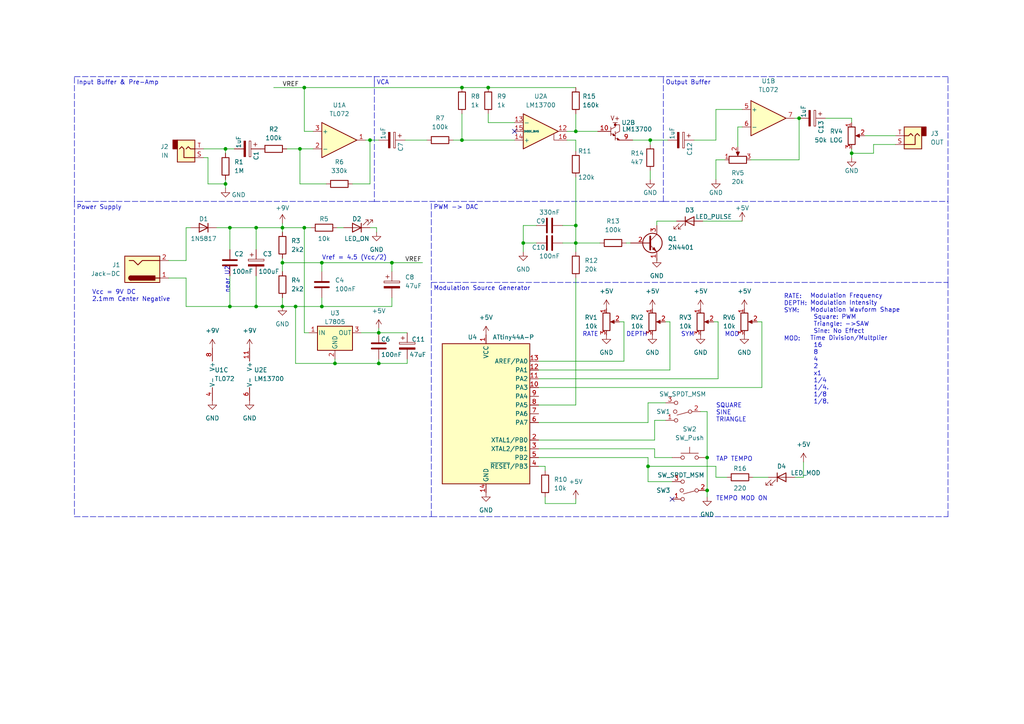
<source format=kicad_sch>
(kicad_sch (version 20211123) (generator eeschema)

  (uuid e63e39d7-6ac0-4ffd-8aa3-1841a4541b55)

  (paper "A4")

  (title_block
    (title "Tremelo Pedal V1")
    (date "2022-07-17")
    (rev "2")
    (company "Dennis Gunia")
    (comment 1 "https://github.com/dennis9819/Tremelo-Effect-Pedal")
    (comment 3 "Good shielding is required! Use a aluminium box and prevent radio interference")
    (comment 4 "9V DC Supply (max 50mA power consumption)")
  )

  (lib_symbols
    (symbol "Amplifier_Operational:LM13700" (pin_names (offset 0.127)) (in_bom yes) (on_board yes)
      (property "Reference" "U" (id 0) (at 3.81 5.08 0)
        (effects (font (size 1.27 1.27)))
      )
      (property "Value" "LM13700" (id 1) (at 5.08 -5.08 0)
        (effects (font (size 1.27 1.27)))
      )
      (property "Footprint" "" (id 2) (at -7.62 0.635 0)
        (effects (font (size 1.27 1.27)) hide)
      )
      (property "Datasheet" "http://www.ti.com/lit/ds/symlink/lm13700.pdf" (id 3) (at -7.62 0.635 0)
        (effects (font (size 1.27 1.27)) hide)
      )
      (property "ki_locked" "" (id 4) (at 0 0 0)
        (effects (font (size 1.27 1.27)))
      )
      (property "ki_keywords" "operational transconductance amplifier OTA" (id 5) (at 0 0 0)
        (effects (font (size 1.27 1.27)) hide)
      )
      (property "ki_description" "Dual Operational Transconductance Amplifiers with Linearizing Diodes and Buffers, DIP-16/SOIC-16" (id 6) (at 0 0 0)
        (effects (font (size 1.27 1.27)) hide)
      )
      (property "ki_fp_filters" "SOIC*3.9x9.9mm*P1.27mm* DIP*W7.62mm*" (id 7) (at 0 0 0)
        (effects (font (size 1.27 1.27)) hide)
      )
      (symbol "LM13700_1_1"
        (polyline
          (pts
            (xy 3.81 -0.635)
            (xy 3.81 -2.54)
            (xy 5.08 -2.54)
          )
          (stroke (width 0) (type default) (color 0 0 0 0))
          (fill (type none))
        )
        (polyline
          (pts
            (xy 5.08 0)
            (xy -5.08 -5.08)
            (xy -5.08 5.08)
            (xy 5.08 0)
          )
          (stroke (width 0.254) (type default) (color 0 0 0 0))
          (fill (type background))
        )
        (pin output line (at 7.62 0 180) (length 2.54)
          (name "~" (effects (font (size 1.27 1.27))))
          (number "12" (effects (font (size 1.27 1.27))))
        )
        (pin input line (at -7.62 2.54 0) (length 2.54)
          (name "-" (effects (font (size 1.27 1.27))))
          (number "13" (effects (font (size 1.27 1.27))))
        )
        (pin input line (at -7.62 -2.54 0) (length 2.54)
          (name "+" (effects (font (size 1.27 1.27))))
          (number "14" (effects (font (size 1.27 1.27))))
        )
        (pin input line (at -7.62 0 0) (length 2.54)
          (name "DIODE_BIAS" (effects (font (size 0.508 0.508))))
          (number "15" (effects (font (size 1.27 1.27))))
        )
        (pin input line (at 7.62 -2.54 180) (length 2.54)
          (name "~" (effects (font (size 1.27 1.27))))
          (number "16" (effects (font (size 1.27 1.27))))
        )
      )
      (symbol "LM13700_2_0"
        (polyline
          (pts
            (xy -1.905 2.54)
            (xy -3.175 2.54)
          )
          (stroke (width 0) (type default) (color 0 0 0 0))
          (fill (type none))
        )
      )
      (symbol "LM13700_2_1"
        (circle (center -2.54 1.905) (radius 0.254)
          (stroke (width 0.254) (type default) (color 0 0 0 0))
          (fill (type outline))
        )
        (polyline
          (pts
            (xy -3.81 -0.635)
            (xy -2.54 -1.27)
          )
          (stroke (width 0) (type default) (color 0 0 0 0))
          (fill (type none))
        )
        (polyline
          (pts
            (xy -3.81 1.27)
            (xy -3.81 -1.27)
          )
          (stroke (width 0) (type default) (color 0 0 0 0))
          (fill (type none))
        )
        (polyline
          (pts
            (xy -2.54 -1.905)
            (xy -1.27 -2.54)
          )
          (stroke (width 0) (type default) (color 0 0 0 0))
          (fill (type none))
        )
        (polyline
          (pts
            (xy -2.54 0)
            (xy -2.54 -2.54)
          )
          (stroke (width 0) (type default) (color 0 0 0 0))
          (fill (type none))
        )
        (polyline
          (pts
            (xy -3.81 0.635)
            (xy -2.54 1.27)
            (xy -2.54 1.905)
            (xy -2.54 2.54)
          )
          (stroke (width 0) (type default) (color 0 0 0 0))
          (fill (type none))
        )
        (polyline
          (pts
            (xy -2.54 -1.27)
            (xy -3.175 -0.635)
            (xy -3.175 -1.27)
            (xy -2.54 -1.27)
          )
          (stroke (width 0) (type default) (color 0 0 0 0))
          (fill (type outline))
        )
        (polyline
          (pts
            (xy -2.54 -0.635)
            (xy -1.27 0)
            (xy -1.27 1.905)
            (xy -2.54 1.905)
          )
          (stroke (width 0) (type default) (color 0 0 0 0))
          (fill (type none))
        )
        (polyline
          (pts
            (xy -1.27 -2.54)
            (xy -1.905 -1.905)
            (xy -1.905 -2.54)
            (xy -1.27 -2.54)
          )
          (stroke (width 0) (type default) (color 0 0 0 0))
          (fill (type outline))
        )
        (text "V+" (at -2.54 3.81 0)
          (effects (font (size 1.27 1.27)))
        )
        (pin input line (at -7.62 0 0) (length 3.81)
          (name "~" (effects (font (size 1.27 1.27))))
          (number "10" (effects (font (size 1.27 1.27))))
        )
        (pin output line (at 2.54 -2.54 180) (length 3.81)
          (name "~" (effects (font (size 1.27 1.27))))
          (number "9" (effects (font (size 1.27 1.27))))
        )
      )
      (symbol "LM13700_3_1"
        (polyline
          (pts
            (xy 3.81 -0.635)
            (xy 3.81 -2.54)
            (xy 5.08 -2.54)
          )
          (stroke (width 0) (type default) (color 0 0 0 0))
          (fill (type none))
        )
        (polyline
          (pts
            (xy 5.08 0)
            (xy -5.08 -5.08)
            (xy -5.08 5.08)
            (xy 5.08 0)
          )
          (stroke (width 0.254) (type default) (color 0 0 0 0))
          (fill (type background))
        )
        (pin input line (at 7.62 -2.54 180) (length 2.54)
          (name "~" (effects (font (size 1.27 1.27))))
          (number "1" (effects (font (size 1.27 1.27))))
        )
        (pin input line (at -7.62 0 0) (length 2.54)
          (name "DIODE_BIAS" (effects (font (size 0.508 0.508))))
          (number "2" (effects (font (size 1.27 1.27))))
        )
        (pin input line (at -7.62 -2.54 0) (length 2.54)
          (name "+" (effects (font (size 1.27 1.27))))
          (number "3" (effects (font (size 1.27 1.27))))
        )
        (pin input line (at -7.62 2.54 0) (length 2.54)
          (name "-" (effects (font (size 1.27 1.27))))
          (number "4" (effects (font (size 1.27 1.27))))
        )
        (pin output line (at 7.62 0 180) (length 2.54)
          (name "~" (effects (font (size 1.27 1.27))))
          (number "5" (effects (font (size 1.27 1.27))))
        )
      )
      (symbol "LM13700_4_0"
        (polyline
          (pts
            (xy -3.175 2.54)
            (xy -1.905 2.54)
          )
          (stroke (width 0) (type default) (color 0 0 0 0))
          (fill (type none))
        )
        (text "V+" (at -2.54 3.81 0)
          (effects (font (size 1.27 1.27)))
        )
      )
      (symbol "LM13700_4_1"
        (circle (center -2.54 1.905) (radius 0.254)
          (stroke (width 0.254) (type default) (color 0 0 0 0))
          (fill (type outline))
        )
        (polyline
          (pts
            (xy -3.81 -0.635)
            (xy -2.54 -1.27)
          )
          (stroke (width 0) (type default) (color 0 0 0 0))
          (fill (type none))
        )
        (polyline
          (pts
            (xy -3.81 1.27)
            (xy -3.81 -1.27)
          )
          (stroke (width 0) (type default) (color 0 0 0 0))
          (fill (type none))
        )
        (polyline
          (pts
            (xy -2.54 -1.905)
            (xy -1.27 -2.54)
          )
          (stroke (width 0) (type default) (color 0 0 0 0))
          (fill (type none))
        )
        (polyline
          (pts
            (xy -2.54 0)
            (xy -2.54 -2.54)
          )
          (stroke (width 0) (type default) (color 0 0 0 0))
          (fill (type none))
        )
        (polyline
          (pts
            (xy -3.81 0.635)
            (xy -2.54 1.27)
            (xy -2.54 2.54)
          )
          (stroke (width 0) (type default) (color 0 0 0 0))
          (fill (type none))
        )
        (polyline
          (pts
            (xy -2.54 -1.27)
            (xy -3.175 -0.635)
            (xy -3.175 -1.27)
            (xy -2.54 -1.27)
          )
          (stroke (width 0) (type default) (color 0 0 0 0))
          (fill (type outline))
        )
        (polyline
          (pts
            (xy -2.54 -0.635)
            (xy -1.27 0)
            (xy -1.27 1.905)
            (xy -2.54 1.905)
          )
          (stroke (width 0) (type default) (color 0 0 0 0))
          (fill (type none))
        )
        (polyline
          (pts
            (xy -1.27 -2.54)
            (xy -1.905 -1.905)
            (xy -1.905 -2.54)
            (xy -1.27 -2.54)
          )
          (stroke (width 0) (type default) (color 0 0 0 0))
          (fill (type outline))
        )
        (pin input line (at -7.62 0 0) (length 3.81)
          (name "~" (effects (font (size 1.27 1.27))))
          (number "7" (effects (font (size 1.27 1.27))))
        )
        (pin output line (at 2.54 -2.54 180) (length 3.81)
          (name "~" (effects (font (size 1.27 1.27))))
          (number "8" (effects (font (size 1.27 1.27))))
        )
      )
      (symbol "LM13700_5_1"
        (pin power_in line (at -2.54 7.62 270) (length 3.81)
          (name "V+" (effects (font (size 1.27 1.27))))
          (number "11" (effects (font (size 1.27 1.27))))
        )
        (pin power_in line (at -2.54 -7.62 90) (length 3.81)
          (name "V-" (effects (font (size 1.27 1.27))))
          (number "6" (effects (font (size 1.27 1.27))))
        )
      )
    )
    (symbol "Amplifier_Operational:TL072" (pin_names (offset 0.127)) (in_bom yes) (on_board yes)
      (property "Reference" "U" (id 0) (at 0 5.08 0)
        (effects (font (size 1.27 1.27)) (justify left))
      )
      (property "Value" "TL072" (id 1) (at 0 -5.08 0)
        (effects (font (size 1.27 1.27)) (justify left))
      )
      (property "Footprint" "" (id 2) (at 0 0 0)
        (effects (font (size 1.27 1.27)) hide)
      )
      (property "Datasheet" "http://www.ti.com/lit/ds/symlink/tl071.pdf" (id 3) (at 0 0 0)
        (effects (font (size 1.27 1.27)) hide)
      )
      (property "ki_locked" "" (id 4) (at 0 0 0)
        (effects (font (size 1.27 1.27)))
      )
      (property "ki_keywords" "dual opamp" (id 5) (at 0 0 0)
        (effects (font (size 1.27 1.27)) hide)
      )
      (property "ki_description" "Dual Low-Noise JFET-Input Operational Amplifiers, DIP-8/SOIC-8" (id 6) (at 0 0 0)
        (effects (font (size 1.27 1.27)) hide)
      )
      (property "ki_fp_filters" "SOIC*3.9x4.9mm*P1.27mm* DIP*W7.62mm* TO*99* OnSemi*Micro8* TSSOP*3x3mm*P0.65mm* TSSOP*4.4x3mm*P0.65mm* MSOP*3x3mm*P0.65mm* SSOP*3.9x4.9mm*P0.635mm* LFCSP*2x2mm*P0.5mm* *SIP* SOIC*5.3x6.2mm*P1.27mm*" (id 7) (at 0 0 0)
        (effects (font (size 1.27 1.27)) hide)
      )
      (symbol "TL072_1_1"
        (polyline
          (pts
            (xy -5.08 5.08)
            (xy 5.08 0)
            (xy -5.08 -5.08)
            (xy -5.08 5.08)
          )
          (stroke (width 0.254) (type default) (color 0 0 0 0))
          (fill (type background))
        )
        (pin output line (at 7.62 0 180) (length 2.54)
          (name "~" (effects (font (size 1.27 1.27))))
          (number "1" (effects (font (size 1.27 1.27))))
        )
        (pin input line (at -7.62 -2.54 0) (length 2.54)
          (name "-" (effects (font (size 1.27 1.27))))
          (number "2" (effects (font (size 1.27 1.27))))
        )
        (pin input line (at -7.62 2.54 0) (length 2.54)
          (name "+" (effects (font (size 1.27 1.27))))
          (number "3" (effects (font (size 1.27 1.27))))
        )
      )
      (symbol "TL072_2_1"
        (polyline
          (pts
            (xy -5.08 5.08)
            (xy 5.08 0)
            (xy -5.08 -5.08)
            (xy -5.08 5.08)
          )
          (stroke (width 0.254) (type default) (color 0 0 0 0))
          (fill (type background))
        )
        (pin input line (at -7.62 2.54 0) (length 2.54)
          (name "+" (effects (font (size 1.27 1.27))))
          (number "5" (effects (font (size 1.27 1.27))))
        )
        (pin input line (at -7.62 -2.54 0) (length 2.54)
          (name "-" (effects (font (size 1.27 1.27))))
          (number "6" (effects (font (size 1.27 1.27))))
        )
        (pin output line (at 7.62 0 180) (length 2.54)
          (name "~" (effects (font (size 1.27 1.27))))
          (number "7" (effects (font (size 1.27 1.27))))
        )
      )
      (symbol "TL072_3_1"
        (pin power_in line (at -2.54 -7.62 90) (length 3.81)
          (name "V-" (effects (font (size 1.27 1.27))))
          (number "4" (effects (font (size 1.27 1.27))))
        )
        (pin power_in line (at -2.54 7.62 270) (length 3.81)
          (name "V+" (effects (font (size 1.27 1.27))))
          (number "8" (effects (font (size 1.27 1.27))))
        )
      )
    )
    (symbol "Connector:AudioJack2" (in_bom yes) (on_board yes)
      (property "Reference" "J" (id 0) (at 0 8.89 0)
        (effects (font (size 1.27 1.27)))
      )
      (property "Value" "AudioJack2" (id 1) (at 0 6.35 0)
        (effects (font (size 1.27 1.27)))
      )
      (property "Footprint" "" (id 2) (at 0 0 0)
        (effects (font (size 1.27 1.27)) hide)
      )
      (property "Datasheet" "~" (id 3) (at 0 0 0)
        (effects (font (size 1.27 1.27)) hide)
      )
      (property "ki_keywords" "audio jack receptacle mono phone headphone TS connector" (id 4) (at 0 0 0)
        (effects (font (size 1.27 1.27)) hide)
      )
      (property "ki_description" "Audio Jack, 2 Poles (Mono / TS)" (id 5) (at 0 0 0)
        (effects (font (size 1.27 1.27)) hide)
      )
      (property "ki_fp_filters" "Jack*" (id 6) (at 0 0 0)
        (effects (font (size 1.27 1.27)) hide)
      )
      (symbol "AudioJack2_0_1"
        (rectangle (start -3.81 0) (end -2.54 -2.54)
          (stroke (width 0.254) (type default) (color 0 0 0 0))
          (fill (type outline))
        )
        (rectangle (start -2.54 3.81) (end 2.54 -2.54)
          (stroke (width 0.254) (type default) (color 0 0 0 0))
          (fill (type background))
        )
        (polyline
          (pts
            (xy 0 0)
            (xy 0.635 -0.635)
            (xy 1.27 0)
            (xy 2.54 0)
          )
          (stroke (width 0.254) (type default) (color 0 0 0 0))
          (fill (type none))
        )
        (polyline
          (pts
            (xy 2.54 2.54)
            (xy -0.635 2.54)
            (xy -0.635 0)
            (xy -1.27 -0.635)
            (xy -1.905 0)
          )
          (stroke (width 0.254) (type default) (color 0 0 0 0))
          (fill (type none))
        )
      )
      (symbol "AudioJack2_1_1"
        (pin passive line (at 5.08 2.54 180) (length 2.54)
          (name "~" (effects (font (size 1.27 1.27))))
          (number "S" (effects (font (size 1.27 1.27))))
        )
        (pin passive line (at 5.08 0 180) (length 2.54)
          (name "~" (effects (font (size 1.27 1.27))))
          (number "T" (effects (font (size 1.27 1.27))))
        )
      )
    )
    (symbol "Connector:Jack-DC" (pin_names (offset 1.016)) (in_bom yes) (on_board yes)
      (property "Reference" "J" (id 0) (at 0 5.334 0)
        (effects (font (size 1.27 1.27)))
      )
      (property "Value" "Jack-DC" (id 1) (at 0 -5.08 0)
        (effects (font (size 1.27 1.27)))
      )
      (property "Footprint" "" (id 2) (at 1.27 -1.016 0)
        (effects (font (size 1.27 1.27)) hide)
      )
      (property "Datasheet" "~" (id 3) (at 1.27 -1.016 0)
        (effects (font (size 1.27 1.27)) hide)
      )
      (property "ki_keywords" "DC power barrel jack connector" (id 4) (at 0 0 0)
        (effects (font (size 1.27 1.27)) hide)
      )
      (property "ki_description" "DC Barrel Jack" (id 5) (at 0 0 0)
        (effects (font (size 1.27 1.27)) hide)
      )
      (property "ki_fp_filters" "BarrelJack*" (id 6) (at 0 0 0)
        (effects (font (size 1.27 1.27)) hide)
      )
      (symbol "Jack-DC_0_1"
        (rectangle (start -5.08 3.81) (end 5.08 -3.81)
          (stroke (width 0.254) (type default) (color 0 0 0 0))
          (fill (type background))
        )
        (arc (start -3.302 3.175) (mid -3.937 2.54) (end -3.302 1.905)
          (stroke (width 0.254) (type default) (color 0 0 0 0))
          (fill (type none))
        )
        (arc (start -3.302 3.175) (mid -3.937 2.54) (end -3.302 1.905)
          (stroke (width 0.254) (type default) (color 0 0 0 0))
          (fill (type outline))
        )
        (polyline
          (pts
            (xy 5.08 2.54)
            (xy 3.81 2.54)
          )
          (stroke (width 0.254) (type default) (color 0 0 0 0))
          (fill (type none))
        )
        (polyline
          (pts
            (xy -3.81 -2.54)
            (xy -2.54 -2.54)
            (xy -1.27 -1.27)
            (xy 0 -2.54)
            (xy 2.54 -2.54)
            (xy 5.08 -2.54)
          )
          (stroke (width 0.254) (type default) (color 0 0 0 0))
          (fill (type none))
        )
        (rectangle (start 3.683 3.175) (end -3.302 1.905)
          (stroke (width 0.254) (type default) (color 0 0 0 0))
          (fill (type outline))
        )
      )
      (symbol "Jack-DC_1_1"
        (pin passive line (at 7.62 2.54 180) (length 2.54)
          (name "~" (effects (font (size 1.27 1.27))))
          (number "1" (effects (font (size 1.27 1.27))))
        )
        (pin passive line (at 7.62 -2.54 180) (length 2.54)
          (name "~" (effects (font (size 1.27 1.27))))
          (number "2" (effects (font (size 1.27 1.27))))
        )
      )
    )
    (symbol "Device:C" (pin_numbers hide) (pin_names (offset 0.254)) (in_bom yes) (on_board yes)
      (property "Reference" "C" (id 0) (at 0.635 2.54 0)
        (effects (font (size 1.27 1.27)) (justify left))
      )
      (property "Value" "C" (id 1) (at 0.635 -2.54 0)
        (effects (font (size 1.27 1.27)) (justify left))
      )
      (property "Footprint" "" (id 2) (at 0.9652 -3.81 0)
        (effects (font (size 1.27 1.27)) hide)
      )
      (property "Datasheet" "~" (id 3) (at 0 0 0)
        (effects (font (size 1.27 1.27)) hide)
      )
      (property "ki_keywords" "cap capacitor" (id 4) (at 0 0 0)
        (effects (font (size 1.27 1.27)) hide)
      )
      (property "ki_description" "Unpolarized capacitor" (id 5) (at 0 0 0)
        (effects (font (size 1.27 1.27)) hide)
      )
      (property "ki_fp_filters" "C_*" (id 6) (at 0 0 0)
        (effects (font (size 1.27 1.27)) hide)
      )
      (symbol "C_0_1"
        (polyline
          (pts
            (xy -2.032 -0.762)
            (xy 2.032 -0.762)
          )
          (stroke (width 0.508) (type default) (color 0 0 0 0))
          (fill (type none))
        )
        (polyline
          (pts
            (xy -2.032 0.762)
            (xy 2.032 0.762)
          )
          (stroke (width 0.508) (type default) (color 0 0 0 0))
          (fill (type none))
        )
      )
      (symbol "C_1_1"
        (pin passive line (at 0 3.81 270) (length 2.794)
          (name "~" (effects (font (size 1.27 1.27))))
          (number "1" (effects (font (size 1.27 1.27))))
        )
        (pin passive line (at 0 -3.81 90) (length 2.794)
          (name "~" (effects (font (size 1.27 1.27))))
          (number "2" (effects (font (size 1.27 1.27))))
        )
      )
    )
    (symbol "Device:C_Polarized" (pin_numbers hide) (pin_names (offset 0.254)) (in_bom yes) (on_board yes)
      (property "Reference" "C" (id 0) (at 0.635 2.54 0)
        (effects (font (size 1.27 1.27)) (justify left))
      )
      (property "Value" "C_Polarized" (id 1) (at 0.635 -2.54 0)
        (effects (font (size 1.27 1.27)) (justify left))
      )
      (property "Footprint" "" (id 2) (at 0.9652 -3.81 0)
        (effects (font (size 1.27 1.27)) hide)
      )
      (property "Datasheet" "~" (id 3) (at 0 0 0)
        (effects (font (size 1.27 1.27)) hide)
      )
      (property "ki_keywords" "cap capacitor" (id 4) (at 0 0 0)
        (effects (font (size 1.27 1.27)) hide)
      )
      (property "ki_description" "Polarized capacitor" (id 5) (at 0 0 0)
        (effects (font (size 1.27 1.27)) hide)
      )
      (property "ki_fp_filters" "CP_*" (id 6) (at 0 0 0)
        (effects (font (size 1.27 1.27)) hide)
      )
      (symbol "C_Polarized_0_1"
        (rectangle (start -2.286 0.508) (end 2.286 1.016)
          (stroke (width 0) (type default) (color 0 0 0 0))
          (fill (type none))
        )
        (polyline
          (pts
            (xy -1.778 2.286)
            (xy -0.762 2.286)
          )
          (stroke (width 0) (type default) (color 0 0 0 0))
          (fill (type none))
        )
        (polyline
          (pts
            (xy -1.27 2.794)
            (xy -1.27 1.778)
          )
          (stroke (width 0) (type default) (color 0 0 0 0))
          (fill (type none))
        )
        (rectangle (start 2.286 -0.508) (end -2.286 -1.016)
          (stroke (width 0) (type default) (color 0 0 0 0))
          (fill (type outline))
        )
      )
      (symbol "C_Polarized_1_1"
        (pin passive line (at 0 3.81 270) (length 2.794)
          (name "~" (effects (font (size 1.27 1.27))))
          (number "1" (effects (font (size 1.27 1.27))))
        )
        (pin passive line (at 0 -3.81 90) (length 2.794)
          (name "~" (effects (font (size 1.27 1.27))))
          (number "2" (effects (font (size 1.27 1.27))))
        )
      )
    )
    (symbol "Device:D" (pin_numbers hide) (pin_names (offset 1.016) hide) (in_bom yes) (on_board yes)
      (property "Reference" "D" (id 0) (at 0 2.54 0)
        (effects (font (size 1.27 1.27)))
      )
      (property "Value" "D" (id 1) (at 0 -2.54 0)
        (effects (font (size 1.27 1.27)))
      )
      (property "Footprint" "" (id 2) (at 0 0 0)
        (effects (font (size 1.27 1.27)) hide)
      )
      (property "Datasheet" "~" (id 3) (at 0 0 0)
        (effects (font (size 1.27 1.27)) hide)
      )
      (property "ki_keywords" "diode" (id 4) (at 0 0 0)
        (effects (font (size 1.27 1.27)) hide)
      )
      (property "ki_description" "Diode" (id 5) (at 0 0 0)
        (effects (font (size 1.27 1.27)) hide)
      )
      (property "ki_fp_filters" "TO-???* *_Diode_* *SingleDiode* D_*" (id 6) (at 0 0 0)
        (effects (font (size 1.27 1.27)) hide)
      )
      (symbol "D_0_1"
        (polyline
          (pts
            (xy -1.27 1.27)
            (xy -1.27 -1.27)
          )
          (stroke (width 0.254) (type default) (color 0 0 0 0))
          (fill (type none))
        )
        (polyline
          (pts
            (xy 1.27 0)
            (xy -1.27 0)
          )
          (stroke (width 0) (type default) (color 0 0 0 0))
          (fill (type none))
        )
        (polyline
          (pts
            (xy 1.27 1.27)
            (xy 1.27 -1.27)
            (xy -1.27 0)
            (xy 1.27 1.27)
          )
          (stroke (width 0.254) (type default) (color 0 0 0 0))
          (fill (type none))
        )
      )
      (symbol "D_1_1"
        (pin passive line (at -3.81 0 0) (length 2.54)
          (name "K" (effects (font (size 1.27 1.27))))
          (number "1" (effects (font (size 1.27 1.27))))
        )
        (pin passive line (at 3.81 0 180) (length 2.54)
          (name "A" (effects (font (size 1.27 1.27))))
          (number "2" (effects (font (size 1.27 1.27))))
        )
      )
    )
    (symbol "Device:LED" (pin_numbers hide) (pin_names (offset 1.016) hide) (in_bom yes) (on_board yes)
      (property "Reference" "D" (id 0) (at 0 2.54 0)
        (effects (font (size 1.27 1.27)))
      )
      (property "Value" "LED" (id 1) (at 0 -2.54 0)
        (effects (font (size 1.27 1.27)))
      )
      (property "Footprint" "" (id 2) (at 0 0 0)
        (effects (font (size 1.27 1.27)) hide)
      )
      (property "Datasheet" "~" (id 3) (at 0 0 0)
        (effects (font (size 1.27 1.27)) hide)
      )
      (property "ki_keywords" "LED diode" (id 4) (at 0 0 0)
        (effects (font (size 1.27 1.27)) hide)
      )
      (property "ki_description" "Light emitting diode" (id 5) (at 0 0 0)
        (effects (font (size 1.27 1.27)) hide)
      )
      (property "ki_fp_filters" "LED* LED_SMD:* LED_THT:*" (id 6) (at 0 0 0)
        (effects (font (size 1.27 1.27)) hide)
      )
      (symbol "LED_0_1"
        (polyline
          (pts
            (xy -1.27 -1.27)
            (xy -1.27 1.27)
          )
          (stroke (width 0.254) (type default) (color 0 0 0 0))
          (fill (type none))
        )
        (polyline
          (pts
            (xy -1.27 0)
            (xy 1.27 0)
          )
          (stroke (width 0) (type default) (color 0 0 0 0))
          (fill (type none))
        )
        (polyline
          (pts
            (xy 1.27 -1.27)
            (xy 1.27 1.27)
            (xy -1.27 0)
            (xy 1.27 -1.27)
          )
          (stroke (width 0.254) (type default) (color 0 0 0 0))
          (fill (type none))
        )
        (polyline
          (pts
            (xy -3.048 -0.762)
            (xy -4.572 -2.286)
            (xy -3.81 -2.286)
            (xy -4.572 -2.286)
            (xy -4.572 -1.524)
          )
          (stroke (width 0) (type default) (color 0 0 0 0))
          (fill (type none))
        )
        (polyline
          (pts
            (xy -1.778 -0.762)
            (xy -3.302 -2.286)
            (xy -2.54 -2.286)
            (xy -3.302 -2.286)
            (xy -3.302 -1.524)
          )
          (stroke (width 0) (type default) (color 0 0 0 0))
          (fill (type none))
        )
      )
      (symbol "LED_1_1"
        (pin passive line (at -3.81 0 0) (length 2.54)
          (name "K" (effects (font (size 1.27 1.27))))
          (number "1" (effects (font (size 1.27 1.27))))
        )
        (pin passive line (at 3.81 0 180) (length 2.54)
          (name "A" (effects (font (size 1.27 1.27))))
          (number "2" (effects (font (size 1.27 1.27))))
        )
      )
    )
    (symbol "Device:Q_NPN_EBC" (pin_names (offset 0) hide) (in_bom yes) (on_board yes)
      (property "Reference" "Q" (id 0) (at 5.08 1.27 0)
        (effects (font (size 1.27 1.27)) (justify left))
      )
      (property "Value" "Q_NPN_EBC" (id 1) (at 5.08 -1.27 0)
        (effects (font (size 1.27 1.27)) (justify left))
      )
      (property "Footprint" "" (id 2) (at 5.08 2.54 0)
        (effects (font (size 1.27 1.27)) hide)
      )
      (property "Datasheet" "~" (id 3) (at 0 0 0)
        (effects (font (size 1.27 1.27)) hide)
      )
      (property "ki_keywords" "transistor NPN" (id 4) (at 0 0 0)
        (effects (font (size 1.27 1.27)) hide)
      )
      (property "ki_description" "NPN transistor, emitter/base/collector" (id 5) (at 0 0 0)
        (effects (font (size 1.27 1.27)) hide)
      )
      (symbol "Q_NPN_EBC_0_1"
        (polyline
          (pts
            (xy 0.635 0.635)
            (xy 2.54 2.54)
          )
          (stroke (width 0) (type default) (color 0 0 0 0))
          (fill (type none))
        )
        (polyline
          (pts
            (xy 0.635 -0.635)
            (xy 2.54 -2.54)
            (xy 2.54 -2.54)
          )
          (stroke (width 0) (type default) (color 0 0 0 0))
          (fill (type none))
        )
        (polyline
          (pts
            (xy 0.635 1.905)
            (xy 0.635 -1.905)
            (xy 0.635 -1.905)
          )
          (stroke (width 0.508) (type default) (color 0 0 0 0))
          (fill (type none))
        )
        (polyline
          (pts
            (xy 1.27 -1.778)
            (xy 1.778 -1.27)
            (xy 2.286 -2.286)
            (xy 1.27 -1.778)
            (xy 1.27 -1.778)
          )
          (stroke (width 0) (type default) (color 0 0 0 0))
          (fill (type outline))
        )
        (circle (center 1.27 0) (radius 2.8194)
          (stroke (width 0.254) (type default) (color 0 0 0 0))
          (fill (type none))
        )
      )
      (symbol "Q_NPN_EBC_1_1"
        (pin passive line (at 2.54 -5.08 90) (length 2.54)
          (name "E" (effects (font (size 1.27 1.27))))
          (number "1" (effects (font (size 1.27 1.27))))
        )
        (pin passive line (at -5.08 0 0) (length 5.715)
          (name "B" (effects (font (size 1.27 1.27))))
          (number "2" (effects (font (size 1.27 1.27))))
        )
        (pin passive line (at 2.54 5.08 270) (length 2.54)
          (name "C" (effects (font (size 1.27 1.27))))
          (number "3" (effects (font (size 1.27 1.27))))
        )
      )
    )
    (symbol "Device:R" (pin_numbers hide) (pin_names (offset 0)) (in_bom yes) (on_board yes)
      (property "Reference" "R" (id 0) (at 2.032 0 90)
        (effects (font (size 1.27 1.27)))
      )
      (property "Value" "R" (id 1) (at 0 0 90)
        (effects (font (size 1.27 1.27)))
      )
      (property "Footprint" "" (id 2) (at -1.778 0 90)
        (effects (font (size 1.27 1.27)) hide)
      )
      (property "Datasheet" "~" (id 3) (at 0 0 0)
        (effects (font (size 1.27 1.27)) hide)
      )
      (property "ki_keywords" "R res resistor" (id 4) (at 0 0 0)
        (effects (font (size 1.27 1.27)) hide)
      )
      (property "ki_description" "Resistor" (id 5) (at 0 0 0)
        (effects (font (size 1.27 1.27)) hide)
      )
      (property "ki_fp_filters" "R_*" (id 6) (at 0 0 0)
        (effects (font (size 1.27 1.27)) hide)
      )
      (symbol "R_0_1"
        (rectangle (start -1.016 -2.54) (end 1.016 2.54)
          (stroke (width 0.254) (type default) (color 0 0 0 0))
          (fill (type none))
        )
      )
      (symbol "R_1_1"
        (pin passive line (at 0 3.81 270) (length 1.27)
          (name "~" (effects (font (size 1.27 1.27))))
          (number "1" (effects (font (size 1.27 1.27))))
        )
        (pin passive line (at 0 -3.81 90) (length 1.27)
          (name "~" (effects (font (size 1.27 1.27))))
          (number "2" (effects (font (size 1.27 1.27))))
        )
      )
    )
    (symbol "Device:R_Potentiometer" (pin_names (offset 1.016) hide) (in_bom yes) (on_board yes)
      (property "Reference" "RV" (id 0) (at -4.445 0 90)
        (effects (font (size 1.27 1.27)))
      )
      (property "Value" "R_Potentiometer" (id 1) (at -2.54 0 90)
        (effects (font (size 1.27 1.27)))
      )
      (property "Footprint" "" (id 2) (at 0 0 0)
        (effects (font (size 1.27 1.27)) hide)
      )
      (property "Datasheet" "~" (id 3) (at 0 0 0)
        (effects (font (size 1.27 1.27)) hide)
      )
      (property "ki_keywords" "resistor variable" (id 4) (at 0 0 0)
        (effects (font (size 1.27 1.27)) hide)
      )
      (property "ki_description" "Potentiometer" (id 5) (at 0 0 0)
        (effects (font (size 1.27 1.27)) hide)
      )
      (property "ki_fp_filters" "Potentiometer*" (id 6) (at 0 0 0)
        (effects (font (size 1.27 1.27)) hide)
      )
      (symbol "R_Potentiometer_0_1"
        (polyline
          (pts
            (xy 2.54 0)
            (xy 1.524 0)
          )
          (stroke (width 0) (type default) (color 0 0 0 0))
          (fill (type none))
        )
        (polyline
          (pts
            (xy 1.143 0)
            (xy 2.286 0.508)
            (xy 2.286 -0.508)
            (xy 1.143 0)
          )
          (stroke (width 0) (type default) (color 0 0 0 0))
          (fill (type outline))
        )
        (rectangle (start 1.016 2.54) (end -1.016 -2.54)
          (stroke (width 0.254) (type default) (color 0 0 0 0))
          (fill (type none))
        )
      )
      (symbol "R_Potentiometer_1_1"
        (pin passive line (at 0 3.81 270) (length 1.27)
          (name "1" (effects (font (size 1.27 1.27))))
          (number "1" (effects (font (size 1.27 1.27))))
        )
        (pin passive line (at 3.81 0 180) (length 1.27)
          (name "2" (effects (font (size 1.27 1.27))))
          (number "2" (effects (font (size 1.27 1.27))))
        )
        (pin passive line (at 0 -3.81 90) (length 1.27)
          (name "3" (effects (font (size 1.27 1.27))))
          (number "3" (effects (font (size 1.27 1.27))))
        )
      )
    )
    (symbol "MCU_Microchip_ATtiny:ATtiny44A-P" (in_bom yes) (on_board yes)
      (property "Reference" "U" (id 0) (at -12.7 21.59 0)
        (effects (font (size 1.27 1.27)) (justify left bottom))
      )
      (property "Value" "ATtiny44A-P" (id 1) (at 2.54 -21.59 0)
        (effects (font (size 1.27 1.27)) (justify left top))
      )
      (property "Footprint" "Package_DIP:DIP-14_W7.62mm" (id 2) (at 0 0 0)
        (effects (font (size 1.27 1.27) italic) hide)
      )
      (property "Datasheet" "http://ww1.microchip.com/downloads/en/DeviceDoc/doc8183.pdf" (id 3) (at 0 0 0)
        (effects (font (size 1.27 1.27)) hide)
      )
      (property "ki_keywords" "AVR 8bit Microcontroller tinyAVR" (id 4) (at 0 0 0)
        (effects (font (size 1.27 1.27)) hide)
      )
      (property "ki_description" "20MHz, 4kB Flash, 256B SRAM, 256B EEPROM, debugWIRE, DIP-14" (id 5) (at 0 0 0)
        (effects (font (size 1.27 1.27)) hide)
      )
      (property "ki_fp_filters" "DIP*W7.62mm*" (id 6) (at 0 0 0)
        (effects (font (size 1.27 1.27)) hide)
      )
      (symbol "ATtiny44A-P_0_1"
        (rectangle (start -12.7 -20.32) (end 12.7 20.32)
          (stroke (width 0.254) (type default) (color 0 0 0 0))
          (fill (type background))
        )
      )
      (symbol "ATtiny44A-P_1_1"
        (pin power_in line (at 0 22.86 270) (length 2.54)
          (name "VCC" (effects (font (size 1.27 1.27))))
          (number "1" (effects (font (size 1.27 1.27))))
        )
        (pin bidirectional line (at 15.24 7.62 180) (length 2.54)
          (name "PA3" (effects (font (size 1.27 1.27))))
          (number "10" (effects (font (size 1.27 1.27))))
        )
        (pin bidirectional line (at 15.24 10.16 180) (length 2.54)
          (name "PA2" (effects (font (size 1.27 1.27))))
          (number "11" (effects (font (size 1.27 1.27))))
        )
        (pin bidirectional line (at 15.24 12.7 180) (length 2.54)
          (name "PA1" (effects (font (size 1.27 1.27))))
          (number "12" (effects (font (size 1.27 1.27))))
        )
        (pin bidirectional line (at 15.24 15.24 180) (length 2.54)
          (name "AREF/PA0" (effects (font (size 1.27 1.27))))
          (number "13" (effects (font (size 1.27 1.27))))
        )
        (pin power_in line (at 0 -22.86 90) (length 2.54)
          (name "GND" (effects (font (size 1.27 1.27))))
          (number "14" (effects (font (size 1.27 1.27))))
        )
        (pin bidirectional line (at 15.24 -7.62 180) (length 2.54)
          (name "XTAL1/PB0" (effects (font (size 1.27 1.27))))
          (number "2" (effects (font (size 1.27 1.27))))
        )
        (pin bidirectional line (at 15.24 -10.16 180) (length 2.54)
          (name "XTAL2/PB1" (effects (font (size 1.27 1.27))))
          (number "3" (effects (font (size 1.27 1.27))))
        )
        (pin bidirectional line (at 15.24 -15.24 180) (length 2.54)
          (name "~{RESET}/PB3" (effects (font (size 1.27 1.27))))
          (number "4" (effects (font (size 1.27 1.27))))
        )
        (pin bidirectional line (at 15.24 -12.7 180) (length 2.54)
          (name "PB2" (effects (font (size 1.27 1.27))))
          (number "5" (effects (font (size 1.27 1.27))))
        )
        (pin bidirectional line (at 15.24 -2.54 180) (length 2.54)
          (name "PA7" (effects (font (size 1.27 1.27))))
          (number "6" (effects (font (size 1.27 1.27))))
        )
        (pin bidirectional line (at 15.24 0 180) (length 2.54)
          (name "PA6" (effects (font (size 1.27 1.27))))
          (number "7" (effects (font (size 1.27 1.27))))
        )
        (pin bidirectional line (at 15.24 2.54 180) (length 2.54)
          (name "PA5" (effects (font (size 1.27 1.27))))
          (number "8" (effects (font (size 1.27 1.27))))
        )
        (pin bidirectional line (at 15.24 5.08 180) (length 2.54)
          (name "PA4" (effects (font (size 1.27 1.27))))
          (number "9" (effects (font (size 1.27 1.27))))
        )
      )
    )
    (symbol "Regulator_Linear:L7805" (pin_names (offset 0.254)) (in_bom yes) (on_board yes)
      (property "Reference" "U" (id 0) (at -3.81 3.175 0)
        (effects (font (size 1.27 1.27)))
      )
      (property "Value" "L7805" (id 1) (at 0 3.175 0)
        (effects (font (size 1.27 1.27)) (justify left))
      )
      (property "Footprint" "" (id 2) (at 0.635 -3.81 0)
        (effects (font (size 1.27 1.27) italic) (justify left) hide)
      )
      (property "Datasheet" "http://www.st.com/content/ccc/resource/technical/document/datasheet/41/4f/b3/b0/12/d4/47/88/CD00000444.pdf/files/CD00000444.pdf/jcr:content/translations/en.CD00000444.pdf" (id 3) (at 0 -1.27 0)
        (effects (font (size 1.27 1.27)) hide)
      )
      (property "ki_keywords" "Voltage Regulator 1.5A Positive" (id 4) (at 0 0 0)
        (effects (font (size 1.27 1.27)) hide)
      )
      (property "ki_description" "Positive 1.5A 35V Linear Regulator, Fixed Output 5V, TO-220/TO-263/TO-252" (id 5) (at 0 0 0)
        (effects (font (size 1.27 1.27)) hide)
      )
      (property "ki_fp_filters" "TO?252* TO?263* TO?220*" (id 6) (at 0 0 0)
        (effects (font (size 1.27 1.27)) hide)
      )
      (symbol "L7805_0_1"
        (rectangle (start -5.08 1.905) (end 5.08 -5.08)
          (stroke (width 0.254) (type default) (color 0 0 0 0))
          (fill (type background))
        )
      )
      (symbol "L7805_1_1"
        (pin power_in line (at -7.62 0 0) (length 2.54)
          (name "IN" (effects (font (size 1.27 1.27))))
          (number "1" (effects (font (size 1.27 1.27))))
        )
        (pin power_in line (at 0 -7.62 90) (length 2.54)
          (name "GND" (effects (font (size 1.27 1.27))))
          (number "2" (effects (font (size 1.27 1.27))))
        )
        (pin power_out line (at 7.62 0 180) (length 2.54)
          (name "OUT" (effects (font (size 1.27 1.27))))
          (number "3" (effects (font (size 1.27 1.27))))
        )
      )
    )
    (symbol "Switch:SW_Push" (pin_numbers hide) (pin_names (offset 1.016) hide) (in_bom yes) (on_board yes)
      (property "Reference" "SW" (id 0) (at 1.27 2.54 0)
        (effects (font (size 1.27 1.27)) (justify left))
      )
      (property "Value" "SW_Push" (id 1) (at 0 -1.524 0)
        (effects (font (size 1.27 1.27)))
      )
      (property "Footprint" "" (id 2) (at 0 5.08 0)
        (effects (font (size 1.27 1.27)) hide)
      )
      (property "Datasheet" "~" (id 3) (at 0 5.08 0)
        (effects (font (size 1.27 1.27)) hide)
      )
      (property "ki_keywords" "switch normally-open pushbutton push-button" (id 4) (at 0 0 0)
        (effects (font (size 1.27 1.27)) hide)
      )
      (property "ki_description" "Push button switch, generic, two pins" (id 5) (at 0 0 0)
        (effects (font (size 1.27 1.27)) hide)
      )
      (symbol "SW_Push_0_1"
        (circle (center -2.032 0) (radius 0.508)
          (stroke (width 0) (type default) (color 0 0 0 0))
          (fill (type none))
        )
        (polyline
          (pts
            (xy 0 1.27)
            (xy 0 3.048)
          )
          (stroke (width 0) (type default) (color 0 0 0 0))
          (fill (type none))
        )
        (polyline
          (pts
            (xy 2.54 1.27)
            (xy -2.54 1.27)
          )
          (stroke (width 0) (type default) (color 0 0 0 0))
          (fill (type none))
        )
        (circle (center 2.032 0) (radius 0.508)
          (stroke (width 0) (type default) (color 0 0 0 0))
          (fill (type none))
        )
        (pin passive line (at -5.08 0 0) (length 2.54)
          (name "1" (effects (font (size 1.27 1.27))))
          (number "1" (effects (font (size 1.27 1.27))))
        )
        (pin passive line (at 5.08 0 180) (length 2.54)
          (name "2" (effects (font (size 1.27 1.27))))
          (number "2" (effects (font (size 1.27 1.27))))
        )
      )
    )
    (symbol "Switch:SW_SPDT_MSM" (pin_names (offset 0) hide) (in_bom yes) (on_board yes)
      (property "Reference" "SW" (id 0) (at 0 5.08 0)
        (effects (font (size 1.27 1.27)))
      )
      (property "Value" "SW_SPDT_MSM" (id 1) (at 0 -5.08 0)
        (effects (font (size 1.27 1.27)))
      )
      (property "Footprint" "" (id 2) (at 0 0 0)
        (effects (font (size 1.27 1.27)) hide)
      )
      (property "Datasheet" "~" (id 3) (at 0 0 0)
        (effects (font (size 1.27 1.27)) hide)
      )
      (property "ki_keywords" "switch spdt single-pole double-throw ON-OFF-ON" (id 4) (at 0 0 0)
        (effects (font (size 1.27 1.27)) hide)
      )
      (property "ki_description" "Switch, single pole double throw, center OFF position" (id 5) (at 0 0 0)
        (effects (font (size 1.27 1.27)) hide)
      )
      (symbol "SW_SPDT_MSM_0_0"
        (circle (center -2.032 0) (radius 0.508)
          (stroke (width 0) (type default) (color 0 0 0 0))
          (fill (type none))
        )
        (polyline
          (pts
            (xy -1.524 0.127)
            (xy 1.778 1.016)
          )
          (stroke (width 0) (type default) (color 0 0 0 0))
          (fill (type none))
        )
        (circle (center 2.032 -2.54) (radius 0.508)
          (stroke (width 0) (type default) (color 0 0 0 0))
          (fill (type none))
        )
      )
      (symbol "SW_SPDT_MSM_0_1"
        (circle (center 2.032 2.54) (radius 0.508)
          (stroke (width 0) (type default) (color 0 0 0 0))
          (fill (type none))
        )
        (circle (center 2.286 0) (radius 0.508)
          (stroke (width 0) (type default) (color 0 0 0 0))
          (fill (type none))
        )
      )
      (symbol "SW_SPDT_MSM_1_1"
        (pin passive line (at 5.08 2.54 180) (length 2.54)
          (name "1" (effects (font (size 1.27 1.27))))
          (number "1" (effects (font (size 1.27 1.27))))
        )
        (pin passive line (at -5.08 0 0) (length 2.54)
          (name "2" (effects (font (size 1.27 1.27))))
          (number "2" (effects (font (size 1.27 1.27))))
        )
        (pin passive line (at 5.08 -2.54 180) (length 2.54)
          (name "3" (effects (font (size 1.27 1.27))))
          (number "3" (effects (font (size 1.27 1.27))))
        )
      )
    )
    (symbol "power:+5V" (power) (pin_names (offset 0)) (in_bom yes) (on_board yes)
      (property "Reference" "#PWR" (id 0) (at 0 -3.81 0)
        (effects (font (size 1.27 1.27)) hide)
      )
      (property "Value" "+5V" (id 1) (at 0 3.556 0)
        (effects (font (size 1.27 1.27)))
      )
      (property "Footprint" "" (id 2) (at 0 0 0)
        (effects (font (size 1.27 1.27)) hide)
      )
      (property "Datasheet" "" (id 3) (at 0 0 0)
        (effects (font (size 1.27 1.27)) hide)
      )
      (property "ki_keywords" "power-flag" (id 4) (at 0 0 0)
        (effects (font (size 1.27 1.27)) hide)
      )
      (property "ki_description" "Power symbol creates a global label with name \"+5V\"" (id 5) (at 0 0 0)
        (effects (font (size 1.27 1.27)) hide)
      )
      (symbol "+5V_0_1"
        (polyline
          (pts
            (xy -0.762 1.27)
            (xy 0 2.54)
          )
          (stroke (width 0) (type default) (color 0 0 0 0))
          (fill (type none))
        )
        (polyline
          (pts
            (xy 0 0)
            (xy 0 2.54)
          )
          (stroke (width 0) (type default) (color 0 0 0 0))
          (fill (type none))
        )
        (polyline
          (pts
            (xy 0 2.54)
            (xy 0.762 1.27)
          )
          (stroke (width 0) (type default) (color 0 0 0 0))
          (fill (type none))
        )
      )
      (symbol "+5V_1_1"
        (pin power_in line (at 0 0 90) (length 0) hide
          (name "+5V" (effects (font (size 1.27 1.27))))
          (number "1" (effects (font (size 1.27 1.27))))
        )
      )
    )
    (symbol "power:+9V" (power) (pin_names (offset 0)) (in_bom yes) (on_board yes)
      (property "Reference" "#PWR" (id 0) (at 0 -3.81 0)
        (effects (font (size 1.27 1.27)) hide)
      )
      (property "Value" "+9V" (id 1) (at 0 3.556 0)
        (effects (font (size 1.27 1.27)))
      )
      (property "Footprint" "" (id 2) (at 0 0 0)
        (effects (font (size 1.27 1.27)) hide)
      )
      (property "Datasheet" "" (id 3) (at 0 0 0)
        (effects (font (size 1.27 1.27)) hide)
      )
      (property "ki_keywords" "power-flag" (id 4) (at 0 0 0)
        (effects (font (size 1.27 1.27)) hide)
      )
      (property "ki_description" "Power symbol creates a global label with name \"+9V\"" (id 5) (at 0 0 0)
        (effects (font (size 1.27 1.27)) hide)
      )
      (symbol "+9V_0_1"
        (polyline
          (pts
            (xy -0.762 1.27)
            (xy 0 2.54)
          )
          (stroke (width 0) (type default) (color 0 0 0 0))
          (fill (type none))
        )
        (polyline
          (pts
            (xy 0 0)
            (xy 0 2.54)
          )
          (stroke (width 0) (type default) (color 0 0 0 0))
          (fill (type none))
        )
        (polyline
          (pts
            (xy 0 2.54)
            (xy 0.762 1.27)
          )
          (stroke (width 0) (type default) (color 0 0 0 0))
          (fill (type none))
        )
      )
      (symbol "+9V_1_1"
        (pin power_in line (at 0 0 90) (length 0) hide
          (name "+9V" (effects (font (size 1.27 1.27))))
          (number "1" (effects (font (size 1.27 1.27))))
        )
      )
    )
    (symbol "power:GND" (power) (pin_names (offset 0)) (in_bom yes) (on_board yes)
      (property "Reference" "#PWR" (id 0) (at 0 -6.35 0)
        (effects (font (size 1.27 1.27)) hide)
      )
      (property "Value" "GND" (id 1) (at 0 -3.81 0)
        (effects (font (size 1.27 1.27)))
      )
      (property "Footprint" "" (id 2) (at 0 0 0)
        (effects (font (size 1.27 1.27)) hide)
      )
      (property "Datasheet" "" (id 3) (at 0 0 0)
        (effects (font (size 1.27 1.27)) hide)
      )
      (property "ki_keywords" "power-flag" (id 4) (at 0 0 0)
        (effects (font (size 1.27 1.27)) hide)
      )
      (property "ki_description" "Power symbol creates a global label with name \"GND\" , ground" (id 5) (at 0 0 0)
        (effects (font (size 1.27 1.27)) hide)
      )
      (symbol "GND_0_1"
        (polyline
          (pts
            (xy 0 0)
            (xy 0 -1.27)
            (xy 1.27 -1.27)
            (xy 0 -2.54)
            (xy -1.27 -1.27)
            (xy 0 -1.27)
          )
          (stroke (width 0) (type default) (color 0 0 0 0))
          (fill (type none))
        )
      )
      (symbol "GND_1_1"
        (pin power_in line (at 0 0 270) (length 0) hide
          (name "GND" (effects (font (size 1.27 1.27))))
          (number "1" (effects (font (size 1.27 1.27))))
        )
      )
    )
  )

  (junction (at 141.605 25.4) (diameter 0) (color 0 0 0 0)
    (uuid 1ae850f4-d021-43fa-ab6f-dddb52536f0d)
  )
  (junction (at 81.915 88.9) (diameter 0) (color 0 0 0 0)
    (uuid 1b161928-e34e-4737-a937-0395bfcf9fbe)
  )
  (junction (at 187.96 135.255) (diameter 0) (color 0 0 0 0)
    (uuid 1c4555b0-5091-4d50-9931-dcb24aeebf11)
  )
  (junction (at 167.005 70.485) (diameter 0) (color 0 0 0 0)
    (uuid 21297d1c-7d09-4591-9a2c-a4496845e8c6)
  )
  (junction (at 86.995 43.18) (diameter 0) (color 0 0 0 0)
    (uuid 25bd36d2-bb7a-4e9a-b5ee-dda5cbb99034)
  )
  (junction (at 88.265 66.04) (diameter 0) (color 0 0 0 0)
    (uuid 25dec10f-b1f9-4cec-b992-7bac2134a6a6)
  )
  (junction (at 93.345 76.2) (diameter 0) (color 0 0 0 0)
    (uuid 265ec7f8-e65e-4c35-a9ec-8ac438e025fc)
  )
  (junction (at 93.345 88.9) (diameter 0) (color 0 0 0 0)
    (uuid 3a77d73c-9add-4213-9a0b-76d71d494c8f)
  )
  (junction (at 188.595 40.64) (diameter 0) (color 0 0 0 0)
    (uuid 3aac1803-9108-480d-abc5-940229148d14)
  )
  (junction (at 81.915 76.2) (diameter 0) (color 0 0 0 0)
    (uuid 407d7d19-3029-4022-8a9f-eb5980b195ed)
  )
  (junction (at 66.675 88.9) (diameter 0) (color 0 0 0 0)
    (uuid 4127b6bc-26fd-49e2-92fa-33cbff0664f7)
  )
  (junction (at 247.015 44.45) (diameter 0) (color 0 0 0 0)
    (uuid 5222214e-9eca-4fcc-b516-3a851bbf14a7)
  )
  (junction (at 109.855 105.41) (diameter 0) (color 0 0 0 0)
    (uuid 58db1402-172b-4613-b7b1-3b274b1522ae)
  )
  (junction (at 133.985 25.4) (diameter 0) (color 0 0 0 0)
    (uuid 5a0bd9a6-0934-4225-b966-f0a3b84e77ab)
  )
  (junction (at 151.765 70.485) (diameter 0) (color 0 0 0 0)
    (uuid 601d9520-7ca2-43e8-a600-f6c62d25fc46)
  )
  (junction (at 133.985 40.64) (diameter 0) (color 0 0 0 0)
    (uuid 618e54c5-115b-4114-9fd4-7cbaaec48c7d)
  )
  (junction (at 66.675 66.04) (diameter 0) (color 0 0 0 0)
    (uuid 64a8c911-6ac6-4eef-a66a-daab671d483a)
  )
  (junction (at 109.855 96.52) (diameter 0) (color 0 0 0 0)
    (uuid 6597588f-cc04-4f33-9248-1b8bdafb67f6)
  )
  (junction (at 167.005 65.405) (diameter 0) (color 0 0 0 0)
    (uuid 6a0d7fd5-ec74-4c26-a53f-c24ffc609d6d)
  )
  (junction (at 88.265 25.4) (diameter 0) (color 0 0 0 0)
    (uuid 7653512d-7c5e-46df-b160-95349616235f)
  )
  (junction (at 113.665 76.2) (diameter 0) (color 0 0 0 0)
    (uuid 7bdcd188-697b-45da-822c-fdf7bfb2d9fe)
  )
  (junction (at 74.295 66.04) (diameter 0) (color 0 0 0 0)
    (uuid 9d8d7b4d-2223-4af6-8132-3626f9449703)
  )
  (junction (at 85.725 88.9) (diameter 0) (color 0 0 0 0)
    (uuid 9efea54c-6552-48d1-ad1e-d118f0d36a6f)
  )
  (junction (at 65.405 53.34) (diameter 0) (color 0 0 0 0)
    (uuid a9ee738a-72b3-43fb-b905-3f0e42eec87c)
  )
  (junction (at 97.155 105.41) (diameter 0) (color 0 0 0 0)
    (uuid adcab203-cf85-458d-9bde-361e506660f9)
  )
  (junction (at 205.105 142.24) (diameter 0) (color 0 0 0 0)
    (uuid bc7f88c3-8e45-44bf-a34d-e98a4463c570)
  )
  (junction (at 205.105 132.715) (diameter 0) (color 0 0 0 0)
    (uuid c19e0efb-34a3-49d0-a0c3-02e74e4cec3f)
  )
  (junction (at 65.405 43.18) (diameter 0) (color 0 0 0 0)
    (uuid cae40463-4313-49bd-bca6-6f60af70ac68)
  )
  (junction (at 231.775 34.29) (diameter 0) (color 0 0 0 0)
    (uuid d178a976-ceac-4446-92bd-a15abdb74d2c)
  )
  (junction (at 74.295 88.9) (diameter 0) (color 0 0 0 0)
    (uuid db4e8a23-0d97-4b92-9c8e-dc9901bdd15b)
  )
  (junction (at 167.005 38.1) (diameter 0) (color 0 0 0 0)
    (uuid e352bae8-13e3-401d-89fc-f89b77477545)
  )
  (junction (at 81.915 66.04) (diameter 0) (color 0 0 0 0)
    (uuid fd0f017c-fd55-4c79-ae34-f9da7a319b38)
  )
  (junction (at 107.315 40.64) (diameter 0) (color 0 0 0 0)
    (uuid fdabea90-8011-491c-ba8c-6810370a7153)
  )

  (no_connect (at 149.225 38.1) (uuid 9a78a0c9-9986-4d50-9037-603f280c3485))
  (no_connect (at 194.945 144.78) (uuid f6ae9d5c-279d-4c55-a926-a007b5c8f62c))

  (wire (pts (xy 208.28 93.345) (xy 207.01 93.345))
    (stroke (width 0) (type default) (color 0 0 0 0))
    (uuid 013d1f3b-805c-4a53-8ec8-a564d634f807)
  )
  (wire (pts (xy 102.235 53.34) (xy 107.315 53.34))
    (stroke (width 0) (type default) (color 0 0 0 0))
    (uuid 0191e7cd-57e8-4a66-b8b1-c6c919dea6a2)
  )
  (wire (pts (xy 205.105 142.24) (xy 205.105 144.145))
    (stroke (width 0) (type default) (color 0 0 0 0))
    (uuid 05148e51-6c7f-460b-a76a-2e3c14343ec2)
  )
  (wire (pts (xy 66.675 66.04) (xy 74.295 66.04))
    (stroke (width 0) (type default) (color 0 0 0 0))
    (uuid 06c1e68b-5ff0-4636-b607-e0789ffb0b2b)
  )
  (polyline (pts (xy 192.405 58.42) (xy 274.955 58.42))
    (stroke (width 0) (type default) (color 0 0 0 0))
    (uuid 08804f55-705c-43f9-831b-afe1db0c7cbf)
  )

  (wire (pts (xy 141.605 33.02) (xy 141.605 35.56))
    (stroke (width 0) (type default) (color 0 0 0 0))
    (uuid 093c16b6-b6b4-4763-b7fa-aea46694cde5)
  )
  (wire (pts (xy 107.315 40.64) (xy 107.315 53.34))
    (stroke (width 0) (type default) (color 0 0 0 0))
    (uuid 09743f62-cc08-493f-b843-947492d0e70c)
  )
  (wire (pts (xy 167.005 40.64) (xy 164.465 40.64))
    (stroke (width 0) (type default) (color 0 0 0 0))
    (uuid 09a121d6-6650-4c08-be41-7dc64da4372a)
  )
  (wire (pts (xy 93.345 88.9) (xy 113.665 88.9))
    (stroke (width 0) (type default) (color 0 0 0 0))
    (uuid 09d877ca-482e-4d5b-a58c-100fa468dced)
  )
  (wire (pts (xy 259.715 41.91) (xy 253.365 41.91))
    (stroke (width 0) (type default) (color 0 0 0 0))
    (uuid 09eaf0de-1c55-4484-babe-61a6522fb52a)
  )
  (wire (pts (xy 81.915 76.2) (xy 93.345 76.2))
    (stroke (width 0) (type default) (color 0 0 0 0))
    (uuid 0b4e7df1-f063-4647-a85a-2ed2a2610610)
  )
  (wire (pts (xy 167.005 43.815) (xy 167.005 40.64))
    (stroke (width 0) (type default) (color 0 0 0 0))
    (uuid 0c07059f-6482-4a9c-b418-4aacad648414)
  )
  (wire (pts (xy 247.015 43.18) (xy 247.015 44.45))
    (stroke (width 0) (type default) (color 0 0 0 0))
    (uuid 0e094661-2e48-41bd-bb5e-f81a27073860)
  )
  (wire (pts (xy 208.28 109.855) (xy 208.28 93.345))
    (stroke (width 0) (type default) (color 0 0 0 0))
    (uuid 0fe6f6c1-0223-478b-a8ec-f20e3977237c)
  )
  (polyline (pts (xy 125.095 81.915) (xy 274.955 81.915))
    (stroke (width 0) (type default) (color 0 0 0 0))
    (uuid 1142b19c-a818-4ddd-8471-a94f1dae0b64)
  )

  (wire (pts (xy 187.96 135.255) (xy 207.645 135.255))
    (stroke (width 0) (type default) (color 0 0 0 0))
    (uuid 1844a2be-04a4-4332-ac74-87544ce29c70)
  )
  (wire (pts (xy 189.865 132.715) (xy 194.945 132.715))
    (stroke (width 0) (type default) (color 0 0 0 0))
    (uuid 1a4cee9c-0cdc-42ca-a658-b9a308dad563)
  )
  (wire (pts (xy 59.055 45.72) (xy 60.325 45.72))
    (stroke (width 0) (type default) (color 0 0 0 0))
    (uuid 1af271ab-eaf4-4453-ad9f-6b3493d5dff3)
  )
  (wire (pts (xy 167.005 51.435) (xy 167.005 65.405))
    (stroke (width 0) (type default) (color 0 0 0 0))
    (uuid 1bd8d8f4-5862-405e-b922-d1ffd4c6bf17)
  )
  (wire (pts (xy 97.155 105.41) (xy 109.855 105.41))
    (stroke (width 0) (type default) (color 0 0 0 0))
    (uuid 21ddc724-20e1-499e-b5cc-004fe5177f06)
  )
  (wire (pts (xy 53.975 80.645) (xy 53.975 88.9))
    (stroke (width 0) (type default) (color 0 0 0 0))
    (uuid 21ec8565-ab59-4b97-a431-0acdb77205e0)
  )
  (wire (pts (xy 167.005 33.02) (xy 167.005 38.1))
    (stroke (width 0) (type default) (color 0 0 0 0))
    (uuid 22be73ca-f70c-470e-9535-40b4f7917278)
  )
  (wire (pts (xy 141.605 35.56) (xy 149.225 35.56))
    (stroke (width 0) (type default) (color 0 0 0 0))
    (uuid 2462605b-695a-4cb6-b652-b17bdd8b2943)
  )
  (wire (pts (xy 167.005 70.485) (xy 167.005 65.405))
    (stroke (width 0) (type default) (color 0 0 0 0))
    (uuid 2482e87e-1cb0-40cf-b202-f54966213394)
  )
  (wire (pts (xy 88.265 38.1) (xy 90.805 38.1))
    (stroke (width 0) (type default) (color 0 0 0 0))
    (uuid 266895fa-6ad4-44ed-bb39-fadda6cfebc1)
  )
  (wire (pts (xy 86.995 43.18) (xy 90.805 43.18))
    (stroke (width 0) (type default) (color 0 0 0 0))
    (uuid 26f468b2-3062-41e2-b2c1-23540eb1fbba)
  )
  (wire (pts (xy 187.96 135.255) (xy 187.96 132.715))
    (stroke (width 0) (type default) (color 0 0 0 0))
    (uuid 27d1b9c9-c408-4112-9f24-c3e854a42e10)
  )
  (wire (pts (xy 118.11 105.41) (xy 118.11 104.14))
    (stroke (width 0) (type default) (color 0 0 0 0))
    (uuid 2854693c-9461-4e71-8a0d-9fcc75cce790)
  )
  (wire (pts (xy 65.405 52.07) (xy 65.405 53.34))
    (stroke (width 0) (type default) (color 0 0 0 0))
    (uuid 29a77cf4-e91e-46dd-a713-0f4c9181869d)
  )
  (wire (pts (xy 60.325 45.72) (xy 60.325 53.34))
    (stroke (width 0) (type default) (color 0 0 0 0))
    (uuid 29b142bc-34ac-4fbb-80ca-4dd4cc58aea8)
  )
  (wire (pts (xy 88.265 25.4) (xy 88.265 38.1))
    (stroke (width 0) (type default) (color 0 0 0 0))
    (uuid 2fe1b1db-e62c-431e-8bcb-4da57360987a)
  )
  (wire (pts (xy 167.005 65.405) (xy 163.195 65.405))
    (stroke (width 0) (type default) (color 0 0 0 0))
    (uuid 324c36e1-319d-402d-8de9-c709df497929)
  )
  (polyline (pts (xy 274.955 58.42) (xy 274.955 22.225))
    (stroke (width 0) (type default) (color 0 0 0 0))
    (uuid 36451553-0cff-424e-a248-75af2a38161a)
  )

  (wire (pts (xy 88.265 96.52) (xy 89.535 96.52))
    (stroke (width 0) (type default) (color 0 0 0 0))
    (uuid 379cb15a-78df-45c8-8b3e-4938c028b927)
  )
  (wire (pts (xy 158.115 144.145) (xy 158.115 146.05))
    (stroke (width 0) (type default) (color 0 0 0 0))
    (uuid 3951b10e-6432-449a-b8bc-97a2a4697f3d)
  )
  (wire (pts (xy 113.665 76.2) (xy 113.665 78.74))
    (stroke (width 0) (type default) (color 0 0 0 0))
    (uuid 3c5b8895-c85c-4fc5-8068-da322add33b5)
  )
  (wire (pts (xy 65.405 43.18) (xy 67.945 43.18))
    (stroke (width 0) (type default) (color 0 0 0 0))
    (uuid 3cc778e2-aa7c-4f85-b25b-d661d0e5cf4f)
  )
  (wire (pts (xy 190.5 65.405) (xy 190.5 64.135))
    (stroke (width 0) (type default) (color 0 0 0 0))
    (uuid 3cd67fb7-b6e8-44fd-bb28-37434d804abf)
  )
  (wire (pts (xy 86.995 53.34) (xy 94.615 53.34))
    (stroke (width 0) (type default) (color 0 0 0 0))
    (uuid 3d71a606-a600-406b-a3ca-a48ed454ec83)
  )
  (wire (pts (xy 189.865 127.635) (xy 189.865 121.92))
    (stroke (width 0) (type default) (color 0 0 0 0))
    (uuid 3d93c9c7-db37-4229-bc5d-f98e40794c80)
  )
  (polyline (pts (xy 125.095 149.86) (xy 274.955 149.86))
    (stroke (width 0) (type default) (color 0 0 0 0))
    (uuid 3f2db771-23b6-434f-8ab5-c5d628b8c7b9)
  )
  (polyline (pts (xy 21.59 149.86) (xy 125.095 149.86))
    (stroke (width 0) (type default) (color 0 0 0 0))
    (uuid 3f8dc7ab-c5c9-4f53-a103-c374c4451d80)
  )
  (polyline (pts (xy 125.095 149.86) (xy 125.095 58.42))
    (stroke (width 0) (type default) (color 0 0 0 0))
    (uuid 3fb91045-dca9-4bc5-841c-97409136b6df)
  )

  (wire (pts (xy 207.645 135.255) (xy 207.645 138.43))
    (stroke (width 0) (type default) (color 0 0 0 0))
    (uuid 421eb1de-a9ec-410d-a023-f0292952a246)
  )
  (wire (pts (xy 109.855 105.41) (xy 118.11 105.41))
    (stroke (width 0) (type default) (color 0 0 0 0))
    (uuid 4310665b-814c-4c30-9aa3-b5e28b45a80c)
  )
  (wire (pts (xy 81.915 64.77) (xy 81.915 66.04))
    (stroke (width 0) (type default) (color 0 0 0 0))
    (uuid 4709173f-fab0-46d0-803e-338cfaee027e)
  )
  (wire (pts (xy 88.265 25.4) (xy 133.985 25.4))
    (stroke (width 0) (type default) (color 0 0 0 0))
    (uuid 483d8c74-f6ea-4eab-8970-1fcf906192db)
  )
  (polyline (pts (xy 108.585 58.42) (xy 21.59 58.42))
    (stroke (width 0) (type default) (color 0 0 0 0))
    (uuid 4902387e-4ba8-4435-895a-c122e90a915b)
  )

  (wire (pts (xy 133.985 33.02) (xy 133.985 40.64))
    (stroke (width 0) (type default) (color 0 0 0 0))
    (uuid 49a7ab2b-49b4-4f36-bf06-05294ecce5e6)
  )
  (wire (pts (xy 205.105 119.38) (xy 205.105 132.715))
    (stroke (width 0) (type default) (color 0 0 0 0))
    (uuid 4ab0e173-2d71-4dff-a7f3-bacf52638677)
  )
  (wire (pts (xy 83.185 43.18) (xy 86.995 43.18))
    (stroke (width 0) (type default) (color 0 0 0 0))
    (uuid 4ad9cf11-95a2-4997-a207-cdc1d11c8bde)
  )
  (wire (pts (xy 213.995 36.83) (xy 215.265 36.83))
    (stroke (width 0) (type default) (color 0 0 0 0))
    (uuid 4be73c54-cff3-4e9f-8338-2d8be1a7c47a)
  )
  (wire (pts (xy 66.675 88.9) (xy 74.295 88.9))
    (stroke (width 0) (type default) (color 0 0 0 0))
    (uuid 5155fb3d-2aa9-4087-a838-d055ab0fcfeb)
  )
  (wire (pts (xy 231.775 34.29) (xy 230.505 34.29))
    (stroke (width 0) (type default) (color 0 0 0 0))
    (uuid 52061f07-2824-4a50-864c-66286432fea4)
  )
  (wire (pts (xy 156.21 130.175) (xy 189.865 130.175))
    (stroke (width 0) (type default) (color 0 0 0 0))
    (uuid 5352b0fe-31bc-4d3b-8cbd-175477c2cdbb)
  )
  (wire (pts (xy 85.725 88.9) (xy 85.725 105.41))
    (stroke (width 0) (type default) (color 0 0 0 0))
    (uuid 537f2bf0-c1ef-4b01-a609-ef79ad172560)
  )
  (wire (pts (xy 167.005 146.05) (xy 167.005 144.78))
    (stroke (width 0) (type default) (color 0 0 0 0))
    (uuid 55dfea33-34fe-4f71-b60b-7139624fe266)
  )
  (wire (pts (xy 62.865 66.04) (xy 66.675 66.04))
    (stroke (width 0) (type default) (color 0 0 0 0))
    (uuid 5620b424-67a5-49ad-9448-84241b11a1ce)
  )
  (wire (pts (xy 151.765 73.025) (xy 151.765 70.485))
    (stroke (width 0) (type default) (color 0 0 0 0))
    (uuid 58cb38ea-7be7-406c-b523-8cf5aa68e4c6)
  )
  (wire (pts (xy 81.915 86.36) (xy 81.915 88.9))
    (stroke (width 0) (type default) (color 0 0 0 0))
    (uuid 5a128969-5504-4d99-8d57-dd94457ee4b6)
  )
  (wire (pts (xy 59.055 43.18) (xy 65.405 43.18))
    (stroke (width 0) (type default) (color 0 0 0 0))
    (uuid 5cbceb7a-6bf3-4550-b36a-2132af52d5df)
  )
  (wire (pts (xy 205.105 132.715) (xy 205.105 142.24))
    (stroke (width 0) (type default) (color 0 0 0 0))
    (uuid 5d4eabec-2e61-442a-8a56-d8f050041c7b)
  )
  (wire (pts (xy 53.975 88.9) (xy 66.675 88.9))
    (stroke (width 0) (type default) (color 0 0 0 0))
    (uuid 5d92586c-cbb9-4955-939c-4878b886b8ea)
  )
  (wire (pts (xy 203.835 64.135) (xy 215.265 64.135))
    (stroke (width 0) (type default) (color 0 0 0 0))
    (uuid 5de6a793-bcfb-42e0-8007-8ca8078067b7)
  )
  (wire (pts (xy 207.645 138.43) (xy 210.82 138.43))
    (stroke (width 0) (type default) (color 0 0 0 0))
    (uuid 5e883b3e-d728-4d24-9e70-a09cc3fce57f)
  )
  (wire (pts (xy 60.325 53.34) (xy 65.405 53.34))
    (stroke (width 0) (type default) (color 0 0 0 0))
    (uuid 5f02029d-42cb-4300-a66b-ec2f8f9688fc)
  )
  (wire (pts (xy 93.345 76.2) (xy 113.665 76.2))
    (stroke (width 0) (type default) (color 0 0 0 0))
    (uuid 60225a2d-72c2-4c09-81c0-cfa025d979d6)
  )
  (wire (pts (xy 109.855 105.41) (xy 109.855 104.14))
    (stroke (width 0) (type default) (color 0 0 0 0))
    (uuid 60c3b4d0-d09c-4eeb-ac93-983fae796986)
  )
  (wire (pts (xy 201.295 40.64) (xy 207.645 40.64))
    (stroke (width 0) (type default) (color 0 0 0 0))
    (uuid 62251fb0-46e8-4a87-9356-3e4cd823f490)
  )
  (wire (pts (xy 156.21 127.635) (xy 189.865 127.635))
    (stroke (width 0) (type default) (color 0 0 0 0))
    (uuid 627df8b3-14c9-45df-9bf1-391e3c220dde)
  )
  (wire (pts (xy 65.405 44.45) (xy 65.405 43.18))
    (stroke (width 0) (type default) (color 0 0 0 0))
    (uuid 6287def5-62b2-4024-b166-e38fa9a13630)
  )
  (wire (pts (xy 213.995 42.545) (xy 213.995 36.83))
    (stroke (width 0) (type default) (color 0 0 0 0))
    (uuid 630104b3-93a7-481a-acf6-38a9485989dc)
  )
  (wire (pts (xy 81.915 74.93) (xy 81.915 76.2))
    (stroke (width 0) (type default) (color 0 0 0 0))
    (uuid 6429b8c8-7e66-4150-bc2e-1bbdf6d519b1)
  )
  (wire (pts (xy 113.665 76.2) (xy 122.555 76.2))
    (stroke (width 0) (type default) (color 0 0 0 0))
    (uuid 653fdf05-7ad5-427f-9ad5-b898b68fc587)
  )
  (wire (pts (xy 151.765 70.485) (xy 155.575 70.485))
    (stroke (width 0) (type default) (color 0 0 0 0))
    (uuid 65c7b335-50f8-4e94-8d86-a184c6bc3561)
  )
  (wire (pts (xy 81.915 76.2) (xy 81.915 78.74))
    (stroke (width 0) (type default) (color 0 0 0 0))
    (uuid 67384fc6-b401-4db0-9217-86a7af4c7533)
  )
  (wire (pts (xy 190.5 64.135) (xy 196.215 64.135))
    (stroke (width 0) (type default) (color 0 0 0 0))
    (uuid 67443fbf-7fe2-4837-993c-0dba01d657e0)
  )
  (polyline (pts (xy 21.59 22.225) (xy 108.585 22.225))
    (stroke (width 0) (type default) (color 0 0 0 0))
    (uuid 677608de-5fc2-4ce0-8fe7-41629f6caad8)
  )

  (wire (pts (xy 109.855 96.52) (xy 118.11 96.52))
    (stroke (width 0) (type default) (color 0 0 0 0))
    (uuid 69e88ec0-0bf0-43c7-807f-e6ef251571a1)
  )
  (wire (pts (xy 81.915 66.04) (xy 81.915 67.31))
    (stroke (width 0) (type default) (color 0 0 0 0))
    (uuid 6c85efa9-a16c-4bc5-aa44-24a3ff9b819b)
  )
  (wire (pts (xy 194.945 139.7) (xy 187.96 139.7))
    (stroke (width 0) (type default) (color 0 0 0 0))
    (uuid 6f0c03fe-7c32-44c6-b492-9caf1578dbe8)
  )
  (polyline (pts (xy 108.585 58.42) (xy 192.405 58.42))
    (stroke (width 0) (type default) (color 0 0 0 0))
    (uuid 6f61af0a-24b7-49ed-9edf-873069062204)
  )

  (wire (pts (xy 156.21 122.555) (xy 187.96 122.555))
    (stroke (width 0) (type default) (color 0 0 0 0))
    (uuid 72793ace-37f1-4a9c-a0f5-24fcd884768b)
  )
  (wire (pts (xy 207.645 31.75) (xy 215.265 31.75))
    (stroke (width 0) (type default) (color 0 0 0 0))
    (uuid 72883522-157e-408a-9117-c099cdcd6f32)
  )
  (wire (pts (xy 207.645 46.355) (xy 207.645 52.07))
    (stroke (width 0) (type default) (color 0 0 0 0))
    (uuid 74b9059d-63b1-4a60-94fd-9503991a30b2)
  )
  (wire (pts (xy 203.2 119.38) (xy 205.105 119.38))
    (stroke (width 0) (type default) (color 0 0 0 0))
    (uuid 7537c03d-ec79-4a5d-9580-45ae5654d35b)
  )
  (wire (pts (xy 247.015 34.29) (xy 247.015 35.56))
    (stroke (width 0) (type default) (color 0 0 0 0))
    (uuid 78db2b97-67f2-4189-ba2b-e6b4e3d2637d)
  )
  (wire (pts (xy 194.31 93.345) (xy 193.04 93.345))
    (stroke (width 0) (type default) (color 0 0 0 0))
    (uuid 790c00aa-0a57-4422-ae7d-52ff696f728e)
  )
  (wire (pts (xy 53.975 66.04) (xy 55.245 66.04))
    (stroke (width 0) (type default) (color 0 0 0 0))
    (uuid 7b26c7aa-4385-42c2-9201-3991ef596e00)
  )
  (wire (pts (xy 158.115 136.525) (xy 158.115 135.255))
    (stroke (width 0) (type default) (color 0 0 0 0))
    (uuid 7c2dfef8-9473-495c-82d1-8053132293e3)
  )
  (wire (pts (xy 156.21 107.315) (xy 194.31 107.315))
    (stroke (width 0) (type default) (color 0 0 0 0))
    (uuid 7c696931-d3b1-42b1-8fbf-da30126d66ae)
  )
  (wire (pts (xy 107.315 40.64) (xy 109.855 40.64))
    (stroke (width 0) (type default) (color 0 0 0 0))
    (uuid 7f4a3ee4-131c-4681-bda1-7f567bae03ce)
  )
  (wire (pts (xy 167.005 70.485) (xy 167.005 73.025))
    (stroke (width 0) (type default) (color 0 0 0 0))
    (uuid 7f75d061-6c03-491e-b857-3d2b9fddd14f)
  )
  (wire (pts (xy 88.265 66.04) (xy 90.17 66.04))
    (stroke (width 0) (type default) (color 0 0 0 0))
    (uuid 832e54de-e213-43ec-9e8a-ef42739d25b2)
  )
  (wire (pts (xy 164.465 38.1) (xy 167.005 38.1))
    (stroke (width 0) (type default) (color 0 0 0 0))
    (uuid 848411e3-ea9a-4bb6-a872-09a4ee92303b)
  )
  (wire (pts (xy 167.005 70.485) (xy 173.99 70.485))
    (stroke (width 0) (type default) (color 0 0 0 0))
    (uuid 848470c0-08b9-4de1-9d57-0deb204c083d)
  )
  (wire (pts (xy 239.395 34.29) (xy 247.015 34.29))
    (stroke (width 0) (type default) (color 0 0 0 0))
    (uuid 850816fe-2900-4511-a878-72e55f2f6ae8)
  )
  (wire (pts (xy 187.96 132.715) (xy 156.21 132.715))
    (stroke (width 0) (type default) (color 0 0 0 0))
    (uuid 89a353b7-2652-4fdd-b446-2961dd3aea6f)
  )
  (polyline (pts (xy 125.095 149.86) (xy 125.095 149.86))
    (stroke (width 0) (type default) (color 0 0 0 0))
    (uuid 8dafb805-049f-4dd9-b2ce-87aa3b731b23)
  )
  (polyline (pts (xy 274.955 81.915) (xy 274.955 58.42))
    (stroke (width 0) (type default) (color 0 0 0 0))
    (uuid 8f07a7c2-c1f8-411d-ad07-50eed5879b29)
  )

  (wire (pts (xy 107.315 66.04) (xy 109.22 66.04))
    (stroke (width 0) (type default) (color 0 0 0 0))
    (uuid 947e9d40-e06a-44ca-b467-01cc46bd24e4)
  )
  (wire (pts (xy 194.31 107.315) (xy 194.31 93.345))
    (stroke (width 0) (type default) (color 0 0 0 0))
    (uuid 96272f8c-f8bb-4a4f-8261-2eb2f2963763)
  )
  (wire (pts (xy 156.21 104.775) (xy 180.975 104.775))
    (stroke (width 0) (type default) (color 0 0 0 0))
    (uuid 968fceb9-2505-4d1a-a6a1-29efd6db6d3d)
  )
  (wire (pts (xy 189.865 121.92) (xy 193.04 121.92))
    (stroke (width 0) (type default) (color 0 0 0 0))
    (uuid 98b4012d-719b-442f-84fc-3ae9ddc19b5e)
  )
  (wire (pts (xy 230.505 138.43) (xy 233.045 138.43))
    (stroke (width 0) (type default) (color 0 0 0 0))
    (uuid 98b7552c-9ed7-4b65-82d8-0a13f8011eca)
  )
  (wire (pts (xy 190.5 75.565) (xy 190.5 74.93))
    (stroke (width 0) (type default) (color 0 0 0 0))
    (uuid 9ace91c9-13a6-490f-bbff-869df4cd039c)
  )
  (wire (pts (xy 86.995 43.18) (xy 86.995 53.34))
    (stroke (width 0) (type default) (color 0 0 0 0))
    (uuid 9bb158e5-5826-4ab3-9a4b-544e9a502f37)
  )
  (wire (pts (xy 141.605 25.4) (xy 167.005 25.4))
    (stroke (width 0) (type default) (color 0 0 0 0))
    (uuid 9cb600ea-79f3-4a54-8eb0-c957e5373c06)
  )
  (polyline (pts (xy 21.59 58.42) (xy 21.59 22.225))
    (stroke (width 0) (type default) (color 0 0 0 0))
    (uuid 9cd911cf-c713-4f8f-a0c9-9f2fd67f07fc)
  )

  (wire (pts (xy 79.375 25.4) (xy 88.265 25.4))
    (stroke (width 0) (type default) (color 0 0 0 0))
    (uuid 9e6dff88-c16f-44a8-a1cd-e5b20fb20e9d)
  )
  (wire (pts (xy 156.21 109.855) (xy 208.28 109.855))
    (stroke (width 0) (type default) (color 0 0 0 0))
    (uuid 9ff9b7c5-c5e2-4786-9d8b-21e2d52e724c)
  )
  (wire (pts (xy 85.725 88.9) (xy 93.345 88.9))
    (stroke (width 0) (type default) (color 0 0 0 0))
    (uuid a0c46f22-ba50-421e-b7a3-c6b1ae8e37a8)
  )
  (wire (pts (xy 151.765 65.405) (xy 151.765 70.485))
    (stroke (width 0) (type default) (color 0 0 0 0))
    (uuid a1382019-0d9b-435a-8a50-f6e6c2e9f5e8)
  )
  (wire (pts (xy 253.365 41.91) (xy 253.365 44.45))
    (stroke (width 0) (type default) (color 0 0 0 0))
    (uuid a664a5c5-316c-4b6d-aa64-c7dc9be65575)
  )
  (wire (pts (xy 133.985 25.4) (xy 141.605 25.4))
    (stroke (width 0) (type default) (color 0 0 0 0))
    (uuid a7520fa0-e5b4-4b2a-bdc5-ffe91ed8cc00)
  )
  (wire (pts (xy 113.665 86.36) (xy 113.665 88.9))
    (stroke (width 0) (type default) (color 0 0 0 0))
    (uuid ae6e9aad-d6a1-4fec-821e-f6a23a3ca856)
  )
  (wire (pts (xy 104.775 96.52) (xy 109.855 96.52))
    (stroke (width 0) (type default) (color 0 0 0 0))
    (uuid b0f637e7-82e9-4cb4-a540-df6b3d4c13ca)
  )
  (wire (pts (xy 167.005 117.475) (xy 167.005 80.645))
    (stroke (width 0) (type default) (color 0 0 0 0))
    (uuid b1a261c6-ac14-4cfa-a29c-f916b02275f9)
  )
  (wire (pts (xy 53.975 75.565) (xy 53.975 66.04))
    (stroke (width 0) (type default) (color 0 0 0 0))
    (uuid b1bb36a9-e372-41dc-bac7-612609fe9734)
  )
  (wire (pts (xy 220.98 93.345) (xy 219.71 93.345))
    (stroke (width 0) (type default) (color 0 0 0 0))
    (uuid b23c5401-1a81-4203-9b04-dd496eea854a)
  )
  (wire (pts (xy 187.96 139.7) (xy 187.96 135.255))
    (stroke (width 0) (type default) (color 0 0 0 0))
    (uuid b3b9bc50-0ae5-446e-8a6a-a40268dc8e3a)
  )
  (wire (pts (xy 74.295 66.04) (xy 81.915 66.04))
    (stroke (width 0) (type default) (color 0 0 0 0))
    (uuid b3e75a1f-9da5-4c14-ba3f-160ce4fc4bd7)
  )
  (wire (pts (xy 74.295 66.04) (xy 74.295 72.39))
    (stroke (width 0) (type default) (color 0 0 0 0))
    (uuid b529b540-fe90-4dff-80e3-7cc5a9ccbb66)
  )
  (wire (pts (xy 250.825 39.37) (xy 259.715 39.37))
    (stroke (width 0) (type default) (color 0 0 0 0))
    (uuid b5617dfe-db7c-427f-bdcb-473401112710)
  )
  (wire (pts (xy 65.405 53.34) (xy 65.405 54.61))
    (stroke (width 0) (type default) (color 0 0 0 0))
    (uuid b628096d-8d4d-40c0-a034-09ace7f267b4)
  )
  (wire (pts (xy 183.515 40.64) (xy 188.595 40.64))
    (stroke (width 0) (type default) (color 0 0 0 0))
    (uuid b6dccde8-9933-40e0-9682-ef341c200ea2)
  )
  (wire (pts (xy 106.045 40.64) (xy 107.315 40.64))
    (stroke (width 0) (type default) (color 0 0 0 0))
    (uuid b705b83c-4f44-46b4-ac75-1fe4b8b01c3e)
  )
  (wire (pts (xy 81.915 66.04) (xy 88.265 66.04))
    (stroke (width 0) (type default) (color 0 0 0 0))
    (uuid b776ca6e-2890-4e0f-9d6c-5a5a023d01b6)
  )
  (polyline (pts (xy 274.955 149.86) (xy 274.955 81.915))
    (stroke (width 0) (type default) (color 0 0 0 0))
    (uuid b7af0c13-50bc-4cf1-91b5-8a04b3a713f8)
  )

  (wire (pts (xy 155.575 65.405) (xy 151.765 65.405))
    (stroke (width 0) (type default) (color 0 0 0 0))
    (uuid b9daf163-7c82-4586-8717-049299291796)
  )
  (wire (pts (xy 66.675 66.04) (xy 66.675 72.39))
    (stroke (width 0) (type default) (color 0 0 0 0))
    (uuid be817474-b3b3-49ca-a8f5-6c07071e57b1)
  )
  (wire (pts (xy 167.005 38.1) (xy 173.355 38.1))
    (stroke (width 0) (type default) (color 0 0 0 0))
    (uuid bfa85cd2-e3f1-4b12-8010-352a2dfe0e33)
  )
  (polyline (pts (xy 192.405 58.42) (xy 192.405 22.225))
    (stroke (width 0) (type default) (color 0 0 0 0))
    (uuid c14f2137-90ef-4c91-9750-b204b5b1de9b)
  )

  (wire (pts (xy 158.115 135.255) (xy 156.21 135.255))
    (stroke (width 0) (type default) (color 0 0 0 0))
    (uuid c187b2e5-e545-4fa9-8e8a-29a7d8eee269)
  )
  (wire (pts (xy 163.195 70.485) (xy 167.005 70.485))
    (stroke (width 0) (type default) (color 0 0 0 0))
    (uuid c1b1c623-a8e6-4a00-96fb-dc77f4f1f60f)
  )
  (wire (pts (xy 131.445 40.64) (xy 133.985 40.64))
    (stroke (width 0) (type default) (color 0 0 0 0))
    (uuid c26279cc-cf58-43ec-a2b9-455e90b8ea0a)
  )
  (wire (pts (xy 109.855 95.25) (xy 109.855 96.52))
    (stroke (width 0) (type default) (color 0 0 0 0))
    (uuid c3c0107c-616c-41c9-a52a-23a65a88eb74)
  )
  (wire (pts (xy 179.705 93.345) (xy 180.975 93.345))
    (stroke (width 0) (type default) (color 0 0 0 0))
    (uuid c491b1d8-d146-426e-bc20-0e20d456ab6f)
  )
  (wire (pts (xy 253.365 44.45) (xy 247.015 44.45))
    (stroke (width 0) (type default) (color 0 0 0 0))
    (uuid c4d1e5ba-d242-4e61-8092-875767470eb3)
  )
  (wire (pts (xy 180.975 104.775) (xy 180.975 93.345))
    (stroke (width 0) (type default) (color 0 0 0 0))
    (uuid c5181957-a709-45ec-aeac-aee47cd898b2)
  )
  (wire (pts (xy 81.915 88.9) (xy 85.725 88.9))
    (stroke (width 0) (type default) (color 0 0 0 0))
    (uuid c698abea-a780-4c15-939b-1bd03b379ab9)
  )
  (wire (pts (xy 210.185 46.355) (xy 207.645 46.355))
    (stroke (width 0) (type default) (color 0 0 0 0))
    (uuid c6e44c09-2bb2-4c2f-8151-611820ed055f)
  )
  (wire (pts (xy 188.595 40.64) (xy 188.595 41.91))
    (stroke (width 0) (type default) (color 0 0 0 0))
    (uuid c6feae72-ebeb-46d4-a862-2d3b328749d0)
  )
  (wire (pts (xy 231.775 46.355) (xy 231.775 34.29))
    (stroke (width 0) (type default) (color 0 0 0 0))
    (uuid c7590e5e-e9e2-4d9d-b561-9be7ca32d793)
  )
  (wire (pts (xy 48.895 75.565) (xy 53.975 75.565))
    (stroke (width 0) (type default) (color 0 0 0 0))
    (uuid c77629b0-62de-4a36-a643-5691fbdd2af9)
  )
  (wire (pts (xy 133.985 40.64) (xy 149.225 40.64))
    (stroke (width 0) (type default) (color 0 0 0 0))
    (uuid c82bbccb-01cd-4b61-9030-bbe8d2cc46b8)
  )
  (wire (pts (xy 207.645 40.64) (xy 207.645 31.75))
    (stroke (width 0) (type default) (color 0 0 0 0))
    (uuid c905e0e5-2aad-4bd8-8428-13d3e7738498)
  )
  (wire (pts (xy 109.22 66.04) (xy 109.22 67.31))
    (stroke (width 0) (type default) (color 0 0 0 0))
    (uuid c966f362-28c6-4f96-9b19-7179f06cce2e)
  )
  (wire (pts (xy 74.295 80.01) (xy 74.295 88.9))
    (stroke (width 0) (type default) (color 0 0 0 0))
    (uuid cbca6edb-8a1c-4a8a-9e3b-09a8ba4f56bd)
  )
  (polyline (pts (xy 192.405 22.225) (xy 108.585 22.225))
    (stroke (width 0) (type default) (color 0 0 0 0))
    (uuid cbfeb664-63f2-4963-8163-3b0574a3f41e)
  )

  (wire (pts (xy 188.595 49.53) (xy 188.595 52.07))
    (stroke (width 0) (type default) (color 0 0 0 0))
    (uuid cca22a82-cda2-4782-914d-13a4f681d6e2)
  )
  (wire (pts (xy 188.595 40.64) (xy 193.675 40.64))
    (stroke (width 0) (type default) (color 0 0 0 0))
    (uuid cca6b15f-66c7-416b-8776-e5a58fb719bd)
  )
  (wire (pts (xy 85.725 105.41) (xy 97.155 105.41))
    (stroke (width 0) (type default) (color 0 0 0 0))
    (uuid ce665db0-fa22-4f91-be9b-ca3c9e533776)
  )
  (polyline (pts (xy 274.955 22.225) (xy 192.405 22.225))
    (stroke (width 0) (type default) (color 0 0 0 0))
    (uuid cf0515bd-bfc3-448d-bf9c-bb3c91278285)
  )
  (polyline (pts (xy 21.59 58.42) (xy 21.59 58.42))
    (stroke (width 0) (type default) (color 0 0 0 0))
    (uuid d091de98-9980-486d-9b81-7bd9a6f939b2)
  )

  (wire (pts (xy 93.345 88.9) (xy 93.345 86.36))
    (stroke (width 0) (type default) (color 0 0 0 0))
    (uuid d1283a9c-1f75-4ba0-bafd-9e44d606d9b1)
  )
  (wire (pts (xy 217.805 46.355) (xy 231.775 46.355))
    (stroke (width 0) (type default) (color 0 0 0 0))
    (uuid d1e02807-2a94-412a-9ec6-95423ae0beed)
  )
  (wire (pts (xy 156.21 112.395) (xy 220.98 112.395))
    (stroke (width 0) (type default) (color 0 0 0 0))
    (uuid d4f82cce-fd98-43e9-9809-fd6c138f6ede)
  )
  (wire (pts (xy 189.865 130.175) (xy 189.865 132.715))
    (stroke (width 0) (type default) (color 0 0 0 0))
    (uuid da9b9245-baae-4566-9693-8fec82db2079)
  )
  (wire (pts (xy 247.015 44.45) (xy 247.015 45.72))
    (stroke (width 0) (type default) (color 0 0 0 0))
    (uuid dbb35709-b73b-4016-8cc0-1ef7693dbec7)
  )
  (wire (pts (xy 117.475 40.64) (xy 123.825 40.64))
    (stroke (width 0) (type default) (color 0 0 0 0))
    (uuid dc4a0a52-c6d9-4a39-8f1c-4a198d900554)
  )
  (polyline (pts (xy 108.585 22.225) (xy 108.585 23.495))
    (stroke (width 0) (type default) (color 0 0 0 0))
    (uuid dc58f3a3-ed0d-4563-9e2f-4f43392305e3)
  )

  (wire (pts (xy 181.61 70.485) (xy 182.88 70.485))
    (stroke (width 0) (type default) (color 0 0 0 0))
    (uuid ddacccc4-d8c8-4689-9a29-80cfd4da1790)
  )
  (wire (pts (xy 220.98 112.395) (xy 220.98 93.345))
    (stroke (width 0) (type default) (color 0 0 0 0))
    (uuid de7605f5-5e93-4774-8abe-388c2a5dd2bf)
  )
  (wire (pts (xy 233.045 138.43) (xy 233.045 133.985))
    (stroke (width 0) (type default) (color 0 0 0 0))
    (uuid df17e21d-d88a-4d07-b537-afcc79b75991)
  )
  (wire (pts (xy 156.21 117.475) (xy 167.005 117.475))
    (stroke (width 0) (type default) (color 0 0 0 0))
    (uuid e2c5293d-7fa5-4569-b42c-b90e19092865)
  )
  (polyline (pts (xy 21.59 58.42) (xy 21.59 149.86))
    (stroke (width 0) (type default) (color 0 0 0 0))
    (uuid e2f55571-aab3-4997-af69-df65d131435f)
  )

  (wire (pts (xy 88.265 66.04) (xy 88.265 96.52))
    (stroke (width 0) (type default) (color 0 0 0 0))
    (uuid e41c4923-b76b-41b6-9ab8-fc420e29595c)
  )
  (wire (pts (xy 218.44 138.43) (xy 222.885 138.43))
    (stroke (width 0) (type default) (color 0 0 0 0))
    (uuid e9eb08b5-bc5b-475a-a230-0b98cb37849f)
  )
  (wire (pts (xy 97.155 105.41) (xy 97.155 104.14))
    (stroke (width 0) (type default) (color 0 0 0 0))
    (uuid ed9efe40-d3e3-4f43-a29b-f42692832cae)
  )
  (wire (pts (xy 48.895 80.645) (xy 53.975 80.645))
    (stroke (width 0) (type default) (color 0 0 0 0))
    (uuid ef6bd1ff-cefa-40df-ab14-539080a05d7d)
  )
  (wire (pts (xy 74.295 88.9) (xy 81.915 88.9))
    (stroke (width 0) (type default) (color 0 0 0 0))
    (uuid f0adbf75-c1b7-4389-a7d3-cda6ceb04a57)
  )
  (wire (pts (xy 158.115 146.05) (xy 167.005 146.05))
    (stroke (width 0) (type default) (color 0 0 0 0))
    (uuid f3535dba-b19b-4c44-bc62-aab34bf2cf70)
  )
  (wire (pts (xy 66.675 80.01) (xy 66.675 88.9))
    (stroke (width 0) (type default) (color 0 0 0 0))
    (uuid f490fbf7-8cb6-474e-9c71-225997f96dd5)
  )
  (wire (pts (xy 93.345 76.2) (xy 93.345 78.74))
    (stroke (width 0) (type default) (color 0 0 0 0))
    (uuid f57a1676-bccf-420e-8992-39ff2da9b98b)
  )
  (wire (pts (xy 97.79 66.04) (xy 99.695 66.04))
    (stroke (width 0) (type default) (color 0 0 0 0))
    (uuid f9674bdb-5817-401c-92ae-6dc353470325)
  )
  (polyline (pts (xy 108.585 23.495) (xy 108.585 58.42))
    (stroke (width 0) (type default) (color 0 0 0 0))
    (uuid f9e83980-c2d9-49d2-ad44-870ce4b20cba)
  )

  (wire (pts (xy 187.96 116.84) (xy 193.04 116.84))
    (stroke (width 0) (type default) (color 0 0 0 0))
    (uuid fb5a1bfb-554f-4a07-ba4b-05e4e45569e5)
  )
  (wire (pts (xy 187.96 122.555) (xy 187.96 116.84))
    (stroke (width 0) (type default) (color 0 0 0 0))
    (uuid fd4ad112-8213-48b6-a182-96d55c5a8e55)
  )

  (text "Output Buffer" (at 193.04 24.765 0)
    (effects (font (size 1.27 1.27)) (justify left bottom))
    (uuid 134f8783-0bc4-469f-8b9f-e68b13f2f372)
  )
  (text "VCA" (at 109.22 24.765 0)
    (effects (font (size 1.27 1.27)) (justify left bottom))
    (uuid 1efa085f-3c66-4306-8839-c5612cb38e99)
  )
  (text "RATE:\nDEPTH: \nSYM:   \n       \n	   \n       \nMOD:  " (at 227.33 99.06 0)
    (effects (font (size 1.27 1.27)) (justify left bottom))
    (uuid 24c096a8-c1ea-4de1-be2e-63c8882662cf)
  )
  (text "SQUARE\nSINE\nTRIANGLE\n" (at 207.645 122.555 0)
    (effects (font (size 1.27 1.27)) (justify left bottom))
    (uuid 3a0e1d05-c77a-401f-98ff-9473cc1d6c8f)
  )
  (text "Power Supply" (at 22.225 60.96 0)
    (effects (font (size 1.27 1.27)) (justify left bottom))
    (uuid 42088d92-71a8-4c3b-8c16-1c63e53032a7)
  )
  (text "TEMPO MOD ON" (at 207.645 145.415 0)
    (effects (font (size 1.27 1.27)) (justify left bottom))
    (uuid 654d8edb-26bb-4869-a978-d39ce1b7088a)
  )
  (text "TAP TEMPO" (at 207.645 133.985 0)
    (effects (font (size 1.27 1.27)) (justify left bottom))
    (uuid 6a8aa7b2-72e2-428c-980a-6d828c7463cd)
  )
  (text "MOD" (at 210.185 97.79 0)
    (effects (font (size 1.27 1.27)) (justify left bottom))
    (uuid 9910231d-fe3e-49bd-a920-0422324dec90)
  )
  (text "Modulation Frequency\nModulation Intensity\nModulation Wavform Shape\n Square: PWM\n Triangle: ->SAW\n Sine: No Effect\nTime Division/Multplier\n 16\n 8\n 4\n 2\n x1\n 1/4\n 1/4.\n 1/8\n 1/8.\n \n"
    (at 234.95 119.38 0)
    (effects (font (size 1.27 1.27)) (justify left bottom))
    (uuid 99618a11-26d1-4fa7-8db0-7e6e70203e33)
  )
  (text "Input Buffer & Pre-Amp" (at 22.225 24.765 0)
    (effects (font (size 1.27 1.27)) (justify left bottom))
    (uuid a8ab9f74-b5d8-4f1d-bb7c-19640f5b85dc)
  )
  (text "Vref = 4.5 (Vcc/2)" (at 93.345 75.565 0)
    (effects (font (size 1.27 1.27)) (justify left bottom))
    (uuid ad17fd58-3481-4071-a67d-c0c767b23050)
  )
  (text "Modulation Source Generator" (at 125.73 84.455 0)
    (effects (font (size 1.27 1.27)) (justify left bottom))
    (uuid ad85e174-f76d-47cb-afc2-02303444964d)
  )
  (text "DEPTH\n" (at 181.61 97.79 0)
    (effects (font (size 1.27 1.27)) (justify left bottom))
    (uuid b7846394-ca01-4868-a5bc-eaac43a05bb5)
  )
  (text "near U2" (at 66.675 85.09 90)
    (effects (font (size 1.27 1.27)) (justify left bottom))
    (uuid c23575e7-94ca-403e-b2fe-7735faa0ff9a)
  )
  (text "RATE" (at 168.91 97.79 0)
    (effects (font (size 1.27 1.27)) (justify left bottom))
    (uuid c79ef5a2-93b9-4e47-969d-b839b8559a46)
  )
  (text "PWM -> DAC" (at 125.73 60.96 0)
    (effects (font (size 1.27 1.27)) (justify left bottom))
    (uuid dbddcd81-622d-4dd8-ad98-3686216972d4)
  )
  (text "Vcc = 9V DC\n2.1mm Center Negative" (at 26.67 87.63 0)
    (effects (font (size 1.27 1.27)) (justify left bottom))
    (uuid eb61f8f4-922c-4ecf-a636-35721551a948)
  )
  (text "SYM" (at 197.485 97.79 0)
    (effects (font (size 1.27 1.27)) (justify left bottom))
    (uuid f0af0722-e22b-4188-a83a-edab3929d290)
  )

  (label "VREF" (at 117.475 76.2 0)
    (effects (font (size 1.27 1.27)) (justify left bottom))
    (uuid 13f4df76-5af2-405c-b137-958f9a82537a)
  )
  (label "VREF" (at 81.915 25.4 0)
    (effects (font (size 1.27 1.27)) (justify left bottom))
    (uuid 1f043f1b-ad3f-41f5-8a13-48b62a3b7393)
  )

  (symbol (lib_id "power:+5V") (at 203.2 89.535 0) (unit 1)
    (in_bom yes) (on_board yes) (fields_autoplaced)
    (uuid 028b99d2-422b-4a47-abdf-987039c0dcc1)
    (property "Reference" "#PWR020" (id 0) (at 203.2 93.345 0)
      (effects (font (size 1.27 1.27)) hide)
    )
    (property "Value" "+5V" (id 1) (at 203.2 84.455 0))
    (property "Footprint" "" (id 2) (at 203.2 89.535 0)
      (effects (font (size 1.27 1.27)) hide)
    )
    (property "Datasheet" "" (id 3) (at 203.2 89.535 0)
      (effects (font (size 1.27 1.27)) hide)
    )
    (pin "1" (uuid 4065769b-3d7a-4b33-8821-9ac12544b7ca))
  )

  (symbol (lib_id "Device:R") (at 81.915 82.55 0) (unit 1)
    (in_bom yes) (on_board yes) (fields_autoplaced)
    (uuid 02d1e0a8-bf20-455f-b69e-845f84f2ba41)
    (property "Reference" "R4" (id 0) (at 84.455 81.2799 0)
      (effects (font (size 1.27 1.27)) (justify left))
    )
    (property "Value" "" (id 1) (at 84.455 83.8199 0)
      (effects (font (size 1.27 1.27)) (justify left))
    )
    (property "Footprint" "" (id 2) (at 80.137 82.55 90)
      (effects (font (size 1.27 1.27)) hide)
    )
    (property "Datasheet" "~" (id 3) (at 81.915 82.55 0)
      (effects (font (size 1.27 1.27)) hide)
    )
    (pin "1" (uuid fa78709e-d1fe-4fb1-9cc2-ae29e80e63e7))
    (pin "2" (uuid d997f923-5e5d-4b9c-b108-cc21ca4346dd))
  )

  (symbol (lib_id "Switch:SW_SPDT_MSM") (at 200.025 142.24 180) (unit 1)
    (in_bom yes) (on_board yes)
    (uuid 045205a8-9279-485c-8038-3762c5153a72)
    (property "Reference" "SW3" (id 0) (at 192.405 142.24 0))
    (property "Value" "SW_SPDT_MSM" (id 1) (at 197.485 137.795 0))
    (property "Footprint" "Connector_PinHeader_2.54mm:PinHeader_1x03_P2.54mm_Vertical" (id 2) (at 200.025 142.24 0)
      (effects (font (size 1.27 1.27)) hide)
    )
    (property "Datasheet" "~" (id 3) (at 200.025 142.24 0)
      (effects (font (size 1.27 1.27)) hide)
    )
    (pin "1" (uuid 024a5bea-6533-48d4-80b9-25c59aab404a))
    (pin "2" (uuid 5aec48fa-e205-44d3-be3b-699c500e3af3))
    (pin "3" (uuid a0059704-bcba-49bb-a050-301debbd6921))
  )

  (symbol (lib_id "power:+9V") (at 81.915 64.77 0) (unit 1)
    (in_bom yes) (on_board yes)
    (uuid 0482e22d-6842-4b20-a178-768c65edbd09)
    (property "Reference" "#PWR04" (id 0) (at 81.915 68.58 0)
      (effects (font (size 1.27 1.27)) hide)
    )
    (property "Value" "+9V" (id 1) (at 81.915 60.325 0))
    (property "Footprint" "" (id 2) (at 81.915 64.77 0)
      (effects (font (size 1.27 1.27)) hide)
    )
    (property "Datasheet" "" (id 3) (at 81.915 64.77 0)
      (effects (font (size 1.27 1.27)) hide)
    )
    (pin "1" (uuid 58c0945f-31b0-4f25-b315-dccac0ec690d))
  )

  (symbol (lib_id "Switch:SW_Push") (at 200.025 132.715 0) (unit 1)
    (in_bom yes) (on_board yes) (fields_autoplaced)
    (uuid 049e1e3e-c904-4ddc-9991-66aa46751da7)
    (property "Reference" "SW2" (id 0) (at 200.025 124.46 0))
    (property "Value" "SW_Push" (id 1) (at 200.025 127 0))
    (property "Footprint" "Connector_PinHeader_2.54mm:PinHeader_1x02_P2.54mm_Vertical" (id 2) (at 200.025 127.635 0)
      (effects (font (size 1.27 1.27)) hide)
    )
    (property "Datasheet" "~" (id 3) (at 200.025 127.635 0)
      (effects (font (size 1.27 1.27)) hide)
    )
    (pin "1" (uuid 1eafcb1d-5cd5-40ba-b36a-55630a895f1b))
    (pin "2" (uuid a03a63fd-7694-43d7-b7e9-2b0a02e66148))
  )

  (symbol (lib_id "Device:R_Potentiometer") (at 247.015 39.37 0) (unit 1)
    (in_bom yes) (on_board yes) (fields_autoplaced)
    (uuid 05e6021f-96e5-415b-8bf8-d37fbab0152a)
    (property "Reference" "RV4" (id 0) (at 244.475 38.0999 0)
      (effects (font (size 1.27 1.27)) (justify right))
    )
    (property "Value" "50k LOG" (id 1) (at 244.475 40.6399 0)
      (effects (font (size 1.27 1.27)) (justify right))
    )
    (property "Footprint" "Connector_PinHeader_2.54mm:PinHeader_1x03_P2.54mm_Vertical" (id 2) (at 247.015 39.37 0)
      (effects (font (size 1.27 1.27)) hide)
    )
    (property "Datasheet" "~" (id 3) (at 247.015 39.37 0)
      (effects (font (size 1.27 1.27)) hide)
    )
    (pin "1" (uuid d939b064-8985-4b7d-8a1a-0577d1e8851f))
    (pin "2" (uuid 472bc238-5708-4bf8-a415-c57d23bfb7a9))
    (pin "3" (uuid a628dc24-91d2-4ea2-8975-062aa583ab12))
  )

  (symbol (lib_id "Device:R_Potentiometer") (at 203.2 93.345 0) (unit 1)
    (in_bom yes) (on_board yes) (fields_autoplaced)
    (uuid 0730adea-81a1-4a16-b234-8593e2de6ad4)
    (property "Reference" "RV3" (id 0) (at 200.66 92.0749 0)
      (effects (font (size 1.27 1.27)) (justify right))
    )
    (property "Value" "10k" (id 1) (at 200.66 94.6149 0)
      (effects (font (size 1.27 1.27)) (justify right))
    )
    (property "Footprint" "Connector_PinHeader_2.54mm:PinHeader_1x03_P2.54mm_Vertical" (id 2) (at 203.2 93.345 0)
      (effects (font (size 1.27 1.27)) hide)
    )
    (property "Datasheet" "~" (id 3) (at 203.2 93.345 0)
      (effects (font (size 1.27 1.27)) hide)
    )
    (pin "1" (uuid 51aecb44-b850-4b4f-a730-eacda830621c))
    (pin "2" (uuid 3678b294-5dc1-47d3-aab2-57d30c7b7570))
    (pin "3" (uuid b9035079-28fb-4a9c-98bd-0c7f8ab4051f))
  )

  (symbol (lib_id "power:GND") (at 207.645 52.07 0) (unit 1)
    (in_bom yes) (on_board yes)
    (uuid 09211d4d-380f-4979-9c5d-6e8d6c7c76ac)
    (property "Reference" "#PWR025" (id 0) (at 207.645 58.42 0)
      (effects (font (size 1.27 1.27)) hide)
    )
    (property "Value" "GND" (id 1) (at 207.645 55.88 0))
    (property "Footprint" "" (id 2) (at 207.645 52.07 0)
      (effects (font (size 1.27 1.27)) hide)
    )
    (property "Datasheet" "" (id 3) (at 207.645 52.07 0)
      (effects (font (size 1.27 1.27)) hide)
    )
    (pin "1" (uuid 2a04b964-3e5a-4b1c-be78-43e7e20c9991))
  )

  (symbol (lib_id "power:GND") (at 203.2 97.155 0) (unit 1)
    (in_bom yes) (on_board yes) (fields_autoplaced)
    (uuid 0a048047-fd7f-48d1-bed9-f49dd7c42465)
    (property "Reference" "#PWR021" (id 0) (at 203.2 103.505 0)
      (effects (font (size 1.27 1.27)) hide)
    )
    (property "Value" "GND" (id 1) (at 203.2 102.235 0))
    (property "Footprint" "" (id 2) (at 203.2 97.155 0)
      (effects (font (size 1.27 1.27)) hide)
    )
    (property "Datasheet" "" (id 3) (at 203.2 97.155 0)
      (effects (font (size 1.27 1.27)) hide)
    )
    (pin "1" (uuid 537ae31b-4bd6-4025-bdef-1ac6b382c6bc))
  )

  (symbol (lib_id "Device:C_Polarized") (at 113.665 40.64 270) (unit 1)
    (in_bom yes) (on_board yes)
    (uuid 0d5a6edb-d525-4289-8e5a-53304df0385d)
    (property "Reference" "C7" (id 0) (at 116.205 41.275 0)
      (effects (font (size 1.27 1.27)) (justify left))
    )
    (property "Value" "1uF" (id 1) (at 111.125 36.83 0)
      (effects (font (size 1.27 1.27)) (justify left))
    )
    (property "Footprint" "Capacitor_THT:CP_Radial_D5.0mm_P2.50mm" (id 2) (at 109.855 41.6052 0)
      (effects (font (size 1.27 1.27)) hide)
    )
    (property "Datasheet" "~" (id 3) (at 113.665 40.64 0)
      (effects (font (size 1.27 1.27)) hide)
    )
    (pin "1" (uuid ce72416e-3248-4a45-8ce4-c540a97013de))
    (pin "2" (uuid d8f55669-0574-4d4c-ad0a-f8bbf6c5c90d))
  )

  (symbol (lib_id "power:GND") (at 215.9 97.155 0) (unit 1)
    (in_bom yes) (on_board yes) (fields_autoplaced)
    (uuid 104098dd-510e-4dd5-902b-ac13cd5f0673)
    (property "Reference" "#PWR027" (id 0) (at 215.9 103.505 0)
      (effects (font (size 1.27 1.27)) hide)
    )
    (property "Value" "GND" (id 1) (at 215.9 102.235 0))
    (property "Footprint" "" (id 2) (at 215.9 97.155 0)
      (effects (font (size 1.27 1.27)) hide)
    )
    (property "Datasheet" "" (id 3) (at 215.9 97.155 0)
      (effects (font (size 1.27 1.27)) hide)
    )
    (pin "1" (uuid 31415510-accb-4f0d-9fc4-3bc2a05c264f))
  )

  (symbol (lib_id "Device:C") (at 93.345 82.55 0) (unit 1)
    (in_bom yes) (on_board yes) (fields_autoplaced)
    (uuid 10c03ca5-f28e-4dc2-b3ca-d8f478c80a3b)
    (property "Reference" "C4" (id 0) (at 97.155 81.2799 0)
      (effects (font (size 1.27 1.27)) (justify left))
    )
    (property "Value" "100nF" (id 1) (at 97.155 83.8199 0)
      (effects (font (size 1.27 1.27)) (justify left))
    )
    (property "Footprint" "Capacitor_THT:C_Rect_L7.0mm_W2.5mm_P5.00mm" (id 2) (at 94.3102 86.36 0)
      (effects (font (size 1.27 1.27)) hide)
    )
    (property "Datasheet" "~" (id 3) (at 93.345 82.55 0)
      (effects (font (size 1.27 1.27)) hide)
    )
    (pin "1" (uuid 7f1534df-0bd5-414d-bbeb-2df485bbbf53))
    (pin "2" (uuid 34f852f6-01a1-4595-8937-582036d30494))
  )

  (symbol (lib_id "Device:C_Polarized") (at 74.295 76.2 0) (unit 1)
    (in_bom yes) (on_board yes)
    (uuid 14c45caf-2ca5-4676-9993-7894f0246edd)
    (property "Reference" "C3" (id 0) (at 76.2 73.66 0)
      (effects (font (size 1.27 1.27)) (justify left))
    )
    (property "Value" "100uF" (id 1) (at 74.93 78.74 0)
      (effects (font (size 1.27 1.27)) (justify left))
    )
    (property "Footprint" "Capacitor_THT:CP_Radial_D5.0mm_P2.50mm" (id 2) (at 75.2602 80.01 0)
      (effects (font (size 1.27 1.27)) hide)
    )
    (property "Datasheet" "~" (id 3) (at 74.295 76.2 0)
      (effects (font (size 1.27 1.27)) hide)
    )
    (pin "1" (uuid 90383200-7bc6-4f37-9607-526efafd18e8))
    (pin "2" (uuid 2bc5f9d0-bc84-435c-86ee-6723cb506aac))
  )

  (symbol (lib_id "Regulator_Linear:L7805") (at 97.155 96.52 0) (unit 1)
    (in_bom yes) (on_board yes)
    (uuid 172d14e9-0ed1-4942-9b95-1fe8560ad343)
    (property "Reference" "U3" (id 0) (at 97.155 90.805 0))
    (property "Value" "L7805" (id 1) (at 97.155 93.345 0))
    (property "Footprint" "Package_TO_SOT_THT:TO-220-3_Vertical" (id 2) (at 97.79 100.33 0)
      (effects (font (size 1.27 1.27) italic) (justify left) hide)
    )
    (property "Datasheet" "http://www.st.com/content/ccc/resource/technical/document/datasheet/41/4f/b3/b0/12/d4/47/88/CD00000444.pdf/files/CD00000444.pdf/jcr:content/translations/en.CD00000444.pdf" (id 3) (at 97.155 97.79 0)
      (effects (font (size 1.27 1.27)) hide)
    )
    (pin "1" (uuid 67a7199e-70a3-43a6-9aa5-5ffd3c799ec9))
    (pin "2" (uuid 5137bbaa-a24c-4d34-b3cd-9f87adf3ee9d))
    (pin "3" (uuid 896125d5-8363-4ca8-956d-7382c0c08d07))
  )

  (symbol (lib_id "power:GND") (at 190.5 74.93 0) (unit 1)
    (in_bom yes) (on_board yes) (fields_autoplaced)
    (uuid 1796b6dc-5a37-4073-ac31-fa5ded564a42)
    (property "Reference" "#PWR019" (id 0) (at 190.5 81.28 0)
      (effects (font (size 1.27 1.27)) hide)
    )
    (property "Value" "GND" (id 1) (at 190.5 80.01 0))
    (property "Footprint" "" (id 2) (at 190.5 74.93 0)
      (effects (font (size 1.27 1.27)) hide)
    )
    (property "Datasheet" "" (id 3) (at 190.5 74.93 0)
      (effects (font (size 1.27 1.27)) hide)
    )
    (pin "1" (uuid 58e51f77-d92a-445a-880b-ba1f495baf2e))
  )

  (symbol (lib_id "power:GND") (at 61.595 116.205 0) (unit 1)
    (in_bom yes) (on_board yes) (fields_autoplaced)
    (uuid 1f5bb777-af96-4c18-b365-ead2bc6f2a22)
    (property "Reference" "#PWR03" (id 0) (at 61.595 122.555 0)
      (effects (font (size 1.27 1.27)) hide)
    )
    (property "Value" "GND" (id 1) (at 61.595 121.285 0))
    (property "Footprint" "" (id 2) (at 61.595 116.205 0)
      (effects (font (size 1.27 1.27)) hide)
    )
    (property "Datasheet" "" (id 3) (at 61.595 116.205 0)
      (effects (font (size 1.27 1.27)) hide)
    )
    (pin "1" (uuid 01f49349-da42-4708-974b-e088342bf5df))
  )

  (symbol (lib_id "Connector:Jack-DC") (at 41.275 78.105 0) (mirror x) (unit 1)
    (in_bom yes) (on_board yes) (fields_autoplaced)
    (uuid 20f7c671-f9ce-45b7-9a7b-97ed319952e7)
    (property "Reference" "J1" (id 0) (at 34.925 76.8349 0)
      (effects (font (size 1.27 1.27)) (justify right))
    )
    (property "Value" "Jack-DC" (id 1) (at 34.925 79.3749 0)
      (effects (font (size 1.27 1.27)) (justify right))
    )
    (property "Footprint" "Connector_PinHeader_2.54mm:PinHeader_1x02_P2.54mm_Vertical" (id 2) (at 42.545 77.089 0)
      (effects (font (size 1.27 1.27)) hide)
    )
    (property "Datasheet" "~" (id 3) (at 42.545 77.089 0)
      (effects (font (size 1.27 1.27)) hide)
    )
    (pin "1" (uuid 5f843d60-c0fb-4b86-ba80-51af07b8c44a))
    (pin "2" (uuid 6df3ba3b-8bdc-440a-a100-923fb51a1a5a))
  )

  (symbol (lib_id "power:+9V") (at 72.39 100.965 0) (unit 1)
    (in_bom yes) (on_board yes) (fields_autoplaced)
    (uuid 227cfc88-6964-46a8-93ba-8181d9992999)
    (property "Reference" "#PWR06" (id 0) (at 72.39 104.775 0)
      (effects (font (size 1.27 1.27)) hide)
    )
    (property "Value" "+9V" (id 1) (at 72.39 95.885 0))
    (property "Footprint" "" (id 2) (at 72.39 100.965 0)
      (effects (font (size 1.27 1.27)) hide)
    )
    (property "Datasheet" "" (id 3) (at 72.39 100.965 0)
      (effects (font (size 1.27 1.27)) hide)
    )
    (pin "1" (uuid 9f9a9934-409e-49d0-805f-d615f3cb7f9b))
  )

  (symbol (lib_id "Device:R") (at 127.635 40.64 90) (unit 1)
    (in_bom yes) (on_board yes) (fields_autoplaced)
    (uuid 22c9e179-6c43-4e67-909d-1f02b37451fb)
    (property "Reference" "R7" (id 0) (at 127.635 34.29 90))
    (property "Value" "" (id 1) (at 127.635 36.83 90))
    (property "Footprint" "" (id 2) (at 127.635 42.418 90)
      (effects (font (size 1.27 1.27)) hide)
    )
    (property "Datasheet" "~" (id 3) (at 127.635 40.64 0)
      (effects (font (size 1.27 1.27)) hide)
    )
    (pin "1" (uuid c184e7b3-ec79-4ad4-b426-1cff154375ed))
    (pin "2" (uuid 1d64f58a-0d16-4159-b984-e3a231fc1b48))
  )

  (symbol (lib_id "power:GND") (at 109.22 67.31 0) (unit 1)
    (in_bom yes) (on_board yes) (fields_autoplaced)
    (uuid 316c6249-caec-4182-91a1-63d1454b51ad)
    (property "Reference" "#PWR08" (id 0) (at 109.22 73.66 0)
      (effects (font (size 1.27 1.27)) hide)
    )
    (property "Value" "GND" (id 1) (at 109.22 72.39 0))
    (property "Footprint" "" (id 2) (at 109.22 67.31 0)
      (effects (font (size 1.27 1.27)) hide)
    )
    (property "Datasheet" "" (id 3) (at 109.22 67.31 0)
      (effects (font (size 1.27 1.27)) hide)
    )
    (pin "1" (uuid 38800420-a95a-41fa-b868-eeb0e81596e2))
  )

  (symbol (lib_id "Device:R") (at 98.425 53.34 90) (unit 1)
    (in_bom yes) (on_board yes) (fields_autoplaced)
    (uuid 32f77ed2-d2d8-4498-b1c5-1a45c90ea279)
    (property "Reference" "R6" (id 0) (at 98.425 46.99 90))
    (property "Value" "" (id 1) (at 98.425 49.53 90))
    (property "Footprint" "" (id 2) (at 98.425 55.118 90)
      (effects (font (size 1.27 1.27)) hide)
    )
    (property "Datasheet" "~" (id 3) (at 98.425 53.34 0)
      (effects (font (size 1.27 1.27)) hide)
    )
    (pin "1" (uuid 3b3b739b-a8b0-44c8-ab7d-cdde45cd3943))
    (pin "2" (uuid 084b9eff-0a74-414a-a667-f0018cba6cd8))
  )

  (symbol (lib_id "Device:R") (at 65.405 48.26 0) (unit 1)
    (in_bom yes) (on_board yes) (fields_autoplaced)
    (uuid 35f8b1cf-d587-4336-a64a-a2980024e9bd)
    (property "Reference" "R1" (id 0) (at 67.945 46.9899 0)
      (effects (font (size 1.27 1.27)) (justify left))
    )
    (property "Value" "" (id 1) (at 67.945 49.5299 0)
      (effects (font (size 1.27 1.27)) (justify left))
    )
    (property "Footprint" "" (id 2) (at 63.627 48.26 90)
      (effects (font (size 1.27 1.27)) hide)
    )
    (property "Datasheet" "~" (id 3) (at 65.405 48.26 0)
      (effects (font (size 1.27 1.27)) hide)
    )
    (pin "1" (uuid aebb5e93-f1fb-48e8-89a0-41469b7e00db))
    (pin "2" (uuid f019b33e-90cf-409e-b23d-046e36cb1970))
  )

  (symbol (lib_id "Device:LED") (at 200.025 64.135 0) (unit 1)
    (in_bom yes) (on_board yes)
    (uuid 3cfe6a7f-8a66-4cb9-9d30-79a2918ce977)
    (property "Reference" "D3" (id 0) (at 200.025 60.96 0))
    (property "Value" "LED_PULSE" (id 1) (at 207.01 62.865 0))
    (property "Footprint" "Connector_PinHeader_2.54mm:PinHeader_1x02_P2.54mm_Vertical" (id 2) (at 200.025 64.135 0)
      (effects (font (size 1.27 1.27)) hide)
    )
    (property "Datasheet" "~" (id 3) (at 200.025 64.135 0)
      (effects (font (size 1.27 1.27)) hide)
    )
    (pin "1" (uuid ea0abb1c-eef6-4ece-97c4-8a6b0afe0425))
    (pin "2" (uuid 8628e550-83cc-4680-99c1-567370e3c220))
  )

  (symbol (lib_id "Device:R") (at 167.005 29.21 180) (unit 1)
    (in_bom yes) (on_board yes)
    (uuid 3d86985c-8531-4937-a6d2-be484b6a01cf)
    (property "Reference" "R15" (id 0) (at 168.91 27.94 0)
      (effects (font (size 1.27 1.27)) (justify right))
    )
    (property "Value" "" (id 1) (at 168.91 30.48 0)
      (effects (font (size 1.27 1.27)) (justify right))
    )
    (property "Footprint" "Resistor_THT:R_Axial_DIN0204_L3.6mm_D1.6mm_P7.62mm_Horizontal" (id 2) (at 168.783 29.21 90)
      (effects (font (size 1.27 1.27)) hide)
    )
    (property "Datasheet" "~" (id 3) (at 167.005 29.21 0)
      (effects (font (size 1.27 1.27)) hide)
    )
    (pin "1" (uuid 0daf1f0c-436f-4add-834d-b057a711e3c6))
    (pin "2" (uuid 3a5ea2ed-6a5c-45a6-865b-394fef15fea4))
  )

  (symbol (lib_id "Switch:SW_SPDT_MSM") (at 198.12 119.38 180) (unit 1)
    (in_bom yes) (on_board yes)
    (uuid 3df53d8a-0ef5-4cad-9d90-e6b44aee51b9)
    (property "Reference" "SW1" (id 0) (at 192.405 119.38 0))
    (property "Value" "SW_SPDT_MSM" (id 1) (at 197.993 114.3 0))
    (property "Footprint" "Connector_PinHeader_2.54mm:PinHeader_1x03_P2.54mm_Vertical" (id 2) (at 198.12 119.38 0)
      (effects (font (size 1.27 1.27)) hide)
    )
    (property "Datasheet" "~" (id 3) (at 198.12 119.38 0)
      (effects (font (size 1.27 1.27)) hide)
    )
    (pin "1" (uuid b23cd14f-b6e6-43c7-b223-ec7bac4e123b))
    (pin "2" (uuid a9910ee0-367c-485f-9ce8-4c167cadfef4))
    (pin "3" (uuid 0db6540d-9a98-4ad3-8b3d-e2998adcb40c))
  )

  (symbol (lib_id "MCU_Microchip_ATtiny:ATtiny44A-P") (at 140.97 120.015 0) (unit 1)
    (in_bom yes) (on_board yes)
    (uuid 4191ef53-102f-4cd9-8f99-b7e26e6d4541)
    (property "Reference" "U4" (id 0) (at 138.43 97.79 0)
      (effects (font (size 1.27 1.27)) (justify right))
    )
    (property "Value" "ATtiny44A-P" (id 1) (at 154.94 97.79 0)
      (effects (font (size 1.27 1.27)) (justify right))
    )
    (property "Footprint" "Package_DIP:DIP-14_W7.62mm" (id 2) (at 140.97 120.015 0)
      (effects (font (size 1.27 1.27) italic) hide)
    )
    (property "Datasheet" "http://ww1.microchip.com/downloads/en/DeviceDoc/doc8183.pdf" (id 3) (at 140.97 120.015 0)
      (effects (font (size 1.27 1.27)) hide)
    )
    (pin "1" (uuid 0705397e-5667-49da-bec8-2b0dfd59440b))
    (pin "10" (uuid c3ba8c8b-c1c7-441b-b844-68dbf07398ef))
    (pin "11" (uuid ac47b8c1-2471-4c93-bc7c-b2be785076d7))
    (pin "12" (uuid e5a25b6e-4e66-4fe2-8766-6714682f8395))
    (pin "13" (uuid 3927d38f-f3c8-493b-9544-834f06634068))
    (pin "14" (uuid 9e2502d7-e1c2-46e0-ac60-a77c0cad719b))
    (pin "2" (uuid b843e39f-db06-46bc-a5c8-b9a585e60130))
    (pin "3" (uuid be54d3cf-b964-4712-a3a6-3022623236b5))
    (pin "4" (uuid b7d5adc3-e4df-482b-aa71-6fb8fd987eb8))
    (pin "5" (uuid 29bd2fd9-9ba2-47d5-9cdd-0a209728ea36))
    (pin "6" (uuid 197ade9f-4abb-43e7-8a3c-c54baa07f544))
    (pin "7" (uuid 5f2460ac-47c2-4839-b209-4cddf65b1361))
    (pin "8" (uuid 00c0ad71-135d-45aa-9644-978bf2e26f4b))
    (pin "9" (uuid 4abbef09-9b50-4e67-99fa-c80100d5a4aa))
  )

  (symbol (lib_id "Device:R_Potentiometer") (at 189.23 93.345 0) (unit 1)
    (in_bom yes) (on_board yes) (fields_autoplaced)
    (uuid 43757849-b532-4d70-9abd-eff55e4b1df4)
    (property "Reference" "RV2" (id 0) (at 186.69 92.0749 0)
      (effects (font (size 1.27 1.27)) (justify right))
    )
    (property "Value" "10k" (id 1) (at 186.69 94.6149 0)
      (effects (font (size 1.27 1.27)) (justify right))
    )
    (property "Footprint" "Connector_PinHeader_2.54mm:PinHeader_1x03_P2.54mm_Vertical" (id 2) (at 189.23 93.345 0)
      (effects (font (size 1.27 1.27)) hide)
    )
    (property "Datasheet" "~" (id 3) (at 189.23 93.345 0)
      (effects (font (size 1.27 1.27)) hide)
    )
    (pin "1" (uuid e6e5c8ec-f967-4ba0-b446-ce0737ca36e5))
    (pin "2" (uuid 54246d8e-d1cf-48cb-a541-3e5ec48f0133))
    (pin "3" (uuid 2a8b7363-8b80-4495-b890-6d9929456ebb))
  )

  (symbol (lib_id "power:GND") (at 81.915 88.9 0) (unit 1)
    (in_bom yes) (on_board yes) (fields_autoplaced)
    (uuid 43ee0e64-2009-426d-bee8-5cbddf4c0a6a)
    (property "Reference" "#PWR05" (id 0) (at 81.915 95.25 0)
      (effects (font (size 1.27 1.27)) hide)
    )
    (property "Value" "GND" (id 1) (at 81.915 93.98 0))
    (property "Footprint" "" (id 2) (at 81.915 88.9 0)
      (effects (font (size 1.27 1.27)) hide)
    )
    (property "Datasheet" "" (id 3) (at 81.915 88.9 0)
      (effects (font (size 1.27 1.27)) hide)
    )
    (pin "1" (uuid f6e7b9a7-ac1e-4947-acdf-4f34c16bae8b))
  )

  (symbol (lib_id "Device:R_Potentiometer") (at 175.895 93.345 0) (unit 1)
    (in_bom yes) (on_board yes) (fields_autoplaced)
    (uuid 4423bffb-196e-4324-b4ae-a6a7f4a011d5)
    (property "Reference" "RV1" (id 0) (at 173.355 92.0749 0)
      (effects (font (size 1.27 1.27)) (justify right))
    )
    (property "Value" "10k" (id 1) (at 173.355 94.6149 0)
      (effects (font (size 1.27 1.27)) (justify right))
    )
    (property "Footprint" "Connector_PinHeader_2.54mm:PinHeader_1x03_P2.54mm_Vertical" (id 2) (at 175.895 93.345 0)
      (effects (font (size 1.27 1.27)) hide)
    )
    (property "Datasheet" "~" (id 3) (at 175.895 93.345 0)
      (effects (font (size 1.27 1.27)) hide)
    )
    (pin "1" (uuid 26fe011b-193f-4bd3-91dd-0b7c7f1fdf58))
    (pin "2" (uuid 4b0c4776-395b-45fd-abfe-3c33ac62d069))
    (pin "3" (uuid 0b230915-679c-4d82-a2d4-64b5da317713))
  )

  (symbol (lib_id "power:+9V") (at 61.595 100.965 0) (unit 1)
    (in_bom yes) (on_board yes) (fields_autoplaced)
    (uuid 444dfbdd-cbd7-4ba6-9870-8412af94aee2)
    (property "Reference" "#PWR02" (id 0) (at 61.595 104.775 0)
      (effects (font (size 1.27 1.27)) hide)
    )
    (property "Value" "+9V" (id 1) (at 61.595 95.885 0))
    (property "Footprint" "" (id 2) (at 61.595 100.965 0)
      (effects (font (size 1.27 1.27)) hide)
    )
    (property "Datasheet" "" (id 3) (at 61.595 100.965 0)
      (effects (font (size 1.27 1.27)) hide)
    )
    (pin "1" (uuid eae18041-9da3-44f5-b9a7-1b4c4f58e795))
  )

  (symbol (lib_id "Device:C") (at 159.385 65.405 90) (unit 1)
    (in_bom yes) (on_board yes)
    (uuid 457f42c3-5be7-4c16-bf1a-e05a256ab5fe)
    (property "Reference" "C9" (id 0) (at 156.845 64.135 90))
    (property "Value" "330nF" (id 1) (at 159.385 61.595 90))
    (property "Footprint" "Capacitor_THT:C_Rect_L7.0mm_W3.5mm_P5.00mm" (id 2) (at 163.195 64.4398 0)
      (effects (font (size 1.27 1.27)) hide)
    )
    (property "Datasheet" "~" (id 3) (at 159.385 65.405 0)
      (effects (font (size 1.27 1.27)) hide)
    )
    (pin "1" (uuid 8d170399-f0ef-41c8-b923-0b2c3f069513))
    (pin "2" (uuid a411903f-4de6-4ee7-aee3-770ddf1a3374))
  )

  (symbol (lib_id "Device:R") (at 81.915 71.12 0) (unit 1)
    (in_bom yes) (on_board yes) (fields_autoplaced)
    (uuid 497a3aba-0f0c-436e-9543-aa7c20ad968e)
    (property "Reference" "R3" (id 0) (at 84.455 69.8499 0)
      (effects (font (size 1.27 1.27)) (justify left))
    )
    (property "Value" "" (id 1) (at 84.455 72.3899 0)
      (effects (font (size 1.27 1.27)) (justify left))
    )
    (property "Footprint" "" (id 2) (at 80.137 71.12 90)
      (effects (font (size 1.27 1.27)) hide)
    )
    (property "Datasheet" "~" (id 3) (at 81.915 71.12 0)
      (effects (font (size 1.27 1.27)) hide)
    )
    (pin "1" (uuid 7bdf0f3e-3a1c-4abb-9c33-d80432067514))
    (pin "2" (uuid b180f6d0-d840-4b9f-8540-82b63ef22fd3))
  )

  (symbol (lib_id "power:GND") (at 65.405 54.61 0) (unit 1)
    (in_bom yes) (on_board yes)
    (uuid 4ab64e29-964f-40b2-bf58-c546b31cd3eb)
    (property "Reference" "#PWR01" (id 0) (at 65.405 60.96 0)
      (effects (font (size 1.27 1.27)) hide)
    )
    (property "Value" "GND" (id 1) (at 69.215 56.515 0))
    (property "Footprint" "" (id 2) (at 65.405 54.61 0)
      (effects (font (size 1.27 1.27)) hide)
    )
    (property "Datasheet" "" (id 3) (at 65.405 54.61 0)
      (effects (font (size 1.27 1.27)) hide)
    )
    (pin "1" (uuid df66fd3c-5f0f-4c96-be9a-937f6206ebd8))
  )

  (symbol (lib_id "Device:R") (at 177.8 70.485 90) (unit 1)
    (in_bom yes) (on_board yes) (fields_autoplaced)
    (uuid 50e83388-d157-4147-9b50-698eee4a2f3a)
    (property "Reference" "R13" (id 0) (at 177.8 64.135 90))
    (property "Value" "" (id 1) (at 177.8 66.675 90))
    (property "Footprint" "" (id 2) (at 177.8 72.263 90)
      (effects (font (size 1.27 1.27)) hide)
    )
    (property "Datasheet" "~" (id 3) (at 177.8 70.485 0)
      (effects (font (size 1.27 1.27)) hide)
    )
    (pin "1" (uuid b77704fb-cbae-4a6d-baf7-6069fef71f98))
    (pin "2" (uuid 16514efe-bea7-4336-9c60-4176d9643ad7))
  )

  (symbol (lib_id "Device:LED") (at 103.505 66.04 180) (unit 1)
    (in_bom yes) (on_board yes)
    (uuid 554d888d-23fd-4c68-a6ec-7855a536ffbb)
    (property "Reference" "D2" (id 0) (at 103.505 63.5 0))
    (property "Value" "LED_ON" (id 1) (at 103.505 69.215 0))
    (property "Footprint" "Connector_PinHeader_2.54mm:PinHeader_1x02_P2.54mm_Vertical" (id 2) (at 103.505 66.04 0)
      (effects (font (size 1.27 1.27)) hide)
    )
    (property "Datasheet" "~" (id 3) (at 103.505 66.04 0)
      (effects (font (size 1.27 1.27)) hide)
    )
    (pin "1" (uuid b3cf567f-32ed-48e5-8212-3e03b6e31796))
    (pin "2" (uuid 61ed48fb-e0a4-4d31-ba0e-2e41543cc7d6))
  )

  (symbol (lib_id "Device:C") (at 66.675 76.2 0) (unit 1)
    (in_bom yes) (on_board yes)
    (uuid 55c4d32d-7c5a-4dbb-a08c-04da9db11983)
    (property "Reference" "C2" (id 0) (at 67.945 73.66 0)
      (effects (font (size 1.27 1.27)) (justify left))
    )
    (property "Value" "100nF" (id 1) (at 67.31 78.74 0)
      (effects (font (size 1.27 1.27)) (justify left))
    )
    (property "Footprint" "Capacitor_THT:C_Rect_L7.0mm_W2.5mm_P5.00mm" (id 2) (at 67.6402 80.01 0)
      (effects (font (size 1.27 1.27)) hide)
    )
    (property "Datasheet" "~" (id 3) (at 66.675 76.2 0)
      (effects (font (size 1.27 1.27)) hide)
    )
    (pin "1" (uuid e257f792-fc63-4778-8c30-f3b6f0a09964))
    (pin "2" (uuid 7b11dbfc-add3-40fc-873d-1ab7f08ca71b))
  )

  (symbol (lib_id "power:GND") (at 140.97 142.875 0) (unit 1)
    (in_bom yes) (on_board yes) (fields_autoplaced)
    (uuid 580d3929-b3b7-4bb9-8578-f17e842672e9)
    (property "Reference" "#PWR011" (id 0) (at 140.97 149.225 0)
      (effects (font (size 1.27 1.27)) hide)
    )
    (property "Value" "GND" (id 1) (at 140.97 147.955 0))
    (property "Footprint" "" (id 2) (at 140.97 142.875 0)
      (effects (font (size 1.27 1.27)) hide)
    )
    (property "Datasheet" "" (id 3) (at 140.97 142.875 0)
      (effects (font (size 1.27 1.27)) hide)
    )
    (pin "1" (uuid 6daa1c20-bd5d-454a-b7e4-679a03e13c14))
  )

  (symbol (lib_id "Device:R") (at 167.005 76.835 180) (unit 1)
    (in_bom yes) (on_board yes) (fields_autoplaced)
    (uuid 59e71b82-fd2c-4d50-9aac-2d0df67acc80)
    (property "Reference" "R12" (id 0) (at 169.545 75.5649 0)
      (effects (font (size 1.27 1.27)) (justify right))
    )
    (property "Value" "" (id 1) (at 169.545 78.1049 0)
      (effects (font (size 1.27 1.27)) (justify right))
    )
    (property "Footprint" "" (id 2) (at 168.783 76.835 90)
      (effects (font (size 1.27 1.27)) hide)
    )
    (property "Datasheet" "~" (id 3) (at 167.005 76.835 0)
      (effects (font (size 1.27 1.27)) hide)
    )
    (pin "1" (uuid 857af45d-9795-41a2-9845-b5953516cc70))
    (pin "2" (uuid 92f9a7fe-12b9-455c-b3cb-646f2e8901ef))
  )

  (symbol (lib_id "power:+5V") (at 215.265 64.135 0) (unit 1)
    (in_bom yes) (on_board yes)
    (uuid 5a20406b-07fb-4d6a-b9fd-cc6e097e66ec)
    (property "Reference" "#PWR024" (id 0) (at 215.265 67.945 0)
      (effects (font (size 1.27 1.27)) hide)
    )
    (property "Value" "+5V" (id 1) (at 215.265 60.325 0))
    (property "Footprint" "" (id 2) (at 215.265 64.135 0)
      (effects (font (size 1.27 1.27)) hide)
    )
    (property "Datasheet" "" (id 3) (at 215.265 64.135 0)
      (effects (font (size 1.27 1.27)) hide)
    )
    (pin "1" (uuid dd7f55c3-3058-4d0c-9415-58c9123c9403))
  )

  (symbol (lib_id "power:GND") (at 205.105 144.145 0) (unit 1)
    (in_bom yes) (on_board yes) (fields_autoplaced)
    (uuid 5ab123ef-60a2-4f38-8884-167dcfc32060)
    (property "Reference" "#PWR022" (id 0) (at 205.105 150.495 0)
      (effects (font (size 1.27 1.27)) hide)
    )
    (property "Value" "GND" (id 1) (at 205.105 149.225 0))
    (property "Footprint" "" (id 2) (at 205.105 144.145 0)
      (effects (font (size 1.27 1.27)) hide)
    )
    (property "Datasheet" "" (id 3) (at 205.105 144.145 0)
      (effects (font (size 1.27 1.27)) hide)
    )
    (pin "1" (uuid bdc4d9ef-b980-448c-a943-969da567b155))
  )

  (symbol (lib_id "Device:Q_NPN_EBC") (at 187.96 70.485 0) (unit 1)
    (in_bom yes) (on_board yes) (fields_autoplaced)
    (uuid 5c3fbc86-b745-4733-8ef5-b40aa9974c3c)
    (property "Reference" "Q1" (id 0) (at 193.675 69.2149 0)
      (effects (font (size 1.27 1.27)) (justify left))
    )
    (property "Value" "2N4401" (id 1) (at 193.675 71.7549 0)
      (effects (font (size 1.27 1.27)) (justify left))
    )
    (property "Footprint" "Package_TO_SOT_THT:TO-92L_Inline_Wide" (id 2) (at 193.04 67.945 0)
      (effects (font (size 1.27 1.27)) hide)
    )
    (property "Datasheet" "~" (id 3) (at 187.96 70.485 0)
      (effects (font (size 1.27 1.27)) hide)
    )
    (pin "1" (uuid 22dd0192-64c8-4316-afd6-d362df86b76c))
    (pin "2" (uuid 60aae65a-264e-468d-b044-b49f71acbfe5))
    (pin "3" (uuid 12938643-23eb-459b-b3a7-66e54527f212))
  )

  (symbol (lib_id "Amplifier_Operational:TL072") (at 64.135 108.585 0) (unit 3)
    (in_bom yes) (on_board yes) (fields_autoplaced)
    (uuid 610374ca-6688-4f3a-b5c7-b926d13e70cf)
    (property "Reference" "U1" (id 0) (at 62.23 107.3149 0)
      (effects (font (size 1.27 1.27)) (justify left))
    )
    (property "Value" "TL072" (id 1) (at 62.23 109.8549 0)
      (effects (font (size 1.27 1.27)) (justify left))
    )
    (property "Footprint" "Package_DIP:DIP-8_W7.62mm" (id 2) (at 64.135 108.585 0)
      (effects (font (size 1.27 1.27)) hide)
    )
    (property "Datasheet" "http://www.ti.com/lit/ds/symlink/tl071.pdf" (id 3) (at 64.135 108.585 0)
      (effects (font (size 1.27 1.27)) hide)
    )
    (pin "1" (uuid 4408388e-4e95-46fe-b716-86204c528eb9))
    (pin "2" (uuid f6b17f59-e5f1-4663-a67f-b21c6e088e07))
    (pin "3" (uuid 43a25a06-f3f6-49a1-a4fb-81300fd1696c))
    (pin "5" (uuid 0bcc2307-87b0-490b-a98c-89a443305979))
    (pin "6" (uuid 6ff7fa7c-25ce-427f-b7a2-cf339b616382))
    (pin "7" (uuid c549f703-5eac-4439-afac-d4a45f6f387b))
    (pin "4" (uuid a04ed802-e6f9-4ac0-8921-0a7ddd6aff9d))
    (pin "8" (uuid 5334a6d1-9a64-4884-bca3-9784df040118))
  )

  (symbol (lib_id "Amplifier_Operational:TL072") (at 222.885 34.29 0) (unit 2)
    (in_bom yes) (on_board yes) (fields_autoplaced)
    (uuid 67e4f302-4d84-4715-b3e0-6cf033d1a781)
    (property "Reference" "U1" (id 0) (at 222.885 23.495 0))
    (property "Value" "TL072" (id 1) (at 222.885 26.035 0))
    (property "Footprint" "Package_DIP:DIP-8_W7.62mm" (id 2) (at 222.885 34.29 0)
      (effects (font (size 1.27 1.27)) hide)
    )
    (property "Datasheet" "http://www.ti.com/lit/ds/symlink/tl071.pdf" (id 3) (at 222.885 34.29 0)
      (effects (font (size 1.27 1.27)) hide)
    )
    (pin "1" (uuid 4408388e-4e95-46fe-b716-86204c528eba))
    (pin "2" (uuid f6b17f59-e5f1-4663-a67f-b21c6e088e08))
    (pin "3" (uuid 43a25a06-f3f6-49a1-a4fb-81300fd1696d))
    (pin "5" (uuid b06eefe6-45fc-440a-92a3-111a2151f65c))
    (pin "6" (uuid 99d2dfbb-12ad-45c1-94a3-b7b0a22da047))
    (pin "7" (uuid 31150aa8-205b-480f-b851-a220e78a731f))
    (pin "4" (uuid a04ed802-e6f9-4ac0-8921-0a7ddd6aff9e))
    (pin "8" (uuid 5334a6d1-9a64-4884-bca3-9784df040119))
  )

  (symbol (lib_id "power:+5V") (at 109.855 95.25 0) (unit 1)
    (in_bom yes) (on_board yes) (fields_autoplaced)
    (uuid 6cc017cb-31ef-41ec-b157-4fd6275dabf3)
    (property "Reference" "#PWR09" (id 0) (at 109.855 99.06 0)
      (effects (font (size 1.27 1.27)) hide)
    )
    (property "Value" "+5V" (id 1) (at 109.855 90.17 0))
    (property "Footprint" "" (id 2) (at 109.855 95.25 0)
      (effects (font (size 1.27 1.27)) hide)
    )
    (property "Datasheet" "" (id 3) (at 109.855 95.25 0)
      (effects (font (size 1.27 1.27)) hide)
    )
    (pin "1" (uuid a4c4ce69-3764-448c-9e9e-beec3fe68584))
  )

  (symbol (lib_id "Device:LED") (at 226.695 138.43 0) (unit 1)
    (in_bom yes) (on_board yes)
    (uuid 6f204d20-1320-451e-bd91-d4d67acfef4c)
    (property "Reference" "D4" (id 0) (at 226.695 135.255 0))
    (property "Value" "" (id 1) (at 233.68 137.16 0))
    (property "Footprint" "Connector_PinHeader_2.54mm:PinHeader_1x02_P2.54mm_Vertical" (id 2) (at 226.695 138.43 0)
      (effects (font (size 1.27 1.27)) hide)
    )
    (property "Datasheet" "~" (id 3) (at 226.695 138.43 0)
      (effects (font (size 1.27 1.27)) hide)
    )
    (pin "1" (uuid 7a5155ee-3c65-41eb-ab23-04faf9b47b56))
    (pin "2" (uuid 0331f816-00a9-4b1b-84e2-772d08f69e51))
  )

  (symbol (lib_id "Device:R") (at 188.595 45.72 180) (unit 1)
    (in_bom yes) (on_board yes)
    (uuid 713e480c-bb1d-4324-8bc5-d294a306dffc)
    (property "Reference" "R14" (id 0) (at 182.88 44.45 0)
      (effects (font (size 1.27 1.27)) (justify right))
    )
    (property "Value" "" (id 1) (at 182.88 46.99 0)
      (effects (font (size 1.27 1.27)) (justify right))
    )
    (property "Footprint" "" (id 2) (at 190.373 45.72 90)
      (effects (font (size 1.27 1.27)) hide)
    )
    (property "Datasheet" "~" (id 3) (at 188.595 45.72 0)
      (effects (font (size 1.27 1.27)) hide)
    )
    (pin "1" (uuid ded12e46-79e5-4e4e-91a2-0b24642bee09))
    (pin "2" (uuid 39907e47-aa54-4c73-9376-22884cdc19b1))
  )

  (symbol (lib_id "Device:R") (at 133.985 29.21 180) (unit 1)
    (in_bom yes) (on_board yes) (fields_autoplaced)
    (uuid 7164d9a4-b5a8-4780-b92f-c2f1ba0b4c99)
    (property "Reference" "R8" (id 0) (at 136.525 27.9399 0)
      (effects (font (size 1.27 1.27)) (justify right))
    )
    (property "Value" "" (id 1) (at 136.525 30.4799 0)
      (effects (font (size 1.27 1.27)) (justify right))
    )
    (property "Footprint" "" (id 2) (at 135.763 29.21 90)
      (effects (font (size 1.27 1.27)) hide)
    )
    (property "Datasheet" "~" (id 3) (at 133.985 29.21 0)
      (effects (font (size 1.27 1.27)) hide)
    )
    (pin "1" (uuid aa872b15-3c6d-43ce-a97c-a66bed0fb514))
    (pin "2" (uuid 5087bf57-266c-4a81-aa62-6027dc2ad225))
  )

  (symbol (lib_id "power:GND") (at 151.765 73.025 0) (unit 1)
    (in_bom yes) (on_board yes) (fields_autoplaced)
    (uuid 7a3ec6b8-8c14-4cb4-a7a4-82b263fc2551)
    (property "Reference" "#PWR012" (id 0) (at 151.765 79.375 0)
      (effects (font (size 1.27 1.27)) hide)
    )
    (property "Value" "GND" (id 1) (at 151.765 78.105 0))
    (property "Footprint" "" (id 2) (at 151.765 73.025 0)
      (effects (font (size 1.27 1.27)) hide)
    )
    (property "Datasheet" "" (id 3) (at 151.765 73.025 0)
      (effects (font (size 1.27 1.27)) hide)
    )
    (pin "1" (uuid 2efeb251-0d6c-4a3c-bc89-c634c084e882))
  )

  (symbol (lib_id "Amplifier_Operational:LM13700") (at 156.845 38.1 0) (unit 1)
    (in_bom yes) (on_board yes) (fields_autoplaced)
    (uuid 7a4db53f-264c-4513-adf9-7dc22e686ece)
    (property "Reference" "U2" (id 0) (at 156.845 27.94 0))
    (property "Value" "LM13700" (id 1) (at 156.845 30.48 0))
    (property "Footprint" "Package_DIP:DIP-16_W7.62mm" (id 2) (at 149.225 37.465 0)
      (effects (font (size 1.27 1.27)) hide)
    )
    (property "Datasheet" "http://www.ti.com/lit/ds/symlink/lm13700.pdf" (id 3) (at 149.225 37.465 0)
      (effects (font (size 1.27 1.27)) hide)
    )
    (pin "12" (uuid 9a738855-67f0-4766-bd6e-ef9427c0a2f9))
    (pin "13" (uuid 99e0d92c-ac63-41cd-8b0d-6d84ded186f0))
    (pin "14" (uuid 904c25cd-1497-44dc-89b5-8b3f42850328))
    (pin "15" (uuid e5476370-aea6-41f5-8e8f-ba68da829c42))
    (pin "16" (uuid f1411285-78ff-4e80-8b64-73ba2d4b8bdd))
    (pin "10" (uuid 8327d725-4927-4d86-b0da-a2b8a1d401ee))
    (pin "9" (uuid 8628bbee-b37c-4e39-8774-81f4144893f6))
    (pin "1" (uuid f1c01991-3283-42fc-a3cf-790a782263a4))
    (pin "2" (uuid add83735-a800-4024-bd11-269836e183fc))
    (pin "3" (uuid 839371aa-de7b-488c-b5c2-95d8b57632d0))
    (pin "4" (uuid 02b794de-0206-4286-a731-bc13391f1173))
    (pin "5" (uuid edf777c4-3bd2-4b42-85e0-df3e3b0af2c2))
    (pin "7" (uuid 3a34cf5a-1539-4312-b41f-ae2b858ae423))
    (pin "8" (uuid b5159227-5454-4704-93ed-50f75d8efc58))
    (pin "11" (uuid c16feded-6628-404c-9325-ec20deb8c376))
    (pin "6" (uuid f7cf982e-8236-43dd-9c00-56db4a679b90))
  )

  (symbol (lib_id "power:GND") (at 247.015 45.72 0) (unit 1)
    (in_bom yes) (on_board yes)
    (uuid 7bc5f6ea-91bb-496e-92ef-0237017db01e)
    (property "Reference" "#PWR023" (id 0) (at 247.015 52.07 0)
      (effects (font (size 1.27 1.27)) hide)
    )
    (property "Value" "GND" (id 1) (at 247.015 49.53 0))
    (property "Footprint" "" (id 2) (at 247.015 45.72 0)
      (effects (font (size 1.27 1.27)) hide)
    )
    (property "Datasheet" "" (id 3) (at 247.015 45.72 0)
      (effects (font (size 1.27 1.27)) hide)
    )
    (pin "1" (uuid 02d5be24-1036-4d78-b8b7-1b443d15e7c8))
  )

  (symbol (lib_id "Device:C_Polarized") (at 113.665 82.55 0) (unit 1)
    (in_bom yes) (on_board yes) (fields_autoplaced)
    (uuid 85c0451d-072e-4e38-bbeb-fb726bdf1588)
    (property "Reference" "C8" (id 0) (at 117.475 80.3909 0)
      (effects (font (size 1.27 1.27)) (justify left))
    )
    (property "Value" "47uF" (id 1) (at 117.475 82.9309 0)
      (effects (font (size 1.27 1.27)) (justify left))
    )
    (property "Footprint" "Capacitor_THT:CP_Radial_D5.0mm_P2.50mm" (id 2) (at 114.6302 86.36 0)
      (effects (font (size 1.27 1.27)) hide)
    )
    (property "Datasheet" "~" (id 3) (at 113.665 82.55 0)
      (effects (font (size 1.27 1.27)) hide)
    )
    (pin "1" (uuid 690323a3-1c05-46f5-9181-0c7bd326a406))
    (pin "2" (uuid 4a264c21-a267-41b7-ac6a-418785299ab4))
  )

  (symbol (lib_id "power:GND") (at 72.39 116.205 0) (unit 1)
    (in_bom yes) (on_board yes) (fields_autoplaced)
    (uuid 87912de9-6186-4a1b-80dc-279993eb33f8)
    (property "Reference" "#PWR07" (id 0) (at 72.39 122.555 0)
      (effects (font (size 1.27 1.27)) hide)
    )
    (property "Value" "GND" (id 1) (at 72.39 121.285 0))
    (property "Footprint" "" (id 2) (at 72.39 116.205 0)
      (effects (font (size 1.27 1.27)) hide)
    )
    (property "Datasheet" "" (id 3) (at 72.39 116.205 0)
      (effects (font (size 1.27 1.27)) hide)
    )
    (pin "1" (uuid 7fd4e520-20ee-4477-945f-70205105c88d))
  )

  (symbol (lib_id "power:+5V") (at 167.005 144.78 0) (unit 1)
    (in_bom yes) (on_board yes) (fields_autoplaced)
    (uuid 89688122-11ec-4f7a-8497-1527b893f637)
    (property "Reference" "#PWR013" (id 0) (at 167.005 148.59 0)
      (effects (font (size 1.27 1.27)) hide)
    )
    (property "Value" "+5V" (id 1) (at 167.005 139.7 0))
    (property "Footprint" "" (id 2) (at 167.005 144.78 0)
      (effects (font (size 1.27 1.27)) hide)
    )
    (property "Datasheet" "" (id 3) (at 167.005 144.78 0)
      (effects (font (size 1.27 1.27)) hide)
    )
    (pin "1" (uuid 0252deea-6774-4294-909f-8b4eb6f1d8ca))
  )

  (symbol (lib_id "Device:R") (at 167.005 47.625 180) (unit 1)
    (in_bom yes) (on_board yes)
    (uuid 8a434250-e9ef-407d-91c4-2bbe591e0528)
    (property "Reference" "R11" (id 0) (at 167.64 43.815 0)
      (effects (font (size 1.27 1.27)) (justify right))
    )
    (property "Value" "" (id 1) (at 167.64 51.435 0)
      (effects (font (size 1.27 1.27)) (justify right))
    )
    (property "Footprint" "" (id 2) (at 168.783 47.625 90)
      (effects (font (size 1.27 1.27)) hide)
    )
    (property "Datasheet" "~" (id 3) (at 167.005 47.625 0)
      (effects (font (size 1.27 1.27)) hide)
    )
    (pin "1" (uuid 5b3f9d1a-f70d-4993-816b-efdeb17ee8bf))
    (pin "2" (uuid 2d1b330e-444b-40c9-b970-9a8982dae1b4))
  )

  (symbol (lib_id "Connector:AudioJack2") (at 53.975 43.18 0) (mirror x) (unit 1)
    (in_bom yes) (on_board yes) (fields_autoplaced)
    (uuid 8b2457b3-127c-4286-b842-66ceb413ea89)
    (property "Reference" "J2" (id 0) (at 48.895 42.5449 0)
      (effects (font (size 1.27 1.27)) (justify right))
    )
    (property "Value" "" (id 1) (at 48.895 45.0849 0)
      (effects (font (size 1.27 1.27)) (justify right))
    )
    (property "Footprint" "Connector_PinHeader_2.54mm:PinHeader_1x02_P2.54mm_Vertical" (id 2) (at 53.975 43.18 0)
      (effects (font (size 1.27 1.27)) hide)
    )
    (property "Datasheet" "~" (id 3) (at 53.975 43.18 0)
      (effects (font (size 1.27 1.27)) hide)
    )
    (pin "S" (uuid a3689fa4-defc-4601-ac3c-a04865be0a53))
    (pin "T" (uuid 82b94870-9fde-4ee0-8871-ca226c2dcb2d))
  )

  (symbol (lib_id "Device:R") (at 214.63 138.43 270) (unit 1)
    (in_bom yes) (on_board yes)
    (uuid a669542a-9037-4799-b818-b3bc687858da)
    (property "Reference" "R16" (id 0) (at 214.63 135.89 90))
    (property "Value" "" (id 1) (at 214.63 141.605 90))
    (property "Footprint" "Resistor_THT:R_Axial_DIN0204_L3.6mm_D1.6mm_P7.62mm_Horizontal" (id 2) (at 214.63 136.652 90)
      (effects (font (size 1.27 1.27)) hide)
    )
    (property "Datasheet" "~" (id 3) (at 214.63 138.43 0)
      (effects (font (size 1.27 1.27)) hide)
    )
    (pin "1" (uuid 4adbe371-a2ae-45eb-a3db-2dfdf1652ec6))
    (pin "2" (uuid 84404f6f-6b2c-4b13-9e9f-e6e8c78c9f08))
  )

  (symbol (lib_id "Device:R") (at 141.605 29.21 180) (unit 1)
    (in_bom yes) (on_board yes) (fields_autoplaced)
    (uuid a75d8798-8e4c-4d92-ae26-3ecaae523cf2)
    (property "Reference" "R9" (id 0) (at 144.145 27.9399 0)
      (effects (font (size 1.27 1.27)) (justify right))
    )
    (property "Value" "" (id 1) (at 144.145 30.4799 0)
      (effects (font (size 1.27 1.27)) (justify right))
    )
    (property "Footprint" "" (id 2) (at 143.383 29.21 90)
      (effects (font (size 1.27 1.27)) hide)
    )
    (property "Datasheet" "~" (id 3) (at 141.605 29.21 0)
      (effects (font (size 1.27 1.27)) hide)
    )
    (pin "1" (uuid 1ae8d569-e39a-4cd9-8ae4-d05ff41a5f40))
    (pin "2" (uuid 2374c259-6226-4e35-b600-ac3ffd7a6c33))
  )

  (symbol (lib_id "Device:R") (at 158.115 140.335 180) (unit 1)
    (in_bom yes) (on_board yes) (fields_autoplaced)
    (uuid abdba8ff-70b1-4b5d-b32e-fb4f4f4b356e)
    (property "Reference" "R10" (id 0) (at 160.655 139.0649 0)
      (effects (font (size 1.27 1.27)) (justify right))
    )
    (property "Value" "" (id 1) (at 160.655 141.6049 0)
      (effects (font (size 1.27 1.27)) (justify right))
    )
    (property "Footprint" "" (id 2) (at 159.893 140.335 90)
      (effects (font (size 1.27 1.27)) hide)
    )
    (property "Datasheet" "~" (id 3) (at 158.115 140.335 0)
      (effects (font (size 1.27 1.27)) hide)
    )
    (pin "1" (uuid 2e984b5f-535e-4033-9da6-1a9223baad59))
    (pin "2" (uuid 905fcbc8-0229-4d8e-a603-cc4eec05a5e5))
  )

  (symbol (lib_id "Device:C") (at 109.855 100.33 0) (unit 1)
    (in_bom yes) (on_board yes)
    (uuid aca917d9-776d-4afb-82cc-63883a39f6a1)
    (property "Reference" "C6" (id 0) (at 110.49 98.425 0)
      (effects (font (size 1.27 1.27)) (justify left))
    )
    (property "Value" "100nF" (id 1) (at 110.49 102.87 0)
      (effects (font (size 1.27 1.27)) (justify left))
    )
    (property "Footprint" "Capacitor_THT:C_Rect_L7.0mm_W2.5mm_P5.00mm" (id 2) (at 110.8202 104.14 0)
      (effects (font (size 1.27 1.27)) hide)
    )
    (property "Datasheet" "~" (id 3) (at 109.855 100.33 0)
      (effects (font (size 1.27 1.27)) hide)
    )
    (pin "1" (uuid 5e642a33-6f07-4b5e-89a2-3290e5d10745))
    (pin "2" (uuid 5d29da10-3b69-49fd-ada7-69e01eb7d655))
  )

  (symbol (lib_id "Amplifier_Operational:TL072") (at 98.425 40.64 0) (unit 1)
    (in_bom yes) (on_board yes) (fields_autoplaced)
    (uuid b0a1d5e1-141a-479b-85a7-d81fadae1c0f)
    (property "Reference" "U1" (id 0) (at 98.425 30.48 0))
    (property "Value" "TL072" (id 1) (at 98.425 33.02 0))
    (property "Footprint" "Package_DIP:DIP-8_W7.62mm" (id 2) (at 98.425 40.64 0)
      (effects (font (size 1.27 1.27)) hide)
    )
    (property "Datasheet" "http://www.ti.com/lit/ds/symlink/tl071.pdf" (id 3) (at 98.425 40.64 0)
      (effects (font (size 1.27 1.27)) hide)
    )
    (pin "1" (uuid 03995448-643d-46cc-8bcd-a2e53f93088f))
    (pin "2" (uuid 4d52cbd7-76ca-4561-afa6-a27a16b341eb))
    (pin "3" (uuid 162acc47-1621-4247-b75d-aa481fd9c770))
    (pin "5" (uuid b06eefe6-45fc-440a-92a3-111a2151f65d))
    (pin "6" (uuid 99d2dfbb-12ad-45c1-94a3-b7b0a22da048))
    (pin "7" (uuid 31150aa8-205b-480f-b851-a220e78a7320))
    (pin "4" (uuid a04ed802-e6f9-4ac0-8921-0a7ddd6aff9f))
    (pin "8" (uuid 5334a6d1-9a64-4884-bca3-9784df04011a))
  )

  (symbol (lib_id "Device:C_Polarized") (at 71.755 43.18 270) (unit 1)
    (in_bom yes) (on_board yes)
    (uuid b1bf0a93-94b7-4ad4-93ae-35edc64006ad)
    (property "Reference" "C1" (id 0) (at 74.295 43.815 0)
      (effects (font (size 1.27 1.27)) (justify left))
    )
    (property "Value" "1uF" (id 1) (at 69.215 39.37 0)
      (effects (font (size 1.27 1.27)) (justify left))
    )
    (property "Footprint" "Capacitor_THT:CP_Radial_D5.0mm_P2.50mm" (id 2) (at 67.945 44.1452 0)
      (effects (font (size 1.27 1.27)) hide)
    )
    (property "Datasheet" "~" (id 3) (at 71.755 43.18 0)
      (effects (font (size 1.27 1.27)) hide)
    )
    (pin "1" (uuid b8895857-d890-4703-b7b4-99916c5e70eb))
    (pin "2" (uuid b29ca6be-f281-4a67-8670-72d056aace71))
  )

  (symbol (lib_id "Device:R") (at 79.375 43.18 90) (unit 1)
    (in_bom yes) (on_board yes) (fields_autoplaced)
    (uuid ba9dae14-ba14-4c2e-aa68-5878b7a59304)
    (property "Reference" "R2" (id 0) (at 79.375 37.465 90))
    (property "Value" "" (id 1) (at 79.375 40.005 90))
    (property "Footprint" "" (id 2) (at 79.375 44.958 90)
      (effects (font (size 1.27 1.27)) hide)
    )
    (property "Datasheet" "~" (id 3) (at 79.375 43.18 0)
      (effects (font (size 1.27 1.27)) hide)
    )
    (pin "1" (uuid f4904c3d-206d-4886-9c57-ed2dd73cf088))
    (pin "2" (uuid 5bd9e9e2-49b5-4367-ad9b-53214c112af0))
  )

  (symbol (lib_id "power:+5V") (at 189.23 89.535 0) (unit 1)
    (in_bom yes) (on_board yes) (fields_autoplaced)
    (uuid bddfcdad-083a-4c5b-8375-4d90db01b0ec)
    (property "Reference" "#PWR017" (id 0) (at 189.23 93.345 0)
      (effects (font (size 1.27 1.27)) hide)
    )
    (property "Value" "+5V" (id 1) (at 189.23 84.455 0))
    (property "Footprint" "" (id 2) (at 189.23 89.535 0)
      (effects (font (size 1.27 1.27)) hide)
    )
    (property "Datasheet" "" (id 3) (at 189.23 89.535 0)
      (effects (font (size 1.27 1.27)) hide)
    )
    (pin "1" (uuid 0579a969-31dd-4ce9-9b25-20e11b1e2938))
  )

  (symbol (lib_id "Device:C_Polarized") (at 118.11 100.33 0) (unit 1)
    (in_bom yes) (on_board yes)
    (uuid c47362ce-ad1a-4f8a-a4d2-857430559736)
    (property "Reference" "C11" (id 0) (at 119.38 98.425 0)
      (effects (font (size 1.27 1.27)) (justify left))
    )
    (property "Value" "47uF" (id 1) (at 118.745 102.87 0)
      (effects (font (size 1.27 1.27)) (justify left))
    )
    (property "Footprint" "Capacitor_THT:CP_Radial_D5.0mm_P2.50mm" (id 2) (at 119.0752 104.14 0)
      (effects (font (size 1.27 1.27)) hide)
    )
    (property "Datasheet" "~" (id 3) (at 118.11 100.33 0)
      (effects (font (size 1.27 1.27)) hide)
    )
    (pin "1" (uuid 21520ba9-660b-44b1-bd25-f484d7c76c1f))
    (pin "2" (uuid 7dc004b3-6fe6-49c2-a5ea-321ce7bbe194))
  )

  (symbol (lib_id "power:GND") (at 175.895 97.155 0) (unit 1)
    (in_bom yes) (on_board yes) (fields_autoplaced)
    (uuid c8a9708f-da7c-43df-b42b-3964ac381182)
    (property "Reference" "#PWR015" (id 0) (at 175.895 103.505 0)
      (effects (font (size 1.27 1.27)) hide)
    )
    (property "Value" "GND" (id 1) (at 175.895 102.235 0))
    (property "Footprint" "" (id 2) (at 175.895 97.155 0)
      (effects (font (size 1.27 1.27)) hide)
    )
    (property "Datasheet" "" (id 3) (at 175.895 97.155 0)
      (effects (font (size 1.27 1.27)) hide)
    )
    (pin "1" (uuid 825bec49-a514-4c36-92a7-532273f5510c))
  )

  (symbol (lib_id "Device:D") (at 59.055 66.04 180) (unit 1)
    (in_bom yes) (on_board yes)
    (uuid c9a434a4-34aa-480b-bad1-26f71e1cc532)
    (property "Reference" "D1" (id 0) (at 59.055 63.5 0))
    (property "Value" "1N5817" (id 1) (at 59.055 69.215 0))
    (property "Footprint" "Diode_THT:D_DO-41_SOD81_P10.16mm_Horizontal" (id 2) (at 59.055 66.04 0)
      (effects (font (size 1.27 1.27)) hide)
    )
    (property "Datasheet" "~" (id 3) (at 59.055 66.04 0)
      (effects (font (size 1.27 1.27)) hide)
    )
    (pin "1" (uuid e0f487db-a872-4a2f-a23d-c8f854e9382c))
    (pin "2" (uuid 45204fba-96ef-44e9-bcf5-540d818bde73))
  )

  (symbol (lib_id "power:GND") (at 189.23 97.155 0) (unit 1)
    (in_bom yes) (on_board yes) (fields_autoplaced)
    (uuid c9d18710-721c-4c30-9682-f348a553a392)
    (property "Reference" "#PWR018" (id 0) (at 189.23 103.505 0)
      (effects (font (size 1.27 1.27)) hide)
    )
    (property "Value" "GND" (id 1) (at 189.23 102.235 0))
    (property "Footprint" "" (id 2) (at 189.23 97.155 0)
      (effects (font (size 1.27 1.27)) hide)
    )
    (property "Datasheet" "" (id 3) (at 189.23 97.155 0)
      (effects (font (size 1.27 1.27)) hide)
    )
    (pin "1" (uuid b88afc21-ab10-4cee-9f71-2c5d79248b43))
  )

  (symbol (lib_id "Device:C_Polarized") (at 197.485 40.64 270) (unit 1)
    (in_bom yes) (on_board yes)
    (uuid cafe7d40-c316-4f68-8f05-8f4fa2790967)
    (property "Reference" "C12" (id 0) (at 200.025 41.275 0)
      (effects (font (size 1.27 1.27)) (justify left))
    )
    (property "Value" "1uF" (id 1) (at 194.945 36.83 0)
      (effects (font (size 1.27 1.27)) (justify left))
    )
    (property "Footprint" "Capacitor_THT:CP_Radial_D5.0mm_P2.50mm" (id 2) (at 193.675 41.6052 0)
      (effects (font (size 1.27 1.27)) hide)
    )
    (property "Datasheet" "~" (id 3) (at 197.485 40.64 0)
      (effects (font (size 1.27 1.27)) hide)
    )
    (pin "1" (uuid 22f7a9a7-52b7-4def-9f01-74ce752895c6))
    (pin "2" (uuid 3d357196-16a7-43c8-a9c0-2fb0aec0b012))
  )

  (symbol (lib_id "Device:R") (at 93.98 66.04 270) (unit 1)
    (in_bom yes) (on_board yes)
    (uuid cbbb2462-23e7-4c21-8e59-d2a396195fa2)
    (property "Reference" "R5" (id 0) (at 93.98 63.5 90))
    (property "Value" "" (id 1) (at 93.98 69.215 90))
    (property "Footprint" "" (id 2) (at 93.98 64.262 90)
      (effects (font (size 1.27 1.27)) hide)
    )
    (property "Datasheet" "~" (id 3) (at 93.98 66.04 0)
      (effects (font (size 1.27 1.27)) hide)
    )
    (pin "1" (uuid cfa39bec-3252-47fd-8a0e-5a56b8a07c01))
    (pin "2" (uuid 29d7f80d-a2fa-4a8b-8263-fe1254c3f8c4))
  )

  (symbol (lib_id "Device:R_Potentiometer") (at 215.9 93.345 0) (unit 1)
    (in_bom yes) (on_board yes) (fields_autoplaced)
    (uuid d2b86a7c-bc99-41b7-8ef5-b57415e0d93e)
    (property "Reference" "RV6" (id 0) (at 213.36 92.0749 0)
      (effects (font (size 1.27 1.27)) (justify right))
    )
    (property "Value" "10k" (id 1) (at 213.36 94.6149 0)
      (effects (font (size 1.27 1.27)) (justify right))
    )
    (property "Footprint" "Connector_PinHeader_2.54mm:PinHeader_1x03_P2.54mm_Vertical" (id 2) (at 215.9 93.345 0)
      (effects (font (size 1.27 1.27)) hide)
    )
    (property "Datasheet" "~" (id 3) (at 215.9 93.345 0)
      (effects (font (size 1.27 1.27)) hide)
    )
    (pin "1" (uuid 2ced6f9a-c1df-4ddc-8f1b-69072c1c2326))
    (pin "2" (uuid d353db05-c5ab-4659-ae04-6e9d01fd4446))
    (pin "3" (uuid 3aa653cc-dee1-45c6-8d3d-cb8f91b54760))
  )

  (symbol (lib_id "power:+5V") (at 215.9 89.535 0) (unit 1)
    (in_bom yes) (on_board yes) (fields_autoplaced)
    (uuid d31acb05-1c51-48f2-a4bf-a368a5be72d2)
    (property "Reference" "#PWR026" (id 0) (at 215.9 93.345 0)
      (effects (font (size 1.27 1.27)) hide)
    )
    (property "Value" "+5V" (id 1) (at 215.9 84.455 0))
    (property "Footprint" "" (id 2) (at 215.9 89.535 0)
      (effects (font (size 1.27 1.27)) hide)
    )
    (property "Datasheet" "" (id 3) (at 215.9 89.535 0)
      (effects (font (size 1.27 1.27)) hide)
    )
    (pin "1" (uuid 93459269-d5dc-4827-97f9-b668cb08a605))
  )

  (symbol (lib_id "power:GND") (at 188.595 52.07 0) (unit 1)
    (in_bom yes) (on_board yes)
    (uuid da0a608d-60e0-41ef-8b7e-95a7abf7aa22)
    (property "Reference" "#PWR016" (id 0) (at 188.595 58.42 0)
      (effects (font (size 1.27 1.27)) hide)
    )
    (property "Value" "GND" (id 1) (at 188.595 55.88 0))
    (property "Footprint" "" (id 2) (at 188.595 52.07 0)
      (effects (font (size 1.27 1.27)) hide)
    )
    (property "Datasheet" "" (id 3) (at 188.595 52.07 0)
      (effects (font (size 1.27 1.27)) hide)
    )
    (pin "1" (uuid f4092006-8d0e-4c07-aea7-21e334a489f3))
  )

  (symbol (lib_id "Amplifier_Operational:LM13700") (at 74.93 108.585 0) (unit 5)
    (in_bom yes) (on_board yes) (fields_autoplaced)
    (uuid e0df9bc3-d697-41ec-a72b-ac915ad45171)
    (property "Reference" "U2" (id 0) (at 73.66 107.3149 0)
      (effects (font (size 1.27 1.27)) (justify left))
    )
    (property "Value" "LM13700" (id 1) (at 73.66 109.8549 0)
      (effects (font (size 1.27 1.27)) (justify left))
    )
    (property "Footprint" "Package_DIP:DIP-16_W7.62mm" (id 2) (at 67.31 107.95 0)
      (effects (font (size 1.27 1.27)) hide)
    )
    (property "Datasheet" "http://www.ti.com/lit/ds/symlink/lm13700.pdf" (id 3) (at 67.31 107.95 0)
      (effects (font (size 1.27 1.27)) hide)
    )
    (pin "12" (uuid 05fea165-09f2-4aeb-bbc2-889ec62fbe4b))
    (pin "13" (uuid 0da40094-8af2-49cd-bf96-e0185179a800))
    (pin "14" (uuid 67330f72-6d7b-4406-a9ae-6568b95e2b39))
    (pin "15" (uuid dc7e160d-5250-48de-a17b-fc918a757c39))
    (pin "16" (uuid da5c64b3-3338-4e9b-b256-6b2924e8ef7d))
    (pin "10" (uuid 8327d725-4927-4d86-b0da-a2b8a1d401ef))
    (pin "9" (uuid 8628bbee-b37c-4e39-8774-81f4144893f7))
    (pin "1" (uuid f1c01991-3283-42fc-a3cf-790a782263a5))
    (pin "2" (uuid add83735-a800-4024-bd11-269836e183fd))
    (pin "3" (uuid 839371aa-de7b-488c-b5c2-95d8b57632d1))
    (pin "4" (uuid 02b794de-0206-4286-a731-bc13391f1174))
    (pin "5" (uuid edf777c4-3bd2-4b42-85e0-df3e3b0af2c3))
    (pin "7" (uuid 3a34cf5a-1539-4312-b41f-ae2b858ae424))
    (pin "8" (uuid b5159227-5454-4704-93ed-50f75d8efc59))
    (pin "11" (uuid c16feded-6628-404c-9325-ec20deb8c377))
    (pin "6" (uuid f7cf982e-8236-43dd-9c00-56db4a679b91))
  )

  (symbol (lib_id "power:+5V") (at 175.895 89.535 0) (unit 1)
    (in_bom yes) (on_board yes) (fields_autoplaced)
    (uuid e97eda83-ae07-4fb4-89fb-4252d73db232)
    (property "Reference" "#PWR014" (id 0) (at 175.895 93.345 0)
      (effects (font (size 1.27 1.27)) hide)
    )
    (property "Value" "+5V" (id 1) (at 175.895 84.455 0))
    (property "Footprint" "" (id 2) (at 175.895 89.535 0)
      (effects (font (size 1.27 1.27)) hide)
    )
    (property "Datasheet" "" (id 3) (at 175.895 89.535 0)
      (effects (font (size 1.27 1.27)) hide)
    )
    (pin "1" (uuid b32a35c1-c000-411a-b45e-87b4be51e5f4))
  )

  (symbol (lib_id "Connector:AudioJack2") (at 264.795 39.37 180) (unit 1)
    (in_bom yes) (on_board yes) (fields_autoplaced)
    (uuid e9f20a31-f5b0-448b-bec5-24209555c87d)
    (property "Reference" "J3" (id 0) (at 269.875 38.7349 0)
      (effects (font (size 1.27 1.27)) (justify right))
    )
    (property "Value" "" (id 1) (at 269.875 41.2749 0)
      (effects (font (size 1.27 1.27)) (justify right))
    )
    (property "Footprint" "Connector_PinHeader_2.54mm:PinHeader_1x02_P2.54mm_Vertical" (id 2) (at 264.795 39.37 0)
      (effects (font (size 1.27 1.27)) hide)
    )
    (property "Datasheet" "~" (id 3) (at 264.795 39.37 0)
      (effects (font (size 1.27 1.27)) hide)
    )
    (pin "S" (uuid 3bd6c3a8-0be5-4acf-98fc-02b51135f8d9))
    (pin "T" (uuid ba00849f-7f4d-42aa-b6f5-ffc0b4de72df))
  )

  (symbol (lib_id "power:+5V") (at 233.045 133.985 0) (unit 1)
    (in_bom yes) (on_board yes) (fields_autoplaced)
    (uuid ed8eafe4-9f6c-4d05-957c-07864c16126f)
    (property "Reference" "#PWR028" (id 0) (at 233.045 137.795 0)
      (effects (font (size 1.27 1.27)) hide)
    )
    (property "Value" "+5V" (id 1) (at 233.045 128.905 0))
    (property "Footprint" "" (id 2) (at 233.045 133.985 0)
      (effects (font (size 1.27 1.27)) hide)
    )
    (property "Datasheet" "" (id 3) (at 233.045 133.985 0)
      (effects (font (size 1.27 1.27)) hide)
    )
    (pin "1" (uuid 0d6dfbf2-c865-4bd3-acd9-fcf27dcf1b51))
  )

  (symbol (lib_id "Device:C") (at 159.385 70.485 90) (unit 1)
    (in_bom yes) (on_board yes)
    (uuid f5a1eb5d-e013-46e5-be3e-30f1e81f1c14)
    (property "Reference" "C10" (id 0) (at 156.21 71.755 90))
    (property "Value" "100nF" (id 1) (at 159.385 74.295 90))
    (property "Footprint" "Capacitor_THT:C_Rect_L7.0mm_W2.5mm_P5.00mm" (id 2) (at 163.195 69.5198 0)
      (effects (font (size 1.27 1.27)) hide)
    )
    (property "Datasheet" "~" (id 3) (at 159.385 70.485 0)
      (effects (font (size 1.27 1.27)) hide)
    )
    (pin "1" (uuid 3d870d28-e03c-416e-8f71-efd0ebcb3cf2))
    (pin "2" (uuid 8db712b3-af37-4f89-bed5-d9a45eac7ab4))
  )

  (symbol (lib_id "power:+5V") (at 140.97 97.155 0) (unit 1)
    (in_bom yes) (on_board yes) (fields_autoplaced)
    (uuid f5f3fa3f-a726-4f2a-b6a8-0b99deeb4c3f)
    (property "Reference" "#PWR010" (id 0) (at 140.97 100.965 0)
      (effects (font (size 1.27 1.27)) hide)
    )
    (property "Value" "+5V" (id 1) (at 140.97 92.075 0))
    (property "Footprint" "" (id 2) (at 140.97 97.155 0)
      (effects (font (size 1.27 1.27)) hide)
    )
    (property "Datasheet" "" (id 3) (at 140.97 97.155 0)
      (effects (font (size 1.27 1.27)) hide)
    )
    (pin "1" (uuid d00de54d-a4a1-4b30-8ae1-5193e60a1d01))
  )

  (symbol (lib_id "Device:C_Polarized") (at 235.585 34.29 270) (unit 1)
    (in_bom yes) (on_board yes)
    (uuid f7973c04-ae62-4ef8-8cdd-d5f31bb871f4)
    (property "Reference" "C13" (id 0) (at 238.125 34.925 0)
      (effects (font (size 1.27 1.27)) (justify left))
    )
    (property "Value" "1uF" (id 1) (at 233.045 30.48 0)
      (effects (font (size 1.27 1.27)) (justify left))
    )
    (property "Footprint" "Capacitor_THT:CP_Radial_D5.0mm_P2.50mm" (id 2) (at 231.775 35.2552 0)
      (effects (font (size 1.27 1.27)) hide)
    )
    (property "Datasheet" "~" (id 3) (at 235.585 34.29 0)
      (effects (font (size 1.27 1.27)) hide)
    )
    (pin "1" (uuid e3de2907-6354-435f-b734-ba7e469ea0ad))
    (pin "2" (uuid 00fdaa9b-d752-4c3a-818e-fa033bbf760b))
  )

  (symbol (lib_id "Amplifier_Operational:LM13700") (at 180.975 38.1 0) (unit 2)
    (in_bom yes) (on_board yes)
    (uuid f8a7bff7-2bff-42b5-9158-171579415098)
    (property "Reference" "U2" (id 0) (at 182.245 35.56 0))
    (property "Value" "LM13700" (id 1) (at 184.785 37.465 0))
    (property "Footprint" "Package_DIP:DIP-16_W7.62mm" (id 2) (at 173.355 37.465 0)
      (effects (font (size 1.27 1.27)) hide)
    )
    (property "Datasheet" "http://www.ti.com/lit/ds/symlink/lm13700.pdf" (id 3) (at 173.355 37.465 0)
      (effects (font (size 1.27 1.27)) hide)
    )
    (pin "12" (uuid d78e7d76-badc-4a53-9e87-2329704030f6))
    (pin "13" (uuid eab9deb4-9402-4c38-8a2c-8bf0d5994ead))
    (pin "14" (uuid 2aa1f258-223b-450f-b258-579d2c35e8ed))
    (pin "15" (uuid 9e986d66-2187-4de3-8a72-b76d5d4c27e4))
    (pin "16" (uuid b22f6636-7f1f-43ff-99c7-e17bfd1ed8b9))
    (pin "10" (uuid ec6a840e-f49f-4977-8873-c61a354033f4))
    (pin "9" (uuid 6166ffa4-52c8-4e48-96a2-9e8ceba0d3f8))
    (pin "1" (uuid a086ddce-af91-4adf-9989-aec3261e6c43))
    (pin "2" (uuid d5386fc6-b1ee-4915-b0cc-99b1c157217f))
    (pin "3" (uuid e0eb3c61-0890-4902-85f6-b6f6677009f1))
    (pin "4" (uuid 77182de3-cbc6-4dd8-adec-973c50e53310))
    (pin "5" (uuid 877ae5c7-4b83-413d-9762-173cc8980037))
    (pin "7" (uuid 8bea807e-3ef2-4be7-b8a7-6e010df74e11))
    (pin "8" (uuid bedc17f6-5519-46a1-9476-5aeeccaf1eb3))
    (pin "11" (uuid 02529dde-0bfe-4025-8a4e-35cbea676d5d))
    (pin "6" (uuid 3e9ce54b-a03d-4cf2-ad32-92e230f78896))
  )

  (symbol (lib_id "Device:R_Potentiometer") (at 213.995 46.355 90) (unit 1)
    (in_bom yes) (on_board yes) (fields_autoplaced)
    (uuid f8e949a0-9d2b-4ae1-bcf4-fa22f53685b8)
    (property "Reference" "RV5" (id 0) (at 213.995 50.165 90))
    (property "Value" "20k" (id 1) (at 213.995 52.705 90))
    (property "Footprint" "Potentiometer_THT:Potentiometer_Bourns_3299W_Vertical" (id 2) (at 213.995 46.355 0)
      (effects (font (size 1.27 1.27)) hide)
    )
    (property "Datasheet" "~" (id 3) (at 213.995 46.355 0)
      (effects (font (size 1.27 1.27)) hide)
    )
    (pin "1" (uuid a0e01439-afe9-4d76-886c-49d655745caa))
    (pin "2" (uuid 75d044a8-5b86-4725-95e0-dbf24ceac907))
    (pin "3" (uuid 3117448d-42ba-4d7d-a0b0-5c5469f3ad51))
  )

  (sheet_instances
    (path "/" (page "1"))
  )

  (symbol_instances
    (path "/4ab64e29-964f-40b2-bf58-c546b31cd3eb"
      (reference "#PWR01") (unit 1) (value "GND") (footprint "")
    )
    (path "/444dfbdd-cbd7-4ba6-9870-8412af94aee2"
      (reference "#PWR02") (unit 1) (value "+9V") (footprint "")
    )
    (path "/1f5bb777-af96-4c18-b365-ead2bc6f2a22"
      (reference "#PWR03") (unit 1) (value "GND") (footprint "")
    )
    (path "/0482e22d-6842-4b20-a178-768c65edbd09"
      (reference "#PWR04") (unit 1) (value "+9V") (footprint "")
    )
    (path "/43ee0e64-2009-426d-bee8-5cbddf4c0a6a"
      (reference "#PWR05") (unit 1) (value "GND") (footprint "")
    )
    (path "/227cfc88-6964-46a8-93ba-8181d9992999"
      (reference "#PWR06") (unit 1) (value "+9V") (footprint "")
    )
    (path "/87912de9-6186-4a1b-80dc-279993eb33f8"
      (reference "#PWR07") (unit 1) (value "GND") (footprint "")
    )
    (path "/316c6249-caec-4182-91a1-63d1454b51ad"
      (reference "#PWR08") (unit 1) (value "GND") (footprint "")
    )
    (path "/6cc017cb-31ef-41ec-b157-4fd6275dabf3"
      (reference "#PWR09") (unit 1) (value "+5V") (footprint "")
    )
    (path "/f5f3fa3f-a726-4f2a-b6a8-0b99deeb4c3f"
      (reference "#PWR010") (unit 1) (value "+5V") (footprint "")
    )
    (path "/580d3929-b3b7-4bb9-8578-f17e842672e9"
      (reference "#PWR011") (unit 1) (value "GND") (footprint "")
    )
    (path "/7a3ec6b8-8c14-4cb4-a7a4-82b263fc2551"
      (reference "#PWR012") (unit 1) (value "GND") (footprint "")
    )
    (path "/89688122-11ec-4f7a-8497-1527b893f637"
      (reference "#PWR013") (unit 1) (value "+5V") (footprint "")
    )
    (path "/e97eda83-ae07-4fb4-89fb-4252d73db232"
      (reference "#PWR014") (unit 1) (value "+5V") (footprint "")
    )
    (path "/c8a9708f-da7c-43df-b42b-3964ac381182"
      (reference "#PWR015") (unit 1) (value "GND") (footprint "")
    )
    (path "/da0a608d-60e0-41ef-8b7e-95a7abf7aa22"
      (reference "#PWR016") (unit 1) (value "GND") (footprint "")
    )
    (path "/bddfcdad-083a-4c5b-8375-4d90db01b0ec"
      (reference "#PWR017") (unit 1) (value "+5V") (footprint "")
    )
    (path "/c9d18710-721c-4c30-9682-f348a553a392"
      (reference "#PWR018") (unit 1) (value "GND") (footprint "")
    )
    (path "/1796b6dc-5a37-4073-ac31-fa5ded564a42"
      (reference "#PWR019") (unit 1) (value "GND") (footprint "")
    )
    (path "/028b99d2-422b-4a47-abdf-987039c0dcc1"
      (reference "#PWR020") (unit 1) (value "+5V") (footprint "")
    )
    (path "/0a048047-fd7f-48d1-bed9-f49dd7c42465"
      (reference "#PWR021") (unit 1) (value "GND") (footprint "")
    )
    (path "/5ab123ef-60a2-4f38-8884-167dcfc32060"
      (reference "#PWR022") (unit 1) (value "GND") (footprint "")
    )
    (path "/7bc5f6ea-91bb-496e-92ef-0237017db01e"
      (reference "#PWR023") (unit 1) (value "GND") (footprint "")
    )
    (path "/5a20406b-07fb-4d6a-b9fd-cc6e097e66ec"
      (reference "#PWR024") (unit 1) (value "+5V") (footprint "")
    )
    (path "/09211d4d-380f-4979-9c5d-6e8d6c7c76ac"
      (reference "#PWR025") (unit 1) (value "GND") (footprint "")
    )
    (path "/d31acb05-1c51-48f2-a4bf-a368a5be72d2"
      (reference "#PWR026") (unit 1) (value "+5V") (footprint "")
    )
    (path "/104098dd-510e-4dd5-902b-ac13cd5f0673"
      (reference "#PWR027") (unit 1) (value "GND") (footprint "")
    )
    (path "/ed8eafe4-9f6c-4d05-957c-07864c16126f"
      (reference "#PWR028") (unit 1) (value "+5V") (footprint "")
    )
    (path "/b1bf0a93-94b7-4ad4-93ae-35edc64006ad"
      (reference "C1") (unit 1) (value "1uF") (footprint "Capacitor_THT:CP_Radial_D5.0mm_P2.50mm")
    )
    (path "/55c4d32d-7c5a-4dbb-a08c-04da9db11983"
      (reference "C2") (unit 1) (value "100nF") (footprint "Capacitor_THT:C_Rect_L7.0mm_W2.5mm_P5.00mm")
    )
    (path "/14c45caf-2ca5-4676-9993-7894f0246edd"
      (reference "C3") (unit 1) (value "100uF") (footprint "Capacitor_THT:CP_Radial_D5.0mm_P2.50mm")
    )
    (path "/10c03ca5-f28e-4dc2-b3ca-d8f478c80a3b"
      (reference "C4") (unit 1) (value "100nF") (footprint "Capacitor_THT:C_Rect_L7.0mm_W2.5mm_P5.00mm")
    )
    (path "/aca917d9-776d-4afb-82cc-63883a39f6a1"
      (reference "C6") (unit 1) (value "100nF") (footprint "Capacitor_THT:C_Rect_L7.0mm_W2.5mm_P5.00mm")
    )
    (path "/0d5a6edb-d525-4289-8e5a-53304df0385d"
      (reference "C7") (unit 1) (value "1uF") (footprint "Capacitor_THT:CP_Radial_D5.0mm_P2.50mm")
    )
    (path "/85c0451d-072e-4e38-bbeb-fb726bdf1588"
      (reference "C8") (unit 1) (value "47uF") (footprint "Capacitor_THT:CP_Radial_D5.0mm_P2.50mm")
    )
    (path "/457f42c3-5be7-4c16-bf1a-e05a256ab5fe"
      (reference "C9") (unit 1) (value "330nF") (footprint "Capacitor_THT:C_Rect_L7.0mm_W3.5mm_P5.00mm")
    )
    (path "/f5a1eb5d-e013-46e5-be3e-30f1e81f1c14"
      (reference "C10") (unit 1) (value "100nF") (footprint "Capacitor_THT:C_Rect_L7.0mm_W2.5mm_P5.00mm")
    )
    (path "/c47362ce-ad1a-4f8a-a4d2-857430559736"
      (reference "C11") (unit 1) (value "47uF") (footprint "Capacitor_THT:CP_Radial_D5.0mm_P2.50mm")
    )
    (path "/cafe7d40-c316-4f68-8f05-8f4fa2790967"
      (reference "C12") (unit 1) (value "1uF") (footprint "Capacitor_THT:CP_Radial_D5.0mm_P2.50mm")
    )
    (path "/f7973c04-ae62-4ef8-8cdd-d5f31bb871f4"
      (reference "C13") (unit 1) (value "1uF") (footprint "Capacitor_THT:CP_Radial_D5.0mm_P2.50mm")
    )
    (path "/c9a434a4-34aa-480b-bad1-26f71e1cc532"
      (reference "D1") (unit 1) (value "1N5817") (footprint "Diode_THT:D_DO-41_SOD81_P10.16mm_Horizontal")
    )
    (path "/554d888d-23fd-4c68-a6ec-7855a536ffbb"
      (reference "D2") (unit 1) (value "LED_ON") (footprint "Connector_PinHeader_2.54mm:PinHeader_1x02_P2.54mm_Vertical")
    )
    (path "/3cfe6a7f-8a66-4cb9-9d30-79a2918ce977"
      (reference "D3") (unit 1) (value "LED_PULSE") (footprint "Connector_PinHeader_2.54mm:PinHeader_1x02_P2.54mm_Vertical")
    )
    (path "/6f204d20-1320-451e-bd91-d4d67acfef4c"
      (reference "D4") (unit 1) (value "LED_MOD") (footprint "Connector_PinHeader_2.54mm:PinHeader_1x02_P2.54mm_Vertical")
    )
    (path "/20f7c671-f9ce-45b7-9a7b-97ed319952e7"
      (reference "J1") (unit 1) (value "Jack-DC") (footprint "Connector_PinHeader_2.54mm:PinHeader_1x02_P2.54mm_Vertical")
    )
    (path "/8b2457b3-127c-4286-b842-66ceb413ea89"
      (reference "J2") (unit 1) (value "IN") (footprint "Connector_PinHeader_2.54mm:PinHeader_1x02_P2.54mm_Vertical")
    )
    (path "/e9f20a31-f5b0-448b-bec5-24209555c87d"
      (reference "J3") (unit 1) (value "OUT") (footprint "Connector_PinHeader_2.54mm:PinHeader_1x02_P2.54mm_Vertical")
    )
    (path "/5c3fbc86-b745-4733-8ef5-b40aa9974c3c"
      (reference "Q1") (unit 1) (value "2N4401") (footprint "Package_TO_SOT_THT:TO-92L_Inline_Wide")
    )
    (path "/35f8b1cf-d587-4336-a64a-a2980024e9bd"
      (reference "R1") (unit 1) (value "1M") (footprint "Resistor_THT:R_Axial_DIN0204_L3.6mm_D1.6mm_P7.62mm_Horizontal")
    )
    (path "/ba9dae14-ba14-4c2e-aa68-5878b7a59304"
      (reference "R2") (unit 1) (value "100k") (footprint "Resistor_THT:R_Axial_DIN0204_L3.6mm_D1.6mm_P7.62mm_Horizontal")
    )
    (path "/497a3aba-0f0c-436e-9543-aa7c20ad968e"
      (reference "R3") (unit 1) (value "2k2") (footprint "Resistor_THT:R_Axial_DIN0204_L3.6mm_D1.6mm_P7.62mm_Horizontal")
    )
    (path "/02d1e0a8-bf20-455f-b69e-845f84f2ba41"
      (reference "R4") (unit 1) (value "2k2") (footprint "Resistor_THT:R_Axial_DIN0204_L3.6mm_D1.6mm_P7.62mm_Horizontal")
    )
    (path "/cbbb2462-23e7-4c21-8e59-d2a396195fa2"
      (reference "R5") (unit 1) (value "10k") (footprint "Resistor_THT:R_Axial_DIN0204_L3.6mm_D1.6mm_P7.62mm_Horizontal")
    )
    (path "/32f77ed2-d2d8-4498-b1c5-1a45c90ea279"
      (reference "R6") (unit 1) (value "330k") (footprint "Resistor_THT:R_Axial_DIN0204_L3.6mm_D1.6mm_P7.62mm_Horizontal")
    )
    (path "/22c9e179-6c43-4e67-909d-1f02b37451fb"
      (reference "R7") (unit 1) (value "100k") (footprint "Resistor_THT:R_Axial_DIN0204_L3.6mm_D1.6mm_P7.62mm_Horizontal")
    )
    (path "/7164d9a4-b5a8-4780-b92f-c2f1ba0b4c99"
      (reference "R8") (unit 1) (value "1k") (footprint "Resistor_THT:R_Axial_DIN0204_L3.6mm_D1.6mm_P7.62mm_Horizontal")
    )
    (path "/a75d8798-8e4c-4d92-ae26-3ecaae523cf2"
      (reference "R9") (unit 1) (value "1k") (footprint "Resistor_THT:R_Axial_DIN0204_L3.6mm_D1.6mm_P7.62mm_Horizontal")
    )
    (path "/abdba8ff-70b1-4b5d-b32e-fb4f4f4b356e"
      (reference "R10") (unit 1) (value "10k") (footprint "Resistor_THT:R_Axial_DIN0204_L3.6mm_D1.6mm_P7.62mm_Horizontal")
    )
    (path "/8a434250-e9ef-407d-91c4-2bbe591e0528"
      (reference "R11") (unit 1) (value "120k") (footprint "Resistor_THT:R_Axial_DIN0204_L3.6mm_D1.6mm_P7.62mm_Horizontal")
    )
    (path "/59e71b82-fd2c-4d50-9aac-2d0df67acc80"
      (reference "R12") (unit 1) (value "20k") (footprint "Resistor_THT:R_Axial_DIN0204_L3.6mm_D1.6mm_P7.62mm_Horizontal")
    )
    (path "/50e83388-d157-4147-9b50-698eee4a2f3a"
      (reference "R13") (unit 1) (value "100k") (footprint "Resistor_THT:R_Axial_DIN0204_L3.6mm_D1.6mm_P7.62mm_Horizontal")
    )
    (path "/713e480c-bb1d-4324-8bc5-d294a306dffc"
      (reference "R14") (unit 1) (value "4k7") (footprint "Resistor_THT:R_Axial_DIN0204_L3.6mm_D1.6mm_P7.62mm_Horizontal")
    )
    (path "/3d86985c-8531-4937-a6d2-be484b6a01cf"
      (reference "R15") (unit 1) (value "160k") (footprint "Resistor_THT:R_Axial_DIN0204_L3.6mm_D1.6mm_P7.62mm_Horizontal")
    )
    (path "/a669542a-9037-4799-b818-b3bc687858da"
      (reference "R16") (unit 1) (value "220") (footprint "Resistor_THT:R_Axial_DIN0204_L3.6mm_D1.6mm_P7.62mm_Horizontal")
    )
    (path "/4423bffb-196e-4324-b4ae-a6a7f4a011d5"
      (reference "RV1") (unit 1) (value "10k") (footprint "Connector_PinHeader_2.54mm:PinHeader_1x03_P2.54mm_Vertical")
    )
    (path "/43757849-b532-4d70-9abd-eff55e4b1df4"
      (reference "RV2") (unit 1) (value "10k") (footprint "Connector_PinHeader_2.54mm:PinHeader_1x03_P2.54mm_Vertical")
    )
    (path "/0730adea-81a1-4a16-b234-8593e2de6ad4"
      (reference "RV3") (unit 1) (value "10k") (footprint "Connector_PinHeader_2.54mm:PinHeader_1x03_P2.54mm_Vertical")
    )
    (path "/05e6021f-96e5-415b-8bf8-d37fbab0152a"
      (reference "RV4") (unit 1) (value "50k LOG") (footprint "Connector_PinHeader_2.54mm:PinHeader_1x03_P2.54mm_Vertical")
    )
    (path "/f8e949a0-9d2b-4ae1-bcf4-fa22f53685b8"
      (reference "RV5") (unit 1) (value "20k") (footprint "Potentiometer_THT:Potentiometer_Bourns_3299W_Vertical")
    )
    (path "/d2b86a7c-bc99-41b7-8ef5-b57415e0d93e"
      (reference "RV6") (unit 1) (value "10k") (footprint "Connector_PinHeader_2.54mm:PinHeader_1x03_P2.54mm_Vertical")
    )
    (path "/3df53d8a-0ef5-4cad-9d90-e6b44aee51b9"
      (reference "SW1") (unit 1) (value "SW_SPDT_MSM") (footprint "Connector_PinHeader_2.54mm:PinHeader_1x03_P2.54mm_Vertical")
    )
    (path "/049e1e3e-c904-4ddc-9991-66aa46751da7"
      (reference "SW2") (unit 1) (value "SW_Push") (footprint "Connector_PinHeader_2.54mm:PinHeader_1x02_P2.54mm_Vertical")
    )
    (path "/045205a8-9279-485c-8038-3762c5153a72"
      (reference "SW3") (unit 1) (value "SW_SPDT_MSM") (footprint "Connector_PinHeader_2.54mm:PinHeader_1x03_P2.54mm_Vertical")
    )
    (path "/b0a1d5e1-141a-479b-85a7-d81fadae1c0f"
      (reference "U1") (unit 1) (value "TL072") (footprint "Package_DIP:DIP-8_W7.62mm")
    )
    (path "/67e4f302-4d84-4715-b3e0-6cf033d1a781"
      (reference "U1") (unit 2) (value "TL072") (footprint "Package_DIP:DIP-8_W7.62mm")
    )
    (path "/610374ca-6688-4f3a-b5c7-b926d13e70cf"
      (reference "U1") (unit 3) (value "TL072") (footprint "Package_DIP:DIP-8_W7.62mm")
    )
    (path "/7a4db53f-264c-4513-adf9-7dc22e686ece"
      (reference "U2") (unit 1) (value "LM13700") (footprint "Package_DIP:DIP-16_W7.62mm")
    )
    (path "/f8a7bff7-2bff-42b5-9158-171579415098"
      (reference "U2") (unit 2) (value "LM13700") (footprint "Package_DIP:DIP-16_W7.62mm")
    )
    (path "/e0df9bc3-d697-41ec-a72b-ac915ad45171"
      (reference "U2") (unit 5) (value "LM13700") (footprint "Package_DIP:DIP-16_W7.62mm")
    )
    (path "/172d14e9-0ed1-4942-9b95-1fe8560ad343"
      (reference "U3") (unit 1) (value "L7805") (footprint "Package_TO_SOT_THT:TO-220-3_Vertical")
    )
    (path "/4191ef53-102f-4cd9-8f99-b7e26e6d4541"
      (reference "U4") (unit 1) (value "ATtiny44A-P") (footprint "Package_DIP:DIP-14_W7.62mm")
    )
  )
)

</source>
